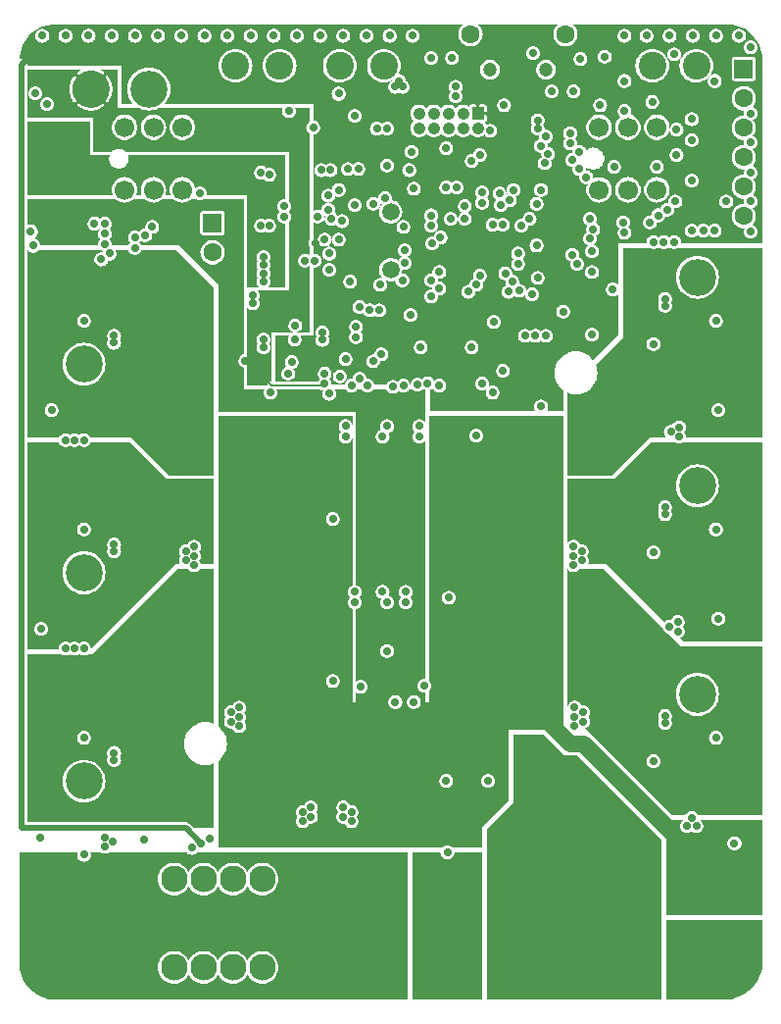
<source format=gbr>
G04 start of page 5 for group 3 idx 3 *
G04 Title: (unknown), power *
G04 Creator: pcb 1.99z *
G04 CreationDate: Tue 11 Feb 2014 00:02:26 GMT UTC *
G04 For: rbarlow *
G04 Format: Gerber/RS-274X *
G04 PCB-Dimensions (mm): 85.00 105.00 *
G04 PCB-Coordinate-Origin: lower left *
%MOMM*%
%FSLAX43Y43*%
%LNGROUP3*%
%ADD115C,0.900*%
%ADD114C,1.450*%
%ADD113C,1.000*%
%ADD112C,0.800*%
%ADD111C,0.650*%
%ADD110C,0.300*%
%ADD109C,0.700*%
%ADD108C,1.700*%
%ADD107C,2.300*%
%ADD106C,1.500*%
%ADD105C,2.400*%
%ADD104C,1.200*%
%ADD103C,1.600*%
%ADD102C,1.050*%
%ADD101C,3.200*%
%ADD100C,0.200*%
%ADD99C,1.400*%
%ADD98C,0.500*%
%ADD97C,0.002*%
G54D97*G36*
X44400Y10400D02*Y23100D01*
X46798D01*
X46806Y23006D01*
X46828Y22914D01*
X46864Y22827D01*
X46913Y22746D01*
X46974Y22674D01*
X47046Y22613D01*
X47127Y22564D01*
X47214Y22528D01*
X47306Y22506D01*
X47400Y22498D01*
X47494Y22506D01*
X47586Y22528D01*
X47673Y22564D01*
X47754Y22613D01*
X47826Y22674D01*
X47887Y22746D01*
X47936Y22827D01*
X47972Y22914D01*
X47994Y23006D01*
X48000Y23100D01*
X50400D01*
Y10400D01*
X44400D01*
G37*
G36*
X66300D02*Y17300D01*
X74600D01*
Y13000D01*
X74200Y12000D01*
X73800Y11400D01*
X73100Y10900D01*
X72000Y10400D01*
X66300D01*
G37*
G36*
X50800D02*Y24000D01*
X65900D01*
Y10400D01*
X50800D01*
G37*
G36*
X53100Y27400D02*Y33300D01*
X55700D01*
X57500Y31500D01*
X58600D01*
X65900Y24200D01*
Y23500D01*
X50800D01*
Y25100D01*
X53100Y27400D01*
G37*
G36*
X74600Y17700D02*X72199D01*
Y23298D01*
X72200Y23298D01*
X72294Y23306D01*
X72386Y23328D01*
X72473Y23364D01*
X72554Y23413D01*
X72626Y23474D01*
X72687Y23546D01*
X72736Y23627D01*
X72772Y23714D01*
X72794Y23806D01*
X72800Y23900D01*
X72794Y23994D01*
X72772Y24086D01*
X72736Y24173D01*
X72687Y24254D01*
X72626Y24326D01*
X72554Y24387D01*
X72473Y24436D01*
X72386Y24472D01*
X72294Y24494D01*
X72200Y24502D01*
X72199Y24502D01*
Y25900D01*
X74600D01*
Y17700D01*
G37*
G36*
X72199D02*X66300D01*
Y25900D01*
X67768D01*
X67746Y25887D01*
X67674Y25826D01*
X67613Y25754D01*
X67564Y25673D01*
X67528Y25586D01*
X67506Y25494D01*
X67498Y25400D01*
X67506Y25306D01*
X67528Y25214D01*
X67564Y25127D01*
X67613Y25046D01*
X67674Y24974D01*
X67746Y24913D01*
X67827Y24864D01*
X67914Y24828D01*
X68006Y24806D01*
X68100Y24798D01*
X68194Y24806D01*
X68286Y24828D01*
X68373Y24864D01*
X68454Y24913D01*
X68500Y24953D01*
X68546Y24913D01*
X68627Y24864D01*
X68714Y24828D01*
X68806Y24806D01*
X68900Y24798D01*
X68994Y24806D01*
X69086Y24828D01*
X69173Y24864D01*
X69254Y24913D01*
X69326Y24974D01*
X69387Y25046D01*
X69436Y25127D01*
X69472Y25214D01*
X69494Y25306D01*
X69500Y25400D01*
X69494Y25494D01*
X69472Y25586D01*
X69436Y25673D01*
X69387Y25754D01*
X69326Y25826D01*
X69254Y25887D01*
X69232Y25900D01*
X72199D01*
Y24502D01*
X72106Y24494D01*
X72014Y24472D01*
X71927Y24436D01*
X71846Y24387D01*
X71774Y24326D01*
X71713Y24254D01*
X71664Y24173D01*
X71628Y24086D01*
X71606Y23994D01*
X71598Y23900D01*
X71606Y23806D01*
X71628Y23714D01*
X71664Y23627D01*
X71713Y23546D01*
X71774Y23474D01*
X71846Y23413D01*
X71927Y23364D01*
X72014Y23328D01*
X72106Y23306D01*
X72199Y23298D01*
Y17700D01*
G37*
G36*
X27598Y23100D02*X44000D01*
Y10400D01*
X27598D01*
Y12592D01*
X27600Y12598D01*
X27619Y12552D01*
X27734Y12365D01*
X27877Y12197D01*
X28045Y12054D01*
X28232Y11939D01*
X28436Y11854D01*
X28650Y11803D01*
X28870Y11786D01*
X29090Y11803D01*
X29304Y11854D01*
X29508Y11939D01*
X29695Y12054D01*
X29863Y12197D01*
X30006Y12365D01*
X30121Y12552D01*
X30140Y12598D01*
X30159Y12552D01*
X30274Y12365D01*
X30417Y12197D01*
X30585Y12054D01*
X30772Y11939D01*
X30976Y11854D01*
X31190Y11803D01*
X31410Y11786D01*
X31630Y11803D01*
X31844Y11854D01*
X32048Y11939D01*
X32235Y12054D01*
X32403Y12197D01*
X32546Y12365D01*
X32661Y12552D01*
X32746Y12756D01*
X32797Y12970D01*
X32810Y13190D01*
X32797Y13410D01*
X32746Y13624D01*
X32661Y13828D01*
X32546Y14015D01*
X32403Y14183D01*
X32235Y14326D01*
X32048Y14441D01*
X31844Y14526D01*
X31630Y14577D01*
X31410Y14594D01*
X31190Y14577D01*
X30976Y14526D01*
X30772Y14441D01*
X30585Y14326D01*
X30417Y14183D01*
X30274Y14015D01*
X30159Y13828D01*
X30140Y13782D01*
X30121Y13828D01*
X30006Y14015D01*
X29863Y14183D01*
X29695Y14326D01*
X29508Y14441D01*
X29304Y14526D01*
X29090Y14577D01*
X28870Y14594D01*
X28650Y14577D01*
X28436Y14526D01*
X28232Y14441D01*
X28045Y14326D01*
X27877Y14183D01*
X27734Y14015D01*
X27619Y13828D01*
X27600Y13782D01*
X27598Y13788D01*
Y20212D01*
X27600Y20218D01*
X27619Y20172D01*
X27734Y19985D01*
X27877Y19817D01*
X28045Y19674D01*
X28232Y19559D01*
X28436Y19474D01*
X28650Y19423D01*
X28870Y19406D01*
X29090Y19423D01*
X29304Y19474D01*
X29508Y19559D01*
X29695Y19674D01*
X29863Y19817D01*
X30006Y19985D01*
X30121Y20172D01*
X30140Y20218D01*
X30159Y20172D01*
X30274Y19985D01*
X30417Y19817D01*
X30585Y19674D01*
X30772Y19559D01*
X30976Y19474D01*
X31190Y19423D01*
X31410Y19406D01*
X31630Y19423D01*
X31844Y19474D01*
X32048Y19559D01*
X32235Y19674D01*
X32403Y19817D01*
X32546Y19985D01*
X32661Y20172D01*
X32746Y20376D01*
X32797Y20590D01*
X32810Y20810D01*
X32797Y21030D01*
X32746Y21244D01*
X32661Y21448D01*
X32546Y21635D01*
X32403Y21803D01*
X32235Y21946D01*
X32048Y22061D01*
X31844Y22146D01*
X31630Y22197D01*
X31410Y22214D01*
X31190Y22197D01*
X30976Y22146D01*
X30772Y22061D01*
X30585Y21946D01*
X30417Y21803D01*
X30274Y21635D01*
X30159Y21448D01*
X30140Y21402D01*
X30121Y21448D01*
X30006Y21635D01*
X29863Y21803D01*
X29695Y21946D01*
X29508Y22061D01*
X29304Y22146D01*
X29090Y22197D01*
X28870Y22214D01*
X28650Y22197D01*
X28436Y22146D01*
X28232Y22061D01*
X28045Y21946D01*
X27877Y21803D01*
X27734Y21635D01*
X27619Y21448D01*
X27600Y21402D01*
X27598Y21408D01*
Y23100D01*
G37*
G36*
X10400D02*X15433D01*
X15428Y23086D01*
X15406Y22994D01*
X15398Y22900D01*
X15406Y22806D01*
X15428Y22714D01*
X15464Y22627D01*
X15513Y22546D01*
X15574Y22474D01*
X15646Y22413D01*
X15727Y22364D01*
X15814Y22328D01*
X15906Y22306D01*
X16000Y22298D01*
X16094Y22306D01*
X16186Y22328D01*
X16273Y22364D01*
X16354Y22413D01*
X16426Y22474D01*
X16487Y22546D01*
X16536Y22627D01*
X16572Y22714D01*
X16594Y22806D01*
X16600Y22900D01*
X16594Y22994D01*
X16572Y23086D01*
X16567Y23100D01*
X17468D01*
X17527Y23064D01*
X17614Y23028D01*
X17706Y23006D01*
X17800Y22998D01*
X17894Y23006D01*
X17986Y23028D01*
X18073Y23064D01*
X18132Y23100D01*
X24853D01*
X24874Y23074D01*
X24946Y23013D01*
X25027Y22964D01*
X25114Y22928D01*
X25206Y22906D01*
X25300Y22898D01*
X25394Y22906D01*
X25486Y22928D01*
X25573Y22964D01*
X25654Y23013D01*
X25726Y23074D01*
X25747Y23100D01*
X27598D01*
Y21408D01*
X27581Y21448D01*
X27466Y21635D01*
X27323Y21803D01*
X27155Y21946D01*
X26968Y22061D01*
X26764Y22146D01*
X26550Y22197D01*
X26330Y22214D01*
X26110Y22197D01*
X25896Y22146D01*
X25692Y22061D01*
X25505Y21946D01*
X25337Y21803D01*
X25194Y21635D01*
X25079Y21448D01*
X25060Y21402D01*
X25041Y21448D01*
X24926Y21635D01*
X24783Y21803D01*
X24615Y21946D01*
X24428Y22061D01*
X24224Y22146D01*
X24010Y22197D01*
X23790Y22214D01*
X23570Y22197D01*
X23356Y22146D01*
X23152Y22061D01*
X22965Y21946D01*
X22797Y21803D01*
X22654Y21635D01*
X22539Y21448D01*
X22454Y21244D01*
X22403Y21030D01*
X22386Y20810D01*
X22403Y20590D01*
X22454Y20376D01*
X22539Y20172D01*
X22654Y19985D01*
X22797Y19817D01*
X22965Y19674D01*
X23152Y19559D01*
X23356Y19474D01*
X23570Y19423D01*
X23790Y19406D01*
X24010Y19423D01*
X24224Y19474D01*
X24428Y19559D01*
X24615Y19674D01*
X24783Y19817D01*
X24926Y19985D01*
X25041Y20172D01*
X25060Y20218D01*
X25079Y20172D01*
X25194Y19985D01*
X25337Y19817D01*
X25505Y19674D01*
X25692Y19559D01*
X25896Y19474D01*
X26110Y19423D01*
X26330Y19406D01*
X26550Y19423D01*
X26764Y19474D01*
X26968Y19559D01*
X27155Y19674D01*
X27323Y19817D01*
X27466Y19985D01*
X27581Y20172D01*
X27598Y20212D01*
Y13788D01*
X27581Y13828D01*
X27466Y14015D01*
X27323Y14183D01*
X27155Y14326D01*
X26968Y14441D01*
X26764Y14526D01*
X26550Y14577D01*
X26330Y14594D01*
X26110Y14577D01*
X25896Y14526D01*
X25692Y14441D01*
X25505Y14326D01*
X25337Y14183D01*
X25194Y14015D01*
X25079Y13828D01*
X25060Y13782D01*
X25041Y13828D01*
X24926Y14015D01*
X24783Y14183D01*
X24615Y14326D01*
X24428Y14441D01*
X24224Y14526D01*
X24010Y14577D01*
X23790Y14594D01*
X23570Y14577D01*
X23356Y14526D01*
X23152Y14441D01*
X22965Y14326D01*
X22797Y14183D01*
X22654Y14015D01*
X22539Y13828D01*
X22454Y13624D01*
X22403Y13410D01*
X22386Y13190D01*
X22403Y12970D01*
X22454Y12756D01*
X22539Y12552D01*
X22654Y12365D01*
X22797Y12197D01*
X22965Y12054D01*
X23152Y11939D01*
X23356Y11854D01*
X23570Y11803D01*
X23790Y11786D01*
X24010Y11803D01*
X24224Y11854D01*
X24428Y11939D01*
X24615Y12054D01*
X24783Y12197D01*
X24926Y12365D01*
X25041Y12552D01*
X25060Y12598D01*
X25079Y12552D01*
X25194Y12365D01*
X25337Y12197D01*
X25505Y12054D01*
X25692Y11939D01*
X25896Y11854D01*
X26110Y11803D01*
X26330Y11786D01*
X26550Y11803D01*
X26764Y11854D01*
X26968Y11939D01*
X27155Y12054D01*
X27323Y12197D01*
X27466Y12365D01*
X27581Y12552D01*
X27598Y12592D01*
Y10400D01*
X12900D01*
X12000Y10800D01*
X11200Y11400D01*
X10800Y12000D01*
X10400Y13000D01*
Y23100D01*
G37*
G36*
X57400Y33700D02*X52700D01*
Y27600D01*
X50899Y25799D01*
Y28698D01*
X50900Y28698D01*
X50994Y28706D01*
X51086Y28728D01*
X51173Y28764D01*
X51254Y28813D01*
X51326Y28874D01*
X51387Y28946D01*
X51436Y29027D01*
X51472Y29114D01*
X51494Y29206D01*
X51500Y29300D01*
X51494Y29394D01*
X51472Y29486D01*
X51436Y29573D01*
X51387Y29654D01*
X51326Y29726D01*
X51254Y29787D01*
X51173Y29836D01*
X51086Y29872D01*
X50994Y29894D01*
X50900Y29902D01*
X50899Y29902D01*
Y60800D01*
X57400D01*
Y33700D01*
G37*
G36*
X50899Y25799D02*X50400Y25300D01*
Y23500D01*
X49899D01*
Y58498D01*
X49900Y58498D01*
X49994Y58506D01*
X50086Y58528D01*
X50173Y58564D01*
X50254Y58613D01*
X50326Y58674D01*
X50387Y58746D01*
X50436Y58827D01*
X50472Y58914D01*
X50494Y59006D01*
X50500Y59100D01*
X50494Y59194D01*
X50472Y59286D01*
X50436Y59373D01*
X50387Y59454D01*
X50326Y59526D01*
X50254Y59587D01*
X50173Y59636D01*
X50086Y59672D01*
X49994Y59694D01*
X49900Y59702D01*
X49899Y59702D01*
Y60800D01*
X50899D01*
Y29902D01*
X50806Y29894D01*
X50714Y29872D01*
X50627Y29836D01*
X50546Y29787D01*
X50474Y29726D01*
X50413Y29654D01*
X50364Y29573D01*
X50328Y29486D01*
X50306Y29394D01*
X50298Y29300D01*
X50306Y29206D01*
X50328Y29114D01*
X50364Y29027D01*
X50413Y28946D01*
X50474Y28874D01*
X50546Y28813D01*
X50627Y28764D01*
X50714Y28728D01*
X50806Y28706D01*
X50899Y28698D01*
Y25799D01*
G37*
G36*
X49899Y23500D02*X47847D01*
X47826Y23526D01*
X47754Y23587D01*
X47673Y23636D01*
X47586Y23672D01*
X47494Y23694D01*
X47400Y23702D01*
X47306Y23694D01*
X47299Y23693D01*
Y28698D01*
X47300Y28698D01*
X47394Y28706D01*
X47486Y28728D01*
X47573Y28764D01*
X47654Y28813D01*
X47726Y28874D01*
X47787Y28946D01*
X47836Y29027D01*
X47872Y29114D01*
X47894Y29206D01*
X47900Y29300D01*
X47894Y29394D01*
X47872Y29486D01*
X47836Y29573D01*
X47787Y29654D01*
X47726Y29726D01*
X47654Y29787D01*
X47573Y29836D01*
X47486Y29872D01*
X47394Y29894D01*
X47300Y29902D01*
X47299Y29902D01*
Y44534D01*
X47314Y44528D01*
X47406Y44506D01*
X47500Y44498D01*
X47594Y44506D01*
X47686Y44528D01*
X47773Y44564D01*
X47854Y44613D01*
X47926Y44674D01*
X47987Y44746D01*
X48036Y44827D01*
X48072Y44914D01*
X48094Y45006D01*
X48100Y45100D01*
X48094Y45194D01*
X48072Y45286D01*
X48036Y45373D01*
X47987Y45454D01*
X47926Y45526D01*
X47854Y45587D01*
X47773Y45636D01*
X47686Y45672D01*
X47594Y45694D01*
X47500Y45702D01*
X47406Y45694D01*
X47314Y45672D01*
X47299Y45666D01*
Y60800D01*
X49899D01*
Y59702D01*
X49806Y59694D01*
X49714Y59672D01*
X49627Y59636D01*
X49546Y59587D01*
X49474Y59526D01*
X49413Y59454D01*
X49364Y59373D01*
X49328Y59286D01*
X49306Y59194D01*
X49298Y59100D01*
X49306Y59006D01*
X49328Y58914D01*
X49364Y58827D01*
X49413Y58746D01*
X49474Y58674D01*
X49546Y58613D01*
X49627Y58564D01*
X49714Y58528D01*
X49806Y58506D01*
X49899Y58498D01*
Y23500D01*
G37*
G36*
X38749Y60800D02*X39200D01*
Y59900D01*
X39194Y59994D01*
X39172Y60086D01*
X39136Y60173D01*
X39087Y60254D01*
X39026Y60326D01*
X38954Y60387D01*
X38873Y60436D01*
X38786Y60472D01*
X38749Y60481D01*
Y60800D01*
G37*
G36*
X47299Y23693D02*X47214Y23672D01*
X47127Y23636D01*
X47046Y23587D01*
X46974Y23526D01*
X46953Y23500D01*
X38749D01*
Y25311D01*
X38827Y25264D01*
X38914Y25228D01*
X39006Y25206D01*
X39100Y25198D01*
X39194Y25206D01*
X39286Y25228D01*
X39373Y25264D01*
X39454Y25313D01*
X39526Y25374D01*
X39587Y25446D01*
X39636Y25527D01*
X39672Y25614D01*
X39694Y25706D01*
X39700Y25800D01*
X39694Y25894D01*
X39672Y25986D01*
X39636Y26073D01*
X39587Y26154D01*
X39547Y26200D01*
X39587Y26246D01*
X39636Y26327D01*
X39672Y26414D01*
X39694Y26506D01*
X39700Y26600D01*
X39694Y26694D01*
X39672Y26786D01*
X39636Y26873D01*
X39587Y26954D01*
X39526Y27026D01*
X39454Y27087D01*
X39373Y27136D01*
X39286Y27172D01*
X39194Y27194D01*
X39100Y27202D01*
X39006Y27194D01*
X38972Y27186D01*
X38936Y27273D01*
X38887Y27354D01*
X38826Y27426D01*
X38754Y27487D01*
X38749Y27490D01*
Y58419D01*
X38786Y58428D01*
X38873Y58464D01*
X38954Y58513D01*
X39026Y58574D01*
X39087Y58646D01*
X39136Y58727D01*
X39172Y58814D01*
X39194Y58906D01*
X39200Y59000D01*
Y46167D01*
X39127Y46136D01*
X39046Y46087D01*
X38974Y46026D01*
X38913Y45954D01*
X38864Y45873D01*
X38828Y45786D01*
X38806Y45694D01*
X38798Y45600D01*
X38806Y45506D01*
X38828Y45414D01*
X38864Y45327D01*
X38913Y45246D01*
X38974Y45174D01*
X39003Y45150D01*
X38974Y45126D01*
X38913Y45054D01*
X38864Y44973D01*
X38828Y44886D01*
X38806Y44794D01*
X38798Y44700D01*
X38806Y44606D01*
X38828Y44514D01*
X38864Y44427D01*
X38913Y44346D01*
X38974Y44274D01*
X39046Y44213D01*
X39127Y44164D01*
X39200Y44133D01*
Y36100D01*
X42298D01*
X42306Y36006D01*
X42328Y35914D01*
X42364Y35827D01*
X42413Y35746D01*
X42474Y35674D01*
X42546Y35613D01*
X42627Y35564D01*
X42714Y35528D01*
X42806Y35506D01*
X42900Y35498D01*
X42994Y35506D01*
X43086Y35528D01*
X43173Y35564D01*
X43254Y35613D01*
X43326Y35674D01*
X43387Y35746D01*
X43436Y35827D01*
X43472Y35914D01*
X43494Y36006D01*
X43500Y36100D01*
X43898D01*
X43906Y36006D01*
X43928Y35914D01*
X43964Y35827D01*
X44013Y35746D01*
X44074Y35674D01*
X44146Y35613D01*
X44227Y35564D01*
X44314Y35528D01*
X44406Y35506D01*
X44500Y35498D01*
X44594Y35506D01*
X44686Y35528D01*
X44773Y35564D01*
X44854Y35613D01*
X44926Y35674D01*
X44987Y35746D01*
X45036Y35827D01*
X45072Y35914D01*
X45094Y36006D01*
X45100Y36100D01*
X45800D01*
Y37053D01*
X45826Y37074D01*
X45887Y37146D01*
X45936Y37227D01*
X45972Y37314D01*
X45994Y37406D01*
X46000Y37500D01*
X45994Y37594D01*
X45972Y37686D01*
X45936Y37773D01*
X45887Y37854D01*
X45826Y37926D01*
X45800Y37947D01*
Y60800D01*
X47299D01*
Y45666D01*
X47227Y45636D01*
X47146Y45587D01*
X47074Y45526D01*
X47013Y45454D01*
X46964Y45373D01*
X46928Y45286D01*
X46906Y45194D01*
X46898Y45100D01*
X46906Y45006D01*
X46928Y44914D01*
X46964Y44827D01*
X47013Y44746D01*
X47074Y44674D01*
X47146Y44613D01*
X47227Y44564D01*
X47299Y44534D01*
Y29902D01*
X47206Y29894D01*
X47114Y29872D01*
X47027Y29836D01*
X46946Y29787D01*
X46874Y29726D01*
X46813Y29654D01*
X46764Y29573D01*
X46728Y29486D01*
X46706Y29394D01*
X46698Y29300D01*
X46706Y29206D01*
X46728Y29114D01*
X46764Y29027D01*
X46813Y28946D01*
X46874Y28874D01*
X46946Y28813D01*
X47027Y28764D01*
X47114Y28728D01*
X47206Y28706D01*
X47299Y28698D01*
Y23693D01*
G37*
G36*
X38749Y23500D02*X37499D01*
Y37298D01*
X37500Y37298D01*
X37594Y37306D01*
X37686Y37328D01*
X37773Y37364D01*
X37854Y37413D01*
X37926Y37474D01*
X37987Y37546D01*
X38036Y37627D01*
X38072Y37714D01*
X38094Y37806D01*
X38100Y37900D01*
X38094Y37994D01*
X38072Y38086D01*
X38036Y38173D01*
X37987Y38254D01*
X37926Y38326D01*
X37854Y38387D01*
X37773Y38436D01*
X37686Y38472D01*
X37594Y38494D01*
X37500Y38502D01*
X37499Y38502D01*
Y51298D01*
X37500Y51298D01*
X37594Y51306D01*
X37686Y51328D01*
X37773Y51364D01*
X37854Y51413D01*
X37926Y51474D01*
X37987Y51546D01*
X38036Y51627D01*
X38072Y51714D01*
X38094Y51806D01*
X38100Y51900D01*
X38094Y51994D01*
X38072Y52086D01*
X38036Y52173D01*
X37987Y52254D01*
X37926Y52326D01*
X37854Y52387D01*
X37773Y52436D01*
X37686Y52472D01*
X37594Y52494D01*
X37500Y52502D01*
X37499Y52502D01*
Y60800D01*
X38749D01*
Y60481D01*
X38694Y60494D01*
X38600Y60502D01*
X38506Y60494D01*
X38414Y60472D01*
X38327Y60436D01*
X38246Y60387D01*
X38174Y60326D01*
X38113Y60254D01*
X38064Y60173D01*
X38028Y60086D01*
X38006Y59994D01*
X37998Y59900D01*
X38006Y59806D01*
X38028Y59714D01*
X38064Y59627D01*
X38113Y59546D01*
X38174Y59474D01*
X38203Y59450D01*
X38174Y59426D01*
X38113Y59354D01*
X38064Y59273D01*
X38028Y59186D01*
X38006Y59094D01*
X37998Y59000D01*
X38006Y58906D01*
X38028Y58814D01*
X38064Y58727D01*
X38113Y58646D01*
X38174Y58574D01*
X38246Y58513D01*
X38327Y58464D01*
X38414Y58428D01*
X38506Y58406D01*
X38600Y58398D01*
X38694Y58406D01*
X38749Y58419D01*
Y27490D01*
X38673Y27536D01*
X38586Y27572D01*
X38494Y27594D01*
X38400Y27602D01*
X38306Y27594D01*
X38214Y27572D01*
X38127Y27536D01*
X38046Y27487D01*
X37974Y27426D01*
X37913Y27354D01*
X37864Y27273D01*
X37828Y27186D01*
X37806Y27094D01*
X37798Y27000D01*
X37806Y26906D01*
X37828Y26814D01*
X37864Y26727D01*
X37913Y26646D01*
X37953Y26600D01*
X37913Y26554D01*
X37864Y26473D01*
X37828Y26386D01*
X37806Y26294D01*
X37798Y26200D01*
X37806Y26106D01*
X37828Y26014D01*
X37864Y25927D01*
X37913Y25846D01*
X37974Y25774D01*
X38046Y25713D01*
X38127Y25664D01*
X38214Y25628D01*
X38306Y25606D01*
X38400Y25598D01*
X38494Y25606D01*
X38528Y25614D01*
X38564Y25527D01*
X38613Y25446D01*
X38674Y25374D01*
X38746Y25313D01*
X38749Y25311D01*
Y23500D01*
G37*
G36*
X37499D02*X35249D01*
Y25310D01*
X35254Y25313D01*
X35326Y25374D01*
X35387Y25446D01*
X35436Y25527D01*
X35472Y25614D01*
X35506Y25606D01*
X35600Y25598D01*
X35694Y25606D01*
X35786Y25628D01*
X35873Y25664D01*
X35954Y25713D01*
X36026Y25774D01*
X36087Y25846D01*
X36136Y25927D01*
X36172Y26014D01*
X36194Y26106D01*
X36200Y26200D01*
X36194Y26294D01*
X36172Y26386D01*
X36136Y26473D01*
X36087Y26554D01*
X36047Y26600D01*
X36087Y26646D01*
X36136Y26727D01*
X36172Y26814D01*
X36194Y26906D01*
X36200Y27000D01*
X36194Y27094D01*
X36172Y27186D01*
X36136Y27273D01*
X36087Y27354D01*
X36026Y27426D01*
X35954Y27487D01*
X35873Y27536D01*
X35786Y27572D01*
X35694Y27594D01*
X35600Y27602D01*
X35506Y27594D01*
X35414Y27572D01*
X35327Y27536D01*
X35249Y27489D01*
Y60800D01*
X37499D01*
Y52502D01*
X37406Y52494D01*
X37314Y52472D01*
X37227Y52436D01*
X37146Y52387D01*
X37074Y52326D01*
X37013Y52254D01*
X36964Y52173D01*
X36928Y52086D01*
X36906Y51994D01*
X36898Y51900D01*
X36906Y51806D01*
X36928Y51714D01*
X36964Y51627D01*
X37013Y51546D01*
X37074Y51474D01*
X37146Y51413D01*
X37227Y51364D01*
X37314Y51328D01*
X37406Y51306D01*
X37499Y51298D01*
Y38502D01*
X37406Y38494D01*
X37314Y38472D01*
X37227Y38436D01*
X37146Y38387D01*
X37074Y38326D01*
X37013Y38254D01*
X36964Y38173D01*
X36928Y38086D01*
X36906Y37994D01*
X36898Y37900D01*
X36906Y37806D01*
X36928Y37714D01*
X36964Y37627D01*
X37013Y37546D01*
X37074Y37474D01*
X37146Y37413D01*
X37227Y37364D01*
X37314Y37328D01*
X37406Y37306D01*
X37499Y37298D01*
Y23500D01*
G37*
G36*
X35249D02*X29049D01*
Y33511D01*
X29127Y33464D01*
X29214Y33428D01*
X29306Y33406D01*
X29400Y33398D01*
X29494Y33406D01*
X29586Y33428D01*
X29673Y33464D01*
X29754Y33513D01*
X29826Y33574D01*
X29887Y33646D01*
X29936Y33727D01*
X29972Y33814D01*
X29994Y33906D01*
X30000Y34000D01*
X29994Y34094D01*
X29972Y34186D01*
X29936Y34273D01*
X29887Y34354D01*
X29847Y34400D01*
X29887Y34446D01*
X29936Y34527D01*
X29972Y34614D01*
X29994Y34706D01*
X30000Y34800D01*
X29994Y34894D01*
X29972Y34986D01*
X29936Y35073D01*
X29887Y35154D01*
X29847Y35200D01*
X29887Y35246D01*
X29936Y35327D01*
X29972Y35414D01*
X29994Y35506D01*
X30000Y35600D01*
X29994Y35694D01*
X29972Y35786D01*
X29936Y35873D01*
X29887Y35954D01*
X29826Y36026D01*
X29754Y36087D01*
X29673Y36136D01*
X29586Y36172D01*
X29494Y36194D01*
X29400Y36202D01*
X29306Y36194D01*
X29214Y36172D01*
X29127Y36136D01*
X29049Y36089D01*
Y60800D01*
X35249D01*
Y27489D01*
X35246Y27487D01*
X35174Y27426D01*
X35113Y27354D01*
X35064Y27273D01*
X35028Y27186D01*
X34994Y27194D01*
X34900Y27202D01*
X34806Y27194D01*
X34714Y27172D01*
X34627Y27136D01*
X34546Y27087D01*
X34474Y27026D01*
X34413Y26954D01*
X34364Y26873D01*
X34328Y26786D01*
X34306Y26694D01*
X34298Y26600D01*
X34306Y26506D01*
X34328Y26414D01*
X34364Y26327D01*
X34413Y26246D01*
X34453Y26200D01*
X34413Y26154D01*
X34364Y26073D01*
X34328Y25986D01*
X34306Y25894D01*
X34298Y25800D01*
X34306Y25706D01*
X34328Y25614D01*
X34364Y25527D01*
X34413Y25446D01*
X34474Y25374D01*
X34546Y25313D01*
X34627Y25264D01*
X34714Y25228D01*
X34806Y25206D01*
X34900Y25198D01*
X34994Y25206D01*
X35086Y25228D01*
X35173Y25264D01*
X35249Y25310D01*
Y23500D01*
G37*
G36*
X29049D02*X27600D01*
Y31007D01*
X27812Y31188D01*
X28001Y31409D01*
X28153Y31658D01*
X28265Y31927D01*
X28333Y32210D01*
X28350Y32500D01*
X28333Y32790D01*
X28265Y33073D01*
X28153Y33342D01*
X28001Y33591D01*
X27812Y33812D01*
X27600Y33993D01*
Y60800D01*
X29049D01*
Y36089D01*
X29046Y36087D01*
X28974Y36026D01*
X28913Y35954D01*
X28864Y35873D01*
X28828Y35786D01*
X28794Y35794D01*
X28700Y35802D01*
X28606Y35794D01*
X28514Y35772D01*
X28427Y35736D01*
X28346Y35687D01*
X28274Y35626D01*
X28213Y35554D01*
X28164Y35473D01*
X28128Y35386D01*
X28106Y35294D01*
X28098Y35200D01*
X28106Y35106D01*
X28128Y35014D01*
X28164Y34927D01*
X28213Y34846D01*
X28253Y34800D01*
X28213Y34754D01*
X28164Y34673D01*
X28128Y34586D01*
X28106Y34494D01*
X28098Y34400D01*
X28106Y34306D01*
X28128Y34214D01*
X28164Y34127D01*
X28213Y34046D01*
X28274Y33974D01*
X28346Y33913D01*
X28427Y33864D01*
X28514Y33828D01*
X28606Y33806D01*
X28700Y33798D01*
X28794Y33806D01*
X28828Y33814D01*
X28864Y33727D01*
X28913Y33646D01*
X28974Y33574D01*
X29046Y33513D01*
X29049Y33511D01*
Y23500D01*
G37*
G36*
X27200Y47600D02*Y34212D01*
X27073Y34265D01*
X26790Y34333D01*
X26500Y34356D01*
X26210Y34333D01*
X25927Y34265D01*
X25658Y34153D01*
X25409Y34001D01*
X25188Y33812D01*
X24999Y33591D01*
X24847Y33342D01*
X24735Y33073D01*
X24667Y32790D01*
X24644Y32500D01*
X24667Y32210D01*
X24735Y31927D01*
X24847Y31658D01*
X24999Y31409D01*
X25188Y31188D01*
X25409Y30999D01*
X25658Y30847D01*
X25927Y30735D01*
X26210Y30667D01*
X26500Y30644D01*
X26790Y30667D01*
X27073Y30735D01*
X27200Y30788D01*
Y25200D01*
X25507D01*
X25167Y25540D01*
X25155Y25555D01*
X25095Y25606D01*
X25095Y25606D01*
X25028Y25647D01*
X24955Y25677D01*
X24878Y25695D01*
X24800Y25702D01*
X24780Y25700D01*
X18599D01*
Y30498D01*
X18600Y30498D01*
X18694Y30506D01*
X18786Y30528D01*
X18873Y30564D01*
X18954Y30613D01*
X19026Y30674D01*
X19087Y30746D01*
X19136Y30827D01*
X19172Y30914D01*
X19194Y31006D01*
X19200Y31100D01*
X19194Y31194D01*
X19172Y31286D01*
X19136Y31373D01*
X19120Y31400D01*
X19136Y31427D01*
X19172Y31514D01*
X19194Y31606D01*
X19200Y31700D01*
X19194Y31794D01*
X19172Y31886D01*
X19136Y31973D01*
X19087Y32054D01*
X19026Y32126D01*
X18954Y32187D01*
X18873Y32236D01*
X18786Y32272D01*
X18694Y32294D01*
X18600Y32302D01*
X18599Y32302D01*
Y42099D01*
X24100Y47600D01*
X24980D01*
X25013Y47546D01*
X25074Y47474D01*
X25146Y47413D01*
X25227Y47364D01*
X25314Y47328D01*
X25406Y47306D01*
X25500Y47298D01*
X25594Y47306D01*
X25686Y47328D01*
X25773Y47364D01*
X25854Y47413D01*
X25926Y47474D01*
X25987Y47546D01*
X26020Y47600D01*
X27200D01*
G37*
G36*
X18599Y25700D02*X15999D01*
Y27394D01*
X16000Y27394D01*
X16290Y27417D01*
X16573Y27485D01*
X16842Y27597D01*
X17091Y27749D01*
X17312Y27938D01*
X17501Y28159D01*
X17653Y28408D01*
X17765Y28677D01*
X17833Y28960D01*
X17850Y29250D01*
X17833Y29540D01*
X17765Y29823D01*
X17653Y30092D01*
X17501Y30341D01*
X17312Y30562D01*
X17091Y30751D01*
X16842Y30903D01*
X16573Y31015D01*
X16290Y31083D01*
X16000Y31106D01*
X15999Y31106D01*
Y32398D01*
X16000Y32398D01*
X16094Y32406D01*
X16186Y32428D01*
X16273Y32464D01*
X16354Y32513D01*
X16426Y32574D01*
X16487Y32646D01*
X16536Y32727D01*
X16572Y32814D01*
X16594Y32906D01*
X16600Y33000D01*
X16594Y33094D01*
X16572Y33186D01*
X16536Y33273D01*
X16487Y33354D01*
X16426Y33426D01*
X16354Y33487D01*
X16273Y33536D01*
X16186Y33572D01*
X16094Y33594D01*
X16000Y33602D01*
X15999Y33602D01*
Y40098D01*
X16000Y40098D01*
X16094Y40106D01*
X16186Y40128D01*
X16273Y40164D01*
X16332Y40200D01*
X16700D01*
X18599Y42099D01*
Y32302D01*
X18506Y32294D01*
X18414Y32272D01*
X18327Y32236D01*
X18246Y32187D01*
X18174Y32126D01*
X18113Y32054D01*
X18064Y31973D01*
X18028Y31886D01*
X18006Y31794D01*
X17998Y31700D01*
X18006Y31606D01*
X18028Y31514D01*
X18064Y31427D01*
X18080Y31400D01*
X18064Y31373D01*
X18028Y31286D01*
X18006Y31194D01*
X17998Y31100D01*
X18006Y31006D01*
X18028Y30914D01*
X18064Y30827D01*
X18113Y30746D01*
X18174Y30674D01*
X18246Y30613D01*
X18327Y30564D01*
X18414Y30528D01*
X18506Y30506D01*
X18599Y30498D01*
Y25700D01*
G37*
G36*
X15999D02*X11100D01*
Y40200D01*
X14068D01*
X14127Y40164D01*
X14214Y40128D01*
X14306Y40106D01*
X14400Y40098D01*
X14494Y40106D01*
X14586Y40128D01*
X14673Y40164D01*
X14732Y40200D01*
X14868D01*
X14927Y40164D01*
X15014Y40128D01*
X15106Y40106D01*
X15200Y40098D01*
X15294Y40106D01*
X15386Y40128D01*
X15473Y40164D01*
X15532Y40200D01*
X15668D01*
X15727Y40164D01*
X15814Y40128D01*
X15906Y40106D01*
X15999Y40098D01*
Y33602D01*
X15906Y33594D01*
X15814Y33572D01*
X15727Y33536D01*
X15646Y33487D01*
X15574Y33426D01*
X15513Y33354D01*
X15464Y33273D01*
X15428Y33186D01*
X15406Y33094D01*
X15398Y33000D01*
X15406Y32906D01*
X15428Y32814D01*
X15464Y32727D01*
X15513Y32646D01*
X15574Y32574D01*
X15646Y32513D01*
X15727Y32464D01*
X15814Y32428D01*
X15906Y32406D01*
X15999Y32398D01*
Y31106D01*
X15710Y31083D01*
X15427Y31015D01*
X15158Y30903D01*
X14909Y30751D01*
X14688Y30562D01*
X14499Y30341D01*
X14347Y30092D01*
X14235Y29823D01*
X14167Y29540D01*
X14144Y29250D01*
X14167Y28960D01*
X14235Y28677D01*
X14347Y28408D01*
X14499Y28159D01*
X14688Y27938D01*
X14909Y27749D01*
X15158Y27597D01*
X15427Y27485D01*
X15710Y27417D01*
X15999Y27394D01*
Y25700D01*
G37*
G36*
X18599Y58500D02*X20000D01*
X23150Y55350D01*
X27200D01*
Y48000D01*
X26093D01*
X26072Y48086D01*
X26036Y48173D01*
X25987Y48254D01*
X25947Y48300D01*
X25987Y48346D01*
X26036Y48427D01*
X26072Y48514D01*
X26094Y48606D01*
X26100Y48700D01*
X26094Y48794D01*
X26072Y48886D01*
X26036Y48973D01*
X25987Y49054D01*
X25947Y49100D01*
X25987Y49146D01*
X26036Y49227D01*
X26072Y49314D01*
X26094Y49406D01*
X26100Y49500D01*
X26094Y49594D01*
X26072Y49686D01*
X26036Y49773D01*
X25987Y49854D01*
X25926Y49926D01*
X25854Y49987D01*
X25773Y50036D01*
X25686Y50072D01*
X25594Y50094D01*
X25500Y50102D01*
X25406Y50094D01*
X25314Y50072D01*
X25227Y50036D01*
X25146Y49987D01*
X25074Y49926D01*
X25013Y49854D01*
X24964Y49773D01*
X24928Y49686D01*
X24894Y49694D01*
X24800Y49702D01*
X24706Y49694D01*
X24614Y49672D01*
X24527Y49636D01*
X24446Y49587D01*
X24374Y49526D01*
X24313Y49454D01*
X24264Y49373D01*
X24228Y49286D01*
X24206Y49194D01*
X24198Y49100D01*
X24206Y49006D01*
X24228Y48914D01*
X24264Y48827D01*
X24313Y48746D01*
X24353Y48700D01*
X24313Y48654D01*
X24264Y48573D01*
X24228Y48486D01*
X24206Y48394D01*
X24198Y48300D01*
X24206Y48206D01*
X24228Y48114D01*
X24264Y48027D01*
X24280Y48000D01*
X23900D01*
X18599Y42699D01*
Y48498D01*
X18600Y48498D01*
X18694Y48506D01*
X18786Y48528D01*
X18873Y48564D01*
X18954Y48613D01*
X19026Y48674D01*
X19087Y48746D01*
X19136Y48827D01*
X19172Y48914D01*
X19194Y49006D01*
X19200Y49100D01*
X19194Y49194D01*
X19172Y49286D01*
X19136Y49373D01*
X19120Y49400D01*
X19136Y49427D01*
X19172Y49514D01*
X19194Y49606D01*
X19200Y49700D01*
X19194Y49794D01*
X19172Y49886D01*
X19136Y49973D01*
X19087Y50054D01*
X19026Y50126D01*
X18954Y50187D01*
X18873Y50236D01*
X18786Y50272D01*
X18694Y50294D01*
X18600Y50302D01*
X18599Y50302D01*
Y58500D01*
G37*
G36*
X15999Y58098D02*X16000Y58098D01*
X16094Y58106D01*
X16186Y58128D01*
X16273Y58164D01*
X16354Y58213D01*
X16426Y58274D01*
X16487Y58346D01*
X16536Y58427D01*
X16567Y58500D01*
X18599D01*
Y50302D01*
X18506Y50294D01*
X18414Y50272D01*
X18327Y50236D01*
X18246Y50187D01*
X18174Y50126D01*
X18113Y50054D01*
X18064Y49973D01*
X18028Y49886D01*
X18006Y49794D01*
X17998Y49700D01*
X18006Y49606D01*
X18028Y49514D01*
X18064Y49427D01*
X18080Y49400D01*
X18064Y49373D01*
X18028Y49286D01*
X18006Y49194D01*
X17998Y49100D01*
X18006Y49006D01*
X18028Y48914D01*
X18064Y48827D01*
X18113Y48746D01*
X18174Y48674D01*
X18246Y48613D01*
X18327Y48564D01*
X18414Y48528D01*
X18506Y48506D01*
X18599Y48498D01*
Y42699D01*
X16600Y40700D01*
X16594Y40794D01*
X16572Y40886D01*
X16536Y40973D01*
X16487Y41054D01*
X16426Y41126D01*
X16354Y41187D01*
X16273Y41236D01*
X16186Y41272D01*
X16094Y41294D01*
X16000Y41302D01*
X15999Y41302D01*
Y45394D01*
X16000Y45394D01*
X16290Y45417D01*
X16573Y45485D01*
X16842Y45597D01*
X17091Y45749D01*
X17312Y45938D01*
X17501Y46159D01*
X17653Y46408D01*
X17765Y46677D01*
X17833Y46960D01*
X17850Y47250D01*
X17833Y47540D01*
X17765Y47823D01*
X17653Y48092D01*
X17501Y48341D01*
X17312Y48562D01*
X17091Y48751D01*
X16842Y48903D01*
X16573Y49015D01*
X16290Y49083D01*
X16000Y49106D01*
X15999Y49106D01*
Y50398D01*
X16000Y50398D01*
X16094Y50406D01*
X16186Y50428D01*
X16273Y50464D01*
X16354Y50513D01*
X16426Y50574D01*
X16487Y50646D01*
X16536Y50727D01*
X16572Y50814D01*
X16594Y50906D01*
X16600Y51000D01*
X16594Y51094D01*
X16572Y51186D01*
X16536Y51273D01*
X16487Y51354D01*
X16426Y51426D01*
X16354Y51487D01*
X16273Y51536D01*
X16186Y51572D01*
X16094Y51594D01*
X16000Y51602D01*
X15999Y51602D01*
Y58098D01*
G37*
G36*
X12299Y58500D02*X13833D01*
X13864Y58427D01*
X13913Y58346D01*
X13974Y58274D01*
X14046Y58213D01*
X14127Y58164D01*
X14214Y58128D01*
X14306Y58106D01*
X14400Y58098D01*
X14494Y58106D01*
X14586Y58128D01*
X14673Y58164D01*
X14754Y58213D01*
X14800Y58253D01*
X14846Y58213D01*
X14927Y58164D01*
X15014Y58128D01*
X15106Y58106D01*
X15200Y58098D01*
X15294Y58106D01*
X15386Y58128D01*
X15473Y58164D01*
X15554Y58213D01*
X15600Y58253D01*
X15646Y58213D01*
X15727Y58164D01*
X15814Y58128D01*
X15906Y58106D01*
X15999Y58098D01*
Y51602D01*
X15906Y51594D01*
X15814Y51572D01*
X15727Y51536D01*
X15646Y51487D01*
X15574Y51426D01*
X15513Y51354D01*
X15464Y51273D01*
X15428Y51186D01*
X15406Y51094D01*
X15398Y51000D01*
X15406Y50906D01*
X15428Y50814D01*
X15464Y50727D01*
X15513Y50646D01*
X15574Y50574D01*
X15646Y50513D01*
X15727Y50464D01*
X15814Y50428D01*
X15906Y50406D01*
X15999Y50398D01*
Y49106D01*
X15710Y49083D01*
X15427Y49015D01*
X15158Y48903D01*
X14909Y48751D01*
X14688Y48562D01*
X14499Y48341D01*
X14347Y48092D01*
X14235Y47823D01*
X14167Y47540D01*
X14144Y47250D01*
X14167Y46960D01*
X14235Y46677D01*
X14347Y46408D01*
X14499Y46159D01*
X14688Y45938D01*
X14909Y45749D01*
X15158Y45597D01*
X15427Y45485D01*
X15710Y45417D01*
X15999Y45394D01*
Y41302D01*
X15906Y41294D01*
X15814Y41272D01*
X15727Y41236D01*
X15646Y41187D01*
X15600Y41147D01*
X15554Y41187D01*
X15473Y41236D01*
X15386Y41272D01*
X15294Y41294D01*
X15200Y41302D01*
X15106Y41294D01*
X15014Y41272D01*
X14927Y41236D01*
X14846Y41187D01*
X14800Y41147D01*
X14754Y41187D01*
X14673Y41236D01*
X14586Y41272D01*
X14494Y41294D01*
X14400Y41302D01*
X14306Y41294D01*
X14214Y41272D01*
X14127Y41236D01*
X14046Y41187D01*
X13974Y41126D01*
X13913Y41054D01*
X13864Y40973D01*
X13828Y40886D01*
X13806Y40794D01*
X13798Y40700D01*
X13806Y40606D01*
X13807Y40600D01*
X12299D01*
Y41798D01*
X12300Y41798D01*
X12394Y41806D01*
X12486Y41828D01*
X12573Y41864D01*
X12654Y41913D01*
X12726Y41974D01*
X12787Y42046D01*
X12836Y42127D01*
X12872Y42214D01*
X12894Y42306D01*
X12900Y42400D01*
X12894Y42494D01*
X12872Y42586D01*
X12836Y42673D01*
X12787Y42754D01*
X12726Y42826D01*
X12654Y42887D01*
X12573Y42936D01*
X12486Y42972D01*
X12394Y42994D01*
X12300Y43002D01*
X12299Y43002D01*
Y58500D01*
G37*
G36*
X11100D02*X12299D01*
Y43002D01*
X12206Y42994D01*
X12114Y42972D01*
X12027Y42936D01*
X11946Y42887D01*
X11874Y42826D01*
X11813Y42754D01*
X11764Y42673D01*
X11728Y42586D01*
X11706Y42494D01*
X11698Y42400D01*
X11706Y42306D01*
X11728Y42214D01*
X11764Y42127D01*
X11813Y42046D01*
X11874Y41974D01*
X11946Y41913D01*
X12027Y41864D01*
X12114Y41828D01*
X12206Y41806D01*
X12299Y41798D01*
Y40600D01*
X11100D01*
Y58500D01*
G37*
G36*
X43799Y61900D02*X45500D01*
Y60232D01*
X45487Y60254D01*
X45426Y60326D01*
X45354Y60387D01*
X45273Y60436D01*
X45186Y60472D01*
X45094Y60494D01*
X45000Y60502D01*
X44906Y60494D01*
X44814Y60472D01*
X44727Y60436D01*
X44646Y60387D01*
X44574Y60326D01*
X44513Y60254D01*
X44464Y60173D01*
X44428Y60086D01*
X44406Y59994D01*
X44398Y59900D01*
X44406Y59806D01*
X44428Y59714D01*
X44464Y59627D01*
X44513Y59546D01*
X44574Y59474D01*
X44603Y59450D01*
X44574Y59426D01*
X44513Y59354D01*
X44464Y59273D01*
X44428Y59186D01*
X44406Y59094D01*
X44398Y59000D01*
X44406Y58906D01*
X44428Y58814D01*
X44464Y58727D01*
X44513Y58646D01*
X44574Y58574D01*
X44646Y58513D01*
X44727Y58464D01*
X44814Y58428D01*
X44906Y58406D01*
X45000Y58398D01*
X45094Y58406D01*
X45186Y58428D01*
X45273Y58464D01*
X45354Y58513D01*
X45426Y58574D01*
X45487Y58646D01*
X45500Y58668D01*
Y38093D01*
X45494Y38094D01*
X45400Y38102D01*
X45306Y38094D01*
X45214Y38072D01*
X45127Y38036D01*
X45046Y37987D01*
X44974Y37926D01*
X44913Y37854D01*
X44864Y37773D01*
X44828Y37686D01*
X44806Y37594D01*
X44798Y37500D01*
X44806Y37406D01*
X44828Y37314D01*
X44864Y37227D01*
X44913Y37146D01*
X44974Y37074D01*
X45046Y37013D01*
X45127Y36964D01*
X45214Y36928D01*
X45306Y36906D01*
X45400Y36898D01*
X45494Y36906D01*
X45500Y36907D01*
Y35700D01*
X44947D01*
X44987Y35746D01*
X45036Y35827D01*
X45072Y35914D01*
X45094Y36006D01*
X45100Y36100D01*
X45094Y36194D01*
X45072Y36286D01*
X45036Y36373D01*
X44987Y36454D01*
X44926Y36526D01*
X44854Y36587D01*
X44773Y36636D01*
X44686Y36672D01*
X44594Y36694D01*
X44500Y36702D01*
X44406Y36694D01*
X44314Y36672D01*
X44227Y36636D01*
X44146Y36587D01*
X44074Y36526D01*
X44013Y36454D01*
X43964Y36373D01*
X43928Y36286D01*
X43906Y36194D01*
X43898Y36100D01*
X43906Y36006D01*
X43928Y35914D01*
X43964Y35827D01*
X44013Y35746D01*
X44053Y35700D01*
X43799D01*
Y44098D01*
X43800Y44098D01*
X43894Y44106D01*
X43986Y44128D01*
X44073Y44164D01*
X44154Y44213D01*
X44226Y44274D01*
X44287Y44346D01*
X44336Y44427D01*
X44372Y44514D01*
X44394Y44606D01*
X44400Y44700D01*
X44394Y44794D01*
X44372Y44886D01*
X44336Y44973D01*
X44287Y45054D01*
X44226Y45126D01*
X44197Y45150D01*
X44226Y45174D01*
X44287Y45246D01*
X44336Y45327D01*
X44372Y45414D01*
X44394Y45506D01*
X44400Y45600D01*
X44394Y45694D01*
X44372Y45786D01*
X44336Y45873D01*
X44287Y45954D01*
X44226Y46026D01*
X44154Y46087D01*
X44073Y46136D01*
X43986Y46172D01*
X43894Y46194D01*
X43800Y46202D01*
X43799Y46202D01*
Y61900D01*
G37*
G36*
X42199D02*X43799D01*
Y46202D01*
X43706Y46194D01*
X43614Y46172D01*
X43527Y46136D01*
X43446Y46087D01*
X43374Y46026D01*
X43313Y45954D01*
X43264Y45873D01*
X43228Y45786D01*
X43206Y45694D01*
X43198Y45600D01*
X43206Y45506D01*
X43228Y45414D01*
X43264Y45327D01*
X43313Y45246D01*
X43374Y45174D01*
X43403Y45150D01*
X43374Y45126D01*
X43313Y45054D01*
X43264Y44973D01*
X43228Y44886D01*
X43206Y44794D01*
X43198Y44700D01*
X43206Y44606D01*
X43228Y44514D01*
X43264Y44427D01*
X43313Y44346D01*
X43374Y44274D01*
X43446Y44213D01*
X43527Y44164D01*
X43614Y44128D01*
X43706Y44106D01*
X43799Y44098D01*
Y35700D01*
X43347D01*
X43387Y35746D01*
X43436Y35827D01*
X43472Y35914D01*
X43494Y36006D01*
X43500Y36100D01*
X43494Y36194D01*
X43472Y36286D01*
X43436Y36373D01*
X43387Y36454D01*
X43326Y36526D01*
X43254Y36587D01*
X43173Y36636D01*
X43086Y36672D01*
X42994Y36694D01*
X42900Y36702D01*
X42806Y36694D01*
X42714Y36672D01*
X42627Y36636D01*
X42546Y36587D01*
X42474Y36526D01*
X42413Y36454D01*
X42364Y36373D01*
X42328Y36286D01*
X42306Y36194D01*
X42298Y36100D01*
X42306Y36006D01*
X42328Y35914D01*
X42364Y35827D01*
X42413Y35746D01*
X42453Y35700D01*
X42199D01*
Y39898D01*
X42200Y39898D01*
X42294Y39906D01*
X42386Y39928D01*
X42473Y39964D01*
X42554Y40013D01*
X42626Y40074D01*
X42687Y40146D01*
X42736Y40227D01*
X42772Y40314D01*
X42794Y40406D01*
X42800Y40500D01*
X42794Y40594D01*
X42772Y40686D01*
X42736Y40773D01*
X42687Y40854D01*
X42626Y40926D01*
X42554Y40987D01*
X42473Y41036D01*
X42386Y41072D01*
X42294Y41094D01*
X42200Y41102D01*
X42199Y41102D01*
Y44098D01*
X42200Y44098D01*
X42294Y44106D01*
X42386Y44128D01*
X42473Y44164D01*
X42554Y44213D01*
X42626Y44274D01*
X42687Y44346D01*
X42736Y44427D01*
X42772Y44514D01*
X42794Y44606D01*
X42800Y44700D01*
X42794Y44794D01*
X42772Y44886D01*
X42736Y44973D01*
X42687Y45054D01*
X42626Y45126D01*
X42554Y45187D01*
X42473Y45236D01*
X42386Y45272D01*
X42314Y45290D01*
X42336Y45327D01*
X42372Y45414D01*
X42394Y45506D01*
X42400Y45600D01*
X42394Y45694D01*
X42372Y45786D01*
X42336Y45873D01*
X42287Y45954D01*
X42226Y46026D01*
X42199Y46048D01*
Y58552D01*
X42226Y58574D01*
X42287Y58646D01*
X42336Y58727D01*
X42372Y58814D01*
X42394Y58906D01*
X42400Y59000D01*
X42394Y59094D01*
X42372Y59186D01*
X42336Y59273D01*
X42314Y59310D01*
X42386Y59328D01*
X42473Y59364D01*
X42554Y59413D01*
X42626Y59474D01*
X42687Y59546D01*
X42736Y59627D01*
X42772Y59714D01*
X42794Y59806D01*
X42800Y59900D01*
X42794Y59994D01*
X42772Y60086D01*
X42736Y60173D01*
X42687Y60254D01*
X42626Y60326D01*
X42554Y60387D01*
X42473Y60436D01*
X42386Y60472D01*
X42294Y60494D01*
X42200Y60502D01*
X42199Y60502D01*
Y61900D01*
G37*
G36*
X39500Y35700D02*Y36953D01*
X39546Y36913D01*
X39627Y36864D01*
X39714Y36828D01*
X39806Y36806D01*
X39900Y36798D01*
X39994Y36806D01*
X40086Y36828D01*
X40173Y36864D01*
X40254Y36913D01*
X40326Y36974D01*
X40387Y37046D01*
X40436Y37127D01*
X40472Y37214D01*
X40494Y37306D01*
X40500Y37400D01*
X40494Y37494D01*
X40472Y37586D01*
X40436Y37673D01*
X40387Y37754D01*
X40326Y37826D01*
X40254Y37887D01*
X40173Y37936D01*
X40086Y37972D01*
X39994Y37994D01*
X39900Y38002D01*
X39806Y37994D01*
X39714Y37972D01*
X39627Y37936D01*
X39546Y37887D01*
X39500Y37847D01*
Y44107D01*
X39586Y44128D01*
X39673Y44164D01*
X39754Y44213D01*
X39826Y44274D01*
X39887Y44346D01*
X39936Y44427D01*
X39972Y44514D01*
X39994Y44606D01*
X40000Y44700D01*
X39994Y44794D01*
X39972Y44886D01*
X39936Y44973D01*
X39887Y45054D01*
X39826Y45126D01*
X39797Y45150D01*
X39826Y45174D01*
X39887Y45246D01*
X39936Y45327D01*
X39972Y45414D01*
X39994Y45506D01*
X40000Y45600D01*
X39994Y45694D01*
X39972Y45786D01*
X39936Y45873D01*
X39887Y45954D01*
X39826Y46026D01*
X39754Y46087D01*
X39673Y46136D01*
X39586Y46172D01*
X39500Y46193D01*
Y61900D01*
X42199D01*
Y60502D01*
X42106Y60494D01*
X42014Y60472D01*
X41927Y60436D01*
X41846Y60387D01*
X41774Y60326D01*
X41713Y60254D01*
X41664Y60173D01*
X41628Y60086D01*
X41606Y59994D01*
X41598Y59900D01*
X41606Y59806D01*
X41628Y59714D01*
X41664Y59627D01*
X41686Y59590D01*
X41614Y59572D01*
X41527Y59536D01*
X41446Y59487D01*
X41374Y59426D01*
X41313Y59354D01*
X41264Y59273D01*
X41228Y59186D01*
X41206Y59094D01*
X41198Y59000D01*
X41206Y58906D01*
X41228Y58814D01*
X41264Y58727D01*
X41313Y58646D01*
X41374Y58574D01*
X41446Y58513D01*
X41527Y58464D01*
X41614Y58428D01*
X41706Y58406D01*
X41800Y58398D01*
X41894Y58406D01*
X41986Y58428D01*
X42073Y58464D01*
X42154Y58513D01*
X42199Y58552D01*
Y46048D01*
X42154Y46087D01*
X42073Y46136D01*
X41986Y46172D01*
X41894Y46194D01*
X41800Y46202D01*
X41706Y46194D01*
X41614Y46172D01*
X41527Y46136D01*
X41446Y46087D01*
X41374Y46026D01*
X41313Y45954D01*
X41264Y45873D01*
X41228Y45786D01*
X41206Y45694D01*
X41198Y45600D01*
X41206Y45506D01*
X41228Y45414D01*
X41264Y45327D01*
X41313Y45246D01*
X41374Y45174D01*
X41446Y45113D01*
X41527Y45064D01*
X41614Y45028D01*
X41686Y45010D01*
X41664Y44973D01*
X41628Y44886D01*
X41606Y44794D01*
X41598Y44700D01*
X41606Y44606D01*
X41628Y44514D01*
X41664Y44427D01*
X41713Y44346D01*
X41774Y44274D01*
X41846Y44213D01*
X41927Y44164D01*
X42014Y44128D01*
X42106Y44106D01*
X42199Y44098D01*
Y41102D01*
X42106Y41094D01*
X42014Y41072D01*
X41927Y41036D01*
X41846Y40987D01*
X41774Y40926D01*
X41713Y40854D01*
X41664Y40773D01*
X41628Y40686D01*
X41606Y40594D01*
X41598Y40500D01*
X41606Y40406D01*
X41628Y40314D01*
X41664Y40227D01*
X41713Y40146D01*
X41774Y40074D01*
X41846Y40013D01*
X41927Y39964D01*
X42014Y39928D01*
X42106Y39906D01*
X42199Y39898D01*
Y35700D01*
X39500D01*
G37*
G36*
X70599Y40900D02*X74600D01*
Y26300D01*
X70599D01*
Y32398D01*
X70600Y32398D01*
X70694Y32406D01*
X70786Y32428D01*
X70873Y32464D01*
X70954Y32513D01*
X71026Y32574D01*
X71087Y32646D01*
X71136Y32727D01*
X71172Y32814D01*
X71194Y32906D01*
X71200Y33000D01*
X71194Y33094D01*
X71172Y33186D01*
X71136Y33273D01*
X71087Y33354D01*
X71026Y33426D01*
X70954Y33487D01*
X70873Y33536D01*
X70786Y33572D01*
X70694Y33594D01*
X70600Y33602D01*
X70599Y33602D01*
Y35819D01*
X70653Y35908D01*
X70765Y36177D01*
X70833Y36460D01*
X70850Y36750D01*
X70833Y37040D01*
X70765Y37323D01*
X70653Y37592D01*
X70599Y37681D01*
Y40900D01*
G37*
G36*
X66199Y42153D02*X66246Y42113D01*
X66327Y42064D01*
X66414Y42028D01*
X66491Y42009D01*
X67600Y40900D01*
X70599D01*
Y37681D01*
X70501Y37841D01*
X70312Y38062D01*
X70091Y38251D01*
X69842Y38403D01*
X69573Y38515D01*
X69290Y38583D01*
X69000Y38606D01*
X68710Y38583D01*
X68427Y38515D01*
X68158Y38403D01*
X67909Y38251D01*
X67688Y38062D01*
X67499Y37841D01*
X67347Y37592D01*
X67235Y37323D01*
X67167Y37040D01*
X67144Y36750D01*
X67167Y36460D01*
X67235Y36177D01*
X67347Y35908D01*
X67499Y35659D01*
X67688Y35438D01*
X67909Y35249D01*
X68158Y35097D01*
X68427Y34985D01*
X68710Y34917D01*
X69000Y34894D01*
X69290Y34917D01*
X69573Y34985D01*
X69842Y35097D01*
X70091Y35249D01*
X70312Y35438D01*
X70501Y35659D01*
X70599Y35819D01*
Y33602D01*
X70506Y33594D01*
X70414Y33572D01*
X70327Y33536D01*
X70246Y33487D01*
X70174Y33426D01*
X70113Y33354D01*
X70064Y33273D01*
X70028Y33186D01*
X70006Y33094D01*
X69998Y33000D01*
X70006Y32906D01*
X70028Y32814D01*
X70064Y32727D01*
X70113Y32646D01*
X70174Y32574D01*
X70246Y32513D01*
X70327Y32464D01*
X70414Y32428D01*
X70506Y32406D01*
X70599Y32398D01*
Y26300D01*
X69067D01*
X69036Y26373D01*
X68987Y26454D01*
X68926Y26526D01*
X68854Y26587D01*
X68773Y26636D01*
X68686Y26672D01*
X68594Y26694D01*
X68500Y26702D01*
X68406Y26694D01*
X68314Y26672D01*
X68227Y26636D01*
X68146Y26587D01*
X68074Y26526D01*
X68013Y26454D01*
X67964Y26373D01*
X67933Y26300D01*
X66800D01*
X66199Y26901D01*
Y33698D01*
X66200Y33698D01*
X66294Y33706D01*
X66386Y33728D01*
X66473Y33764D01*
X66554Y33813D01*
X66626Y33874D01*
X66687Y33946D01*
X66736Y34027D01*
X66772Y34114D01*
X66794Y34206D01*
X66800Y34300D01*
X66794Y34394D01*
X66772Y34486D01*
X66736Y34573D01*
X66720Y34600D01*
X66736Y34627D01*
X66772Y34714D01*
X66794Y34806D01*
X66800Y34900D01*
X66794Y34994D01*
X66772Y35086D01*
X66736Y35173D01*
X66687Y35254D01*
X66626Y35326D01*
X66554Y35387D01*
X66473Y35436D01*
X66386Y35472D01*
X66294Y35494D01*
X66200Y35502D01*
X66199Y35502D01*
Y42153D01*
G37*
G36*
X65199Y43301D02*X66009Y42491D01*
X66028Y42414D01*
X66064Y42327D01*
X66113Y42246D01*
X66174Y42174D01*
X66199Y42153D01*
Y35502D01*
X66106Y35494D01*
X66014Y35472D01*
X65927Y35436D01*
X65846Y35387D01*
X65774Y35326D01*
X65713Y35254D01*
X65664Y35173D01*
X65628Y35086D01*
X65606Y34994D01*
X65598Y34900D01*
X65606Y34806D01*
X65628Y34714D01*
X65664Y34627D01*
X65680Y34600D01*
X65664Y34573D01*
X65628Y34486D01*
X65606Y34394D01*
X65598Y34300D01*
X65606Y34206D01*
X65628Y34114D01*
X65664Y34027D01*
X65713Y33946D01*
X65774Y33874D01*
X65846Y33813D01*
X65927Y33764D01*
X66014Y33728D01*
X66106Y33706D01*
X66199Y33698D01*
Y26901D01*
X65199Y27901D01*
Y30398D01*
X65200Y30398D01*
X65294Y30406D01*
X65386Y30428D01*
X65473Y30464D01*
X65554Y30513D01*
X65626Y30574D01*
X65687Y30646D01*
X65736Y30727D01*
X65772Y30814D01*
X65794Y30906D01*
X65800Y31000D01*
X65794Y31094D01*
X65772Y31186D01*
X65736Y31273D01*
X65687Y31354D01*
X65626Y31426D01*
X65554Y31487D01*
X65473Y31536D01*
X65386Y31572D01*
X65294Y31594D01*
X65200Y31602D01*
X65199Y31602D01*
Y43301D01*
G37*
G36*
X58820Y47600D02*X60900D01*
X65199Y43301D01*
Y31602D01*
X65106Y31594D01*
X65014Y31572D01*
X64927Y31536D01*
X64846Y31487D01*
X64774Y31426D01*
X64713Y31354D01*
X64664Y31273D01*
X64628Y31186D01*
X64606Y31094D01*
X64598Y31000D01*
X64606Y30906D01*
X64628Y30814D01*
X64664Y30727D01*
X64713Y30646D01*
X64774Y30574D01*
X64846Y30513D01*
X64927Y30464D01*
X65014Y30428D01*
X65106Y30406D01*
X65199Y30398D01*
Y27901D01*
X59275Y33825D01*
X59286Y33828D01*
X59373Y33864D01*
X59454Y33913D01*
X59526Y33974D01*
X59587Y34046D01*
X59636Y34127D01*
X59672Y34214D01*
X59694Y34306D01*
X59700Y34400D01*
X59694Y34494D01*
X59672Y34586D01*
X59636Y34673D01*
X59587Y34754D01*
X59547Y34800D01*
X59587Y34846D01*
X59636Y34927D01*
X59672Y35014D01*
X59694Y35106D01*
X59700Y35200D01*
X59694Y35294D01*
X59672Y35386D01*
X59636Y35473D01*
X59587Y35554D01*
X59526Y35626D01*
X59454Y35687D01*
X59373Y35736D01*
X59286Y35772D01*
X59194Y35794D01*
X59100Y35802D01*
X59006Y35794D01*
X58972Y35786D01*
X58936Y35873D01*
X58887Y35954D01*
X58826Y36026D01*
X58754Y36087D01*
X58673Y36136D01*
X58586Y36172D01*
X58494Y36194D01*
X58400Y36202D01*
X58306Y36194D01*
X58214Y36172D01*
X58127Y36136D01*
X58046Y36087D01*
X57974Y36026D01*
X57913Y35954D01*
X57864Y35873D01*
X57828Y35786D01*
X57806Y35694D01*
X57800Y35624D01*
Y47568D01*
X57813Y47546D01*
X57874Y47474D01*
X57946Y47413D01*
X58027Y47364D01*
X58114Y47328D01*
X58206Y47306D01*
X58300Y47298D01*
X58394Y47306D01*
X58486Y47328D01*
X58573Y47364D01*
X58654Y47413D01*
X58726Y47474D01*
X58787Y47546D01*
X58820Y47600D01*
G37*
G36*
X70799Y58500D02*X74600D01*
Y41300D01*
X70799D01*
Y42698D01*
X70800Y42698D01*
X70894Y42706D01*
X70986Y42728D01*
X71073Y42764D01*
X71154Y42813D01*
X71226Y42874D01*
X71287Y42946D01*
X71336Y43027D01*
X71372Y43114D01*
X71394Y43206D01*
X71400Y43300D01*
X71394Y43394D01*
X71372Y43486D01*
X71336Y43573D01*
X71287Y43654D01*
X71226Y43726D01*
X71154Y43787D01*
X71073Y43836D01*
X70986Y43872D01*
X70894Y43894D01*
X70800Y43902D01*
X70799Y43902D01*
Y50433D01*
X70873Y50464D01*
X70954Y50513D01*
X71026Y50574D01*
X71087Y50646D01*
X71136Y50727D01*
X71172Y50814D01*
X71194Y50906D01*
X71200Y51000D01*
X71194Y51094D01*
X71172Y51186D01*
X71136Y51273D01*
X71087Y51354D01*
X71026Y51426D01*
X70954Y51487D01*
X70873Y51536D01*
X70799Y51567D01*
Y54319D01*
X70833Y54460D01*
X70850Y54750D01*
X70833Y55040D01*
X70799Y55181D01*
Y58500D01*
G37*
G36*
X66199D02*X67068D01*
X67127Y58464D01*
X67214Y58428D01*
X67306Y58406D01*
X67400Y58398D01*
X67494Y58406D01*
X67586Y58428D01*
X67673Y58464D01*
X67732Y58500D01*
X70799D01*
Y55181D01*
X70765Y55323D01*
X70653Y55592D01*
X70501Y55841D01*
X70312Y56062D01*
X70091Y56251D01*
X69842Y56403D01*
X69573Y56515D01*
X69290Y56583D01*
X69000Y56606D01*
X68710Y56583D01*
X68427Y56515D01*
X68158Y56403D01*
X67909Y56251D01*
X67688Y56062D01*
X67499Y55841D01*
X67347Y55592D01*
X67235Y55323D01*
X67167Y55040D01*
X67144Y54750D01*
X67167Y54460D01*
X67235Y54177D01*
X67347Y53908D01*
X67499Y53659D01*
X67688Y53438D01*
X67909Y53249D01*
X68158Y53097D01*
X68427Y52985D01*
X68710Y52917D01*
X69000Y52894D01*
X69290Y52917D01*
X69573Y52985D01*
X69842Y53097D01*
X70091Y53249D01*
X70312Y53438D01*
X70501Y53659D01*
X70653Y53908D01*
X70765Y54177D01*
X70799Y54319D01*
Y51567D01*
X70786Y51572D01*
X70694Y51594D01*
X70600Y51602D01*
X70506Y51594D01*
X70414Y51572D01*
X70327Y51536D01*
X70246Y51487D01*
X70174Y51426D01*
X70113Y51354D01*
X70064Y51273D01*
X70028Y51186D01*
X70006Y51094D01*
X69998Y51000D01*
X70006Y50906D01*
X70028Y50814D01*
X70064Y50727D01*
X70113Y50646D01*
X70174Y50574D01*
X70246Y50513D01*
X70327Y50464D01*
X70414Y50428D01*
X70506Y50406D01*
X70600Y50398D01*
X70694Y50406D01*
X70786Y50428D01*
X70799Y50433D01*
Y43902D01*
X70706Y43894D01*
X70614Y43872D01*
X70527Y43836D01*
X70446Y43787D01*
X70374Y43726D01*
X70313Y43654D01*
X70264Y43573D01*
X70228Y43486D01*
X70206Y43394D01*
X70198Y43300D01*
X70206Y43206D01*
X70228Y43114D01*
X70264Y43027D01*
X70313Y42946D01*
X70374Y42874D01*
X70446Y42813D01*
X70527Y42764D01*
X70614Y42728D01*
X70706Y42706D01*
X70799Y42698D01*
Y41300D01*
X67800D01*
X67475Y41625D01*
X67486Y41628D01*
X67573Y41664D01*
X67654Y41713D01*
X67726Y41774D01*
X67787Y41846D01*
X67836Y41927D01*
X67872Y42014D01*
X67894Y42106D01*
X67900Y42200D01*
X67894Y42294D01*
X67872Y42386D01*
X67836Y42473D01*
X67787Y42554D01*
X67747Y42600D01*
X67787Y42646D01*
X67836Y42727D01*
X67872Y42814D01*
X67894Y42906D01*
X67900Y43000D01*
X67894Y43094D01*
X67872Y43186D01*
X67836Y43273D01*
X67787Y43354D01*
X67726Y43426D01*
X67654Y43487D01*
X67573Y43536D01*
X67486Y43572D01*
X67394Y43594D01*
X67300Y43602D01*
X67206Y43594D01*
X67114Y43572D01*
X67027Y43536D01*
X66946Y43487D01*
X66874Y43426D01*
X66813Y43354D01*
X66764Y43273D01*
X66728Y43186D01*
X66694Y43194D01*
X66600Y43202D01*
X66506Y43194D01*
X66414Y43172D01*
X66327Y43136D01*
X66246Y43087D01*
X66199Y43047D01*
Y51698D01*
X66200Y51698D01*
X66294Y51706D01*
X66386Y51728D01*
X66473Y51764D01*
X66554Y51813D01*
X66626Y51874D01*
X66687Y51946D01*
X66736Y52027D01*
X66772Y52114D01*
X66794Y52206D01*
X66800Y52300D01*
X66794Y52394D01*
X66772Y52486D01*
X66736Y52573D01*
X66720Y52600D01*
X66736Y52627D01*
X66772Y52714D01*
X66794Y52806D01*
X66800Y52900D01*
X66794Y52994D01*
X66772Y53086D01*
X66736Y53173D01*
X66687Y53254D01*
X66626Y53326D01*
X66554Y53387D01*
X66473Y53436D01*
X66386Y53472D01*
X66294Y53494D01*
X66200Y53502D01*
X66199Y53502D01*
Y58500D01*
G37*
G36*
X65199D02*X66199D01*
Y53502D01*
X66106Y53494D01*
X66014Y53472D01*
X65927Y53436D01*
X65846Y53387D01*
X65774Y53326D01*
X65713Y53254D01*
X65664Y53173D01*
X65628Y53086D01*
X65606Y52994D01*
X65598Y52900D01*
X65606Y52806D01*
X65628Y52714D01*
X65664Y52627D01*
X65680Y52600D01*
X65664Y52573D01*
X65628Y52486D01*
X65606Y52394D01*
X65598Y52300D01*
X65606Y52206D01*
X65628Y52114D01*
X65664Y52027D01*
X65713Y51946D01*
X65774Y51874D01*
X65846Y51813D01*
X65927Y51764D01*
X66014Y51728D01*
X66106Y51706D01*
X66199Y51698D01*
Y43047D01*
X66174Y43026D01*
X66128Y42972D01*
X65199Y43901D01*
Y48398D01*
X65200Y48398D01*
X65294Y48406D01*
X65386Y48428D01*
X65473Y48464D01*
X65554Y48513D01*
X65626Y48574D01*
X65687Y48646D01*
X65736Y48727D01*
X65772Y48814D01*
X65794Y48906D01*
X65800Y49000D01*
X65794Y49094D01*
X65772Y49186D01*
X65736Y49273D01*
X65687Y49354D01*
X65626Y49426D01*
X65554Y49487D01*
X65473Y49536D01*
X65386Y49572D01*
X65294Y49594D01*
X65200Y49602D01*
X65199Y49602D01*
Y58500D01*
G37*
G36*
X57800Y49832D02*Y55350D01*
X61850D01*
X65000Y58500D01*
X65199D01*
Y49602D01*
X65106Y49594D01*
X65014Y49572D01*
X64927Y49536D01*
X64846Y49487D01*
X64774Y49426D01*
X64713Y49354D01*
X64664Y49273D01*
X64628Y49186D01*
X64606Y49094D01*
X64598Y49000D01*
X64606Y48906D01*
X64628Y48814D01*
X64664Y48727D01*
X64713Y48646D01*
X64774Y48574D01*
X64846Y48513D01*
X64927Y48464D01*
X65014Y48428D01*
X65106Y48406D01*
X65199Y48398D01*
Y43901D01*
X61100Y48000D01*
X59520D01*
X59536Y48027D01*
X59572Y48114D01*
X59594Y48206D01*
X59600Y48300D01*
X59594Y48394D01*
X59572Y48486D01*
X59536Y48573D01*
X59487Y48654D01*
X59447Y48700D01*
X59487Y48746D01*
X59536Y48827D01*
X59572Y48914D01*
X59594Y49006D01*
X59600Y49100D01*
X59594Y49194D01*
X59572Y49286D01*
X59536Y49373D01*
X59487Y49454D01*
X59426Y49526D01*
X59354Y49587D01*
X59273Y49636D01*
X59186Y49672D01*
X59094Y49694D01*
X59000Y49702D01*
X58906Y49694D01*
X58872Y49686D01*
X58836Y49773D01*
X58787Y49854D01*
X58726Y49926D01*
X58654Y49987D01*
X58573Y50036D01*
X58486Y50072D01*
X58394Y50094D01*
X58300Y50102D01*
X58206Y50094D01*
X58114Y50072D01*
X58027Y50036D01*
X57946Y49987D01*
X57874Y49926D01*
X57813Y49854D01*
X57800Y49832D01*
G37*
G36*
X70799Y75300D02*X74600D01*
Y58900D01*
X70799D01*
Y60698D01*
X70800Y60698D01*
X70894Y60706D01*
X70986Y60728D01*
X71073Y60764D01*
X71154Y60813D01*
X71226Y60874D01*
X71287Y60946D01*
X71336Y61027D01*
X71372Y61114D01*
X71394Y61206D01*
X71400Y61300D01*
X71394Y61394D01*
X71372Y61486D01*
X71336Y61573D01*
X71287Y61654D01*
X71226Y61726D01*
X71154Y61787D01*
X71073Y61836D01*
X70986Y61872D01*
X70894Y61894D01*
X70800Y61902D01*
X70799Y61902D01*
Y68433D01*
X70873Y68464D01*
X70954Y68513D01*
X71026Y68574D01*
X71087Y68646D01*
X71136Y68727D01*
X71172Y68814D01*
X71194Y68906D01*
X71200Y69000D01*
X71194Y69094D01*
X71172Y69186D01*
X71136Y69273D01*
X71087Y69354D01*
X71026Y69426D01*
X70954Y69487D01*
X70873Y69536D01*
X70799Y69567D01*
Y72319D01*
X70833Y72460D01*
X70850Y72750D01*
X70833Y73040D01*
X70799Y73181D01*
Y75300D01*
G37*
G36*
X66199Y59069D02*X66213Y59046D01*
X66274Y58974D01*
X66346Y58913D01*
X66368Y58900D01*
X66199D01*
Y59069D01*
G37*
G36*
Y75207D02*X66286Y75228D01*
X66373Y75264D01*
X66432Y75300D01*
X66668D01*
X66727Y75264D01*
X66814Y75228D01*
X66906Y75206D01*
X67000Y75198D01*
X67094Y75206D01*
X67186Y75228D01*
X67273Y75264D01*
X67332Y75300D01*
X70799D01*
Y73181D01*
X70765Y73323D01*
X70653Y73592D01*
X70501Y73841D01*
X70312Y74062D01*
X70091Y74251D01*
X69842Y74403D01*
X69573Y74515D01*
X69290Y74583D01*
X69000Y74606D01*
X68710Y74583D01*
X68427Y74515D01*
X68158Y74403D01*
X67909Y74251D01*
X67688Y74062D01*
X67499Y73841D01*
X67347Y73592D01*
X67235Y73323D01*
X67167Y73040D01*
X67144Y72750D01*
X67167Y72460D01*
X67235Y72177D01*
X67347Y71908D01*
X67499Y71659D01*
X67688Y71438D01*
X67909Y71249D01*
X68158Y71097D01*
X68427Y70985D01*
X68710Y70917D01*
X69000Y70894D01*
X69290Y70917D01*
X69573Y70985D01*
X69842Y71097D01*
X70091Y71249D01*
X70312Y71438D01*
X70501Y71659D01*
X70653Y71908D01*
X70765Y72177D01*
X70799Y72319D01*
Y69567D01*
X70786Y69572D01*
X70694Y69594D01*
X70600Y69602D01*
X70506Y69594D01*
X70414Y69572D01*
X70327Y69536D01*
X70246Y69487D01*
X70174Y69426D01*
X70113Y69354D01*
X70064Y69273D01*
X70028Y69186D01*
X70006Y69094D01*
X69998Y69000D01*
X70006Y68906D01*
X70028Y68814D01*
X70064Y68727D01*
X70113Y68646D01*
X70174Y68574D01*
X70246Y68513D01*
X70327Y68464D01*
X70414Y68428D01*
X70506Y68406D01*
X70600Y68398D01*
X70694Y68406D01*
X70786Y68428D01*
X70799Y68433D01*
Y61902D01*
X70706Y61894D01*
X70614Y61872D01*
X70527Y61836D01*
X70446Y61787D01*
X70374Y61726D01*
X70313Y61654D01*
X70264Y61573D01*
X70228Y61486D01*
X70206Y61394D01*
X70198Y61300D01*
X70206Y61206D01*
X70228Y61114D01*
X70264Y61027D01*
X70313Y60946D01*
X70374Y60874D01*
X70446Y60813D01*
X70527Y60764D01*
X70614Y60728D01*
X70706Y60706D01*
X70799Y60698D01*
Y58900D01*
X67993D01*
X67994Y58906D01*
X68000Y59000D01*
X67994Y59094D01*
X67972Y59186D01*
X67936Y59273D01*
X67887Y59354D01*
X67847Y59400D01*
X67887Y59446D01*
X67936Y59527D01*
X67972Y59614D01*
X67994Y59706D01*
X68000Y59800D01*
X67994Y59894D01*
X67972Y59986D01*
X67936Y60073D01*
X67887Y60154D01*
X67826Y60226D01*
X67754Y60287D01*
X67673Y60336D01*
X67586Y60372D01*
X67494Y60394D01*
X67400Y60402D01*
X67306Y60394D01*
X67214Y60372D01*
X67127Y60336D01*
X67046Y60287D01*
X66974Y60226D01*
X66913Y60154D01*
X66864Y60073D01*
X66828Y59986D01*
X66794Y59994D01*
X66700Y60002D01*
X66606Y59994D01*
X66514Y59972D01*
X66427Y59936D01*
X66346Y59887D01*
X66274Y59826D01*
X66213Y59754D01*
X66199Y59731D01*
Y69698D01*
X66200Y69698D01*
X66294Y69706D01*
X66386Y69728D01*
X66473Y69764D01*
X66554Y69813D01*
X66626Y69874D01*
X66687Y69946D01*
X66736Y70027D01*
X66772Y70114D01*
X66794Y70206D01*
X66800Y70300D01*
X66794Y70394D01*
X66772Y70486D01*
X66736Y70573D01*
X66720Y70600D01*
X66736Y70627D01*
X66772Y70714D01*
X66794Y70806D01*
X66800Y70900D01*
X66794Y70994D01*
X66772Y71086D01*
X66736Y71173D01*
X66687Y71254D01*
X66626Y71326D01*
X66554Y71387D01*
X66473Y71436D01*
X66386Y71472D01*
X66294Y71494D01*
X66200Y71502D01*
X66199Y71502D01*
Y75207D01*
G37*
G36*
X65199Y75198D02*X65200Y75198D01*
X65294Y75206D01*
X65386Y75228D01*
X65473Y75264D01*
X65532Y75300D01*
X65768D01*
X65827Y75264D01*
X65914Y75228D01*
X66006Y75206D01*
X66100Y75198D01*
X66194Y75206D01*
X66199Y75207D01*
Y71502D01*
X66106Y71494D01*
X66014Y71472D01*
X65927Y71436D01*
X65846Y71387D01*
X65774Y71326D01*
X65713Y71254D01*
X65664Y71173D01*
X65628Y71086D01*
X65606Y70994D01*
X65598Y70900D01*
X65606Y70806D01*
X65628Y70714D01*
X65664Y70627D01*
X65680Y70600D01*
X65664Y70573D01*
X65628Y70486D01*
X65606Y70394D01*
X65598Y70300D01*
X65606Y70206D01*
X65628Y70114D01*
X65664Y70027D01*
X65713Y69946D01*
X65774Y69874D01*
X65846Y69813D01*
X65927Y69764D01*
X66014Y69728D01*
X66106Y69706D01*
X66199Y69698D01*
Y59731D01*
X66164Y59673D01*
X66128Y59586D01*
X66106Y59494D01*
X66098Y59400D01*
X66106Y59306D01*
X66128Y59214D01*
X66164Y59127D01*
X66199Y59069D01*
Y58900D01*
X65199D01*
Y66398D01*
X65200Y66398D01*
X65294Y66406D01*
X65386Y66428D01*
X65473Y66464D01*
X65554Y66513D01*
X65626Y66574D01*
X65687Y66646D01*
X65736Y66727D01*
X65772Y66814D01*
X65794Y66906D01*
X65800Y67000D01*
X65794Y67094D01*
X65772Y67186D01*
X65736Y67273D01*
X65687Y67354D01*
X65626Y67426D01*
X65554Y67487D01*
X65473Y67536D01*
X65386Y67572D01*
X65294Y67594D01*
X65200Y67602D01*
X65199Y67602D01*
Y75198D01*
G37*
G36*
X57800Y55650D02*Y62788D01*
X57927Y62735D01*
X58210Y62667D01*
X58500Y62644D01*
X58790Y62667D01*
X59073Y62735D01*
X59342Y62847D01*
X59591Y62999D01*
X59812Y63188D01*
X60001Y63409D01*
X60153Y63658D01*
X60265Y63927D01*
X60333Y64210D01*
X60350Y64500D01*
X60333Y64790D01*
X60265Y65073D01*
X60209Y65209D01*
X62600Y67600D01*
Y75300D01*
X64868D01*
X64927Y75264D01*
X65014Y75228D01*
X65106Y75206D01*
X65199Y75198D01*
Y67602D01*
X65106Y67594D01*
X65014Y67572D01*
X64927Y67536D01*
X64846Y67487D01*
X64774Y67426D01*
X64713Y67354D01*
X64664Y67273D01*
X64628Y67186D01*
X64606Y67094D01*
X64598Y67000D01*
X64606Y66906D01*
X64628Y66814D01*
X64664Y66727D01*
X64713Y66646D01*
X64774Y66574D01*
X64846Y66513D01*
X64927Y66464D01*
X65014Y66428D01*
X65106Y66406D01*
X65199Y66398D01*
Y58900D01*
X64900D01*
X61650Y55650D01*
X57800D01*
G37*
G36*
X18599Y74352D02*X18626Y74374D01*
X18687Y74446D01*
X18736Y74527D01*
X18772Y74614D01*
X18794Y74706D01*
X18800Y74800D01*
X18794Y74894D01*
X18772Y74986D01*
X18736Y75073D01*
X18720Y75100D01*
X19833D01*
X19864Y75027D01*
X19913Y74946D01*
X19974Y74874D01*
X20046Y74813D01*
X20127Y74764D01*
X20214Y74728D01*
X20306Y74706D01*
X20400Y74698D01*
X20494Y74706D01*
X20586Y74728D01*
X20673Y74764D01*
X20754Y74813D01*
X20826Y74874D01*
X20887Y74946D01*
X20936Y75027D01*
X20967Y75100D01*
X24000D01*
X27200Y71900D01*
Y55650D01*
X23350D01*
X20100Y58900D01*
X18599D01*
Y66498D01*
X18600Y66498D01*
X18694Y66506D01*
X18786Y66528D01*
X18873Y66564D01*
X18954Y66613D01*
X19026Y66674D01*
X19087Y66746D01*
X19136Y66827D01*
X19172Y66914D01*
X19194Y67006D01*
X19200Y67100D01*
X19194Y67194D01*
X19172Y67286D01*
X19136Y67373D01*
X19120Y67400D01*
X19136Y67427D01*
X19172Y67514D01*
X19194Y67606D01*
X19200Y67700D01*
X19194Y67794D01*
X19172Y67886D01*
X19136Y67973D01*
X19087Y68054D01*
X19026Y68126D01*
X18954Y68187D01*
X18873Y68236D01*
X18786Y68272D01*
X18694Y68294D01*
X18600Y68302D01*
X18599Y68302D01*
Y74352D01*
G37*
G36*
X15999Y75100D02*X17468D01*
X17527Y75064D01*
X17614Y75028D01*
X17642Y75021D01*
X17628Y74986D01*
X17606Y74894D01*
X17605Y74892D01*
X17594Y74894D01*
X17500Y74902D01*
X17406Y74894D01*
X17314Y74872D01*
X17227Y74836D01*
X17146Y74787D01*
X17074Y74726D01*
X17013Y74654D01*
X16964Y74573D01*
X16928Y74486D01*
X16906Y74394D01*
X16898Y74300D01*
X16906Y74206D01*
X16928Y74114D01*
X16964Y74027D01*
X17013Y73946D01*
X17074Y73874D01*
X17146Y73813D01*
X17227Y73764D01*
X17314Y73728D01*
X17406Y73706D01*
X17500Y73698D01*
X17594Y73706D01*
X17686Y73728D01*
X17773Y73764D01*
X17854Y73813D01*
X17926Y73874D01*
X17987Y73946D01*
X18036Y74027D01*
X18072Y74114D01*
X18094Y74206D01*
X18095Y74208D01*
X18106Y74206D01*
X18200Y74198D01*
X18294Y74206D01*
X18386Y74228D01*
X18473Y74264D01*
X18554Y74313D01*
X18599Y74352D01*
Y68302D01*
X18506Y68294D01*
X18414Y68272D01*
X18327Y68236D01*
X18246Y68187D01*
X18174Y68126D01*
X18113Y68054D01*
X18064Y67973D01*
X18028Y67886D01*
X18006Y67794D01*
X17998Y67700D01*
X18006Y67606D01*
X18028Y67514D01*
X18064Y67427D01*
X18080Y67400D01*
X18064Y67373D01*
X18028Y67286D01*
X18006Y67194D01*
X17998Y67100D01*
X18006Y67006D01*
X18028Y66914D01*
X18064Y66827D01*
X18113Y66746D01*
X18174Y66674D01*
X18246Y66613D01*
X18327Y66564D01*
X18414Y66528D01*
X18506Y66506D01*
X18599Y66498D01*
Y58900D01*
X16567D01*
X16536Y58973D01*
X16487Y59054D01*
X16426Y59126D01*
X16354Y59187D01*
X16273Y59236D01*
X16186Y59272D01*
X16094Y59294D01*
X16000Y59302D01*
X15999Y59302D01*
Y63394D01*
X16000Y63394D01*
X16290Y63417D01*
X16573Y63485D01*
X16842Y63597D01*
X17091Y63749D01*
X17312Y63938D01*
X17501Y64159D01*
X17653Y64408D01*
X17765Y64677D01*
X17833Y64960D01*
X17850Y65250D01*
X17833Y65540D01*
X17765Y65823D01*
X17653Y66092D01*
X17501Y66341D01*
X17312Y66562D01*
X17091Y66751D01*
X16842Y66903D01*
X16573Y67015D01*
X16290Y67083D01*
X16000Y67106D01*
X15999Y67106D01*
Y68398D01*
X16000Y68398D01*
X16094Y68406D01*
X16186Y68428D01*
X16273Y68464D01*
X16354Y68513D01*
X16426Y68574D01*
X16487Y68646D01*
X16536Y68727D01*
X16572Y68814D01*
X16594Y68906D01*
X16600Y69000D01*
X16594Y69094D01*
X16572Y69186D01*
X16536Y69273D01*
X16487Y69354D01*
X16426Y69426D01*
X16354Y69487D01*
X16273Y69536D01*
X16186Y69572D01*
X16094Y69594D01*
X16000Y69602D01*
X15999Y69602D01*
Y75100D01*
G37*
G36*
X13199D02*X15999D01*
Y69602D01*
X15906Y69594D01*
X15814Y69572D01*
X15727Y69536D01*
X15646Y69487D01*
X15574Y69426D01*
X15513Y69354D01*
X15464Y69273D01*
X15428Y69186D01*
X15406Y69094D01*
X15398Y69000D01*
X15406Y68906D01*
X15428Y68814D01*
X15464Y68727D01*
X15513Y68646D01*
X15574Y68574D01*
X15646Y68513D01*
X15727Y68464D01*
X15814Y68428D01*
X15906Y68406D01*
X15999Y68398D01*
Y67106D01*
X15710Y67083D01*
X15427Y67015D01*
X15158Y66903D01*
X14909Y66751D01*
X14688Y66562D01*
X14499Y66341D01*
X14347Y66092D01*
X14235Y65823D01*
X14167Y65540D01*
X14144Y65250D01*
X14167Y64960D01*
X14235Y64677D01*
X14347Y64408D01*
X14499Y64159D01*
X14688Y63938D01*
X14909Y63749D01*
X15158Y63597D01*
X15427Y63485D01*
X15710Y63417D01*
X15999Y63394D01*
Y59302D01*
X15906Y59294D01*
X15814Y59272D01*
X15727Y59236D01*
X15646Y59187D01*
X15600Y59147D01*
X15554Y59187D01*
X15473Y59236D01*
X15386Y59272D01*
X15294Y59294D01*
X15200Y59302D01*
X15106Y59294D01*
X15014Y59272D01*
X14927Y59236D01*
X14846Y59187D01*
X14800Y59147D01*
X14754Y59187D01*
X14673Y59236D01*
X14586Y59272D01*
X14494Y59294D01*
X14400Y59302D01*
X14306Y59294D01*
X14214Y59272D01*
X14127Y59236D01*
X14046Y59187D01*
X13974Y59126D01*
X13913Y59054D01*
X13864Y58973D01*
X13833Y58900D01*
X13199D01*
Y60698D01*
X13200Y60698D01*
X13294Y60706D01*
X13386Y60728D01*
X13473Y60764D01*
X13554Y60813D01*
X13626Y60874D01*
X13687Y60946D01*
X13736Y61027D01*
X13772Y61114D01*
X13794Y61206D01*
X13800Y61300D01*
X13794Y61394D01*
X13772Y61486D01*
X13736Y61573D01*
X13687Y61654D01*
X13626Y61726D01*
X13554Y61787D01*
X13473Y61836D01*
X13386Y61872D01*
X13294Y61894D01*
X13200Y61902D01*
X13199Y61902D01*
Y75100D01*
G37*
G36*
X11100D02*X11120D01*
X11157Y75057D01*
X11232Y74993D01*
X11315Y74941D01*
X11406Y74904D01*
X11502Y74881D01*
X11600Y74873D01*
X11698Y74881D01*
X11794Y74904D01*
X11885Y74941D01*
X11968Y74993D01*
X12043Y75057D01*
X12080Y75100D01*
X13199D01*
Y61902D01*
X13106Y61894D01*
X13014Y61872D01*
X12927Y61836D01*
X12846Y61787D01*
X12774Y61726D01*
X12713Y61654D01*
X12664Y61573D01*
X12628Y61486D01*
X12606Y61394D01*
X12598Y61300D01*
X12606Y61206D01*
X12628Y61114D01*
X12664Y61027D01*
X12713Y60946D01*
X12774Y60874D01*
X12846Y60813D01*
X12927Y60764D01*
X13014Y60728D01*
X13106Y60706D01*
X13199Y60698D01*
Y58900D01*
X11100D01*
Y75100D01*
G37*
G36*
X45500Y61100D02*X27600D01*
Y72100D01*
X27100Y72600D01*
Y73847D01*
X27265Y73860D01*
X27425Y73898D01*
X27578Y73962D01*
X27719Y74048D01*
X27845Y74155D01*
X27952Y74281D01*
X28038Y74422D01*
X28102Y74575D01*
X28140Y74735D01*
X28150Y74900D01*
X28140Y75065D01*
X28102Y75225D01*
X28038Y75378D01*
X27952Y75519D01*
X27845Y75645D01*
X27719Y75752D01*
X27578Y75838D01*
X27425Y75902D01*
X27265Y75940D01*
X27100Y75953D01*
Y76391D01*
X27939Y76392D01*
X27977Y76402D01*
X28014Y76417D01*
X28047Y76437D01*
X28077Y76463D01*
X28103Y76493D01*
X28123Y76526D01*
X28138Y76563D01*
X28148Y76601D01*
X28150Y76640D01*
X28148Y78279D01*
X28138Y78317D01*
X28123Y78354D01*
X28103Y78387D01*
X28077Y78417D01*
X28047Y78443D01*
X28014Y78463D01*
X27977Y78478D01*
X27939Y78488D01*
X27900Y78490D01*
X27100Y78489D01*
Y79500D01*
X29800D01*
Y66131D01*
X29764Y66122D01*
X29677Y66086D01*
X29596Y66037D01*
X29524Y65976D01*
X29463Y65904D01*
X29414Y65823D01*
X29378Y65736D01*
X29356Y65644D01*
X29348Y65550D01*
X29356Y65456D01*
X29378Y65364D01*
X29414Y65277D01*
X29463Y65196D01*
X29524Y65124D01*
X29596Y65063D01*
X29677Y65014D01*
X29764Y64978D01*
X29800Y64969D01*
Y63100D01*
X31580D01*
X31564Y63073D01*
X31528Y62986D01*
X31506Y62894D01*
X31498Y62800D01*
X31506Y62706D01*
X31528Y62614D01*
X31564Y62527D01*
X31613Y62446D01*
X31674Y62374D01*
X31746Y62313D01*
X31827Y62264D01*
X31914Y62228D01*
X32006Y62206D01*
X32100Y62198D01*
X32194Y62206D01*
X32286Y62228D01*
X32373Y62264D01*
X32454Y62313D01*
X32526Y62374D01*
X32587Y62446D01*
X32636Y62527D01*
X32672Y62614D01*
X32694Y62706D01*
X32700Y62800D01*
X32694Y62894D01*
X32672Y62986D01*
X32646Y63050D01*
X36468D01*
X36527Y63014D01*
X36614Y62978D01*
X36661Y62966D01*
X36628Y62886D01*
X36606Y62794D01*
X36598Y62700D01*
X36606Y62606D01*
X36628Y62514D01*
X36664Y62427D01*
X36713Y62346D01*
X36774Y62274D01*
X36846Y62213D01*
X36927Y62164D01*
X37014Y62128D01*
X37106Y62106D01*
X37200Y62098D01*
X37294Y62106D01*
X37386Y62128D01*
X37473Y62164D01*
X37554Y62213D01*
X37626Y62274D01*
X37687Y62346D01*
X37736Y62427D01*
X37772Y62514D01*
X37794Y62606D01*
X37800Y62700D01*
X37794Y62794D01*
X37772Y62886D01*
X37736Y62973D01*
X37687Y63054D01*
X37647Y63100D01*
X38580D01*
X38613Y63046D01*
X38674Y62974D01*
X38746Y62913D01*
X38827Y62864D01*
X38914Y62828D01*
X39006Y62806D01*
X39100Y62798D01*
X39194Y62806D01*
X39286Y62828D01*
X39373Y62864D01*
X39454Y62913D01*
X39526Y62974D01*
X39587Y63046D01*
X39620Y63100D01*
X39980D01*
X40013Y63046D01*
X40074Y62974D01*
X40146Y62913D01*
X40227Y62864D01*
X40314Y62828D01*
X40406Y62806D01*
X40500Y62798D01*
X40594Y62806D01*
X40686Y62828D01*
X40773Y62864D01*
X40854Y62913D01*
X40926Y62974D01*
X40987Y63046D01*
X41020Y63100D01*
X42133D01*
X42164Y63027D01*
X42213Y62946D01*
X42274Y62874D01*
X42346Y62813D01*
X42427Y62764D01*
X42514Y62728D01*
X42606Y62706D01*
X42700Y62698D01*
X42794Y62706D01*
X42886Y62728D01*
X42973Y62764D01*
X43054Y62813D01*
X43126Y62874D01*
X43187Y62946D01*
X43194Y62958D01*
X43246Y62913D01*
X43327Y62864D01*
X43414Y62828D01*
X43506Y62806D01*
X43600Y62798D01*
X43694Y62806D01*
X43786Y62828D01*
X43873Y62864D01*
X43954Y62913D01*
X44026Y62974D01*
X44087Y63046D01*
X44120Y63100D01*
X44353D01*
X44374Y63074D01*
X44446Y63013D01*
X44527Y62964D01*
X44614Y62928D01*
X44706Y62906D01*
X44800Y62898D01*
X44894Y62906D01*
X44986Y62928D01*
X45073Y62964D01*
X45154Y63013D01*
X45226Y63074D01*
X45247Y63100D01*
X45368D01*
X45427Y63064D01*
X45500Y63033D01*
Y61100D01*
G37*
G36*
X27100Y72600D02*X24200Y75500D01*
X20967D01*
X20936Y75573D01*
X20887Y75654D01*
X20826Y75726D01*
X20797Y75750D01*
X20826Y75774D01*
X20887Y75846D01*
X20934Y75923D01*
X20946Y75913D01*
X21027Y75864D01*
X21114Y75828D01*
X21206Y75806D01*
X21300Y75798D01*
X21394Y75806D01*
X21486Y75828D01*
X21573Y75864D01*
X21654Y75913D01*
X21726Y75974D01*
X21787Y76046D01*
X21836Y76127D01*
X21872Y76214D01*
X21894Y76306D01*
X21900Y76400D01*
X21894Y76494D01*
X21893Y76499D01*
X21900Y76498D01*
X21994Y76506D01*
X22086Y76528D01*
X22173Y76564D01*
X22254Y76613D01*
X22326Y76674D01*
X22387Y76746D01*
X22436Y76827D01*
X22472Y76914D01*
X22494Y77006D01*
X22500Y77100D01*
X22494Y77194D01*
X22472Y77286D01*
X22436Y77373D01*
X22387Y77454D01*
X22326Y77526D01*
X22254Y77587D01*
X22173Y77636D01*
X22086Y77672D01*
X21994Y77694D01*
X21900Y77702D01*
X21806Y77694D01*
X21714Y77672D01*
X21627Y77636D01*
X21546Y77587D01*
X21474Y77526D01*
X21413Y77454D01*
X21364Y77373D01*
X21328Y77286D01*
X21306Y77194D01*
X21298Y77100D01*
X21306Y77006D01*
X21307Y77001D01*
X21300Y77002D01*
X21206Y76994D01*
X21114Y76972D01*
X21027Y76936D01*
X20946Y76887D01*
X20874Y76826D01*
X20813Y76754D01*
X20766Y76677D01*
X20754Y76687D01*
X20673Y76736D01*
X20586Y76772D01*
X20494Y76794D01*
X20400Y76802D01*
X20306Y76794D01*
X20214Y76772D01*
X20127Y76736D01*
X20046Y76687D01*
X19974Y76626D01*
X19913Y76554D01*
X19864Y76473D01*
X19828Y76386D01*
X19806Y76294D01*
X19798Y76200D01*
X19806Y76106D01*
X19828Y76014D01*
X19864Y75927D01*
X19913Y75846D01*
X19974Y75774D01*
X20003Y75750D01*
X19974Y75726D01*
X19913Y75654D01*
X19864Y75573D01*
X19833Y75500D01*
X18393D01*
X18394Y75506D01*
X18400Y75600D01*
X18394Y75694D01*
X18372Y75786D01*
X18336Y75873D01*
X18287Y75954D01*
X18226Y76026D01*
X18197Y76050D01*
X18226Y76074D01*
X18287Y76146D01*
X18336Y76227D01*
X18372Y76314D01*
X18394Y76406D01*
X18400Y76500D01*
X18394Y76594D01*
X18372Y76686D01*
X18336Y76773D01*
X18287Y76854D01*
X18226Y76926D01*
X18197Y76950D01*
X18226Y76974D01*
X18287Y77046D01*
X18336Y77127D01*
X18372Y77214D01*
X18394Y77306D01*
X18400Y77400D01*
X18394Y77494D01*
X18372Y77586D01*
X18336Y77673D01*
X18287Y77754D01*
X18226Y77826D01*
X18154Y77887D01*
X18073Y77936D01*
X17986Y77972D01*
X17894Y77994D01*
X17800Y78002D01*
X17706Y77994D01*
X17614Y77972D01*
X17527Y77936D01*
X17446Y77887D01*
X17374Y77826D01*
X17350Y77797D01*
X17326Y77826D01*
X17254Y77887D01*
X17173Y77936D01*
X17086Y77972D01*
X16994Y77994D01*
X16900Y78002D01*
X16806Y77994D01*
X16714Y77972D01*
X16627Y77936D01*
X16546Y77887D01*
X16474Y77826D01*
X16413Y77754D01*
X16364Y77673D01*
X16328Y77586D01*
X16306Y77494D01*
X16298Y77400D01*
X16306Y77306D01*
X16328Y77214D01*
X16364Y77127D01*
X16413Y77046D01*
X16474Y76974D01*
X16546Y76913D01*
X16627Y76864D01*
X16714Y76828D01*
X16806Y76806D01*
X16900Y76798D01*
X16994Y76806D01*
X17086Y76828D01*
X17173Y76864D01*
X17254Y76913D01*
X17326Y76974D01*
X17350Y77003D01*
X17374Y76974D01*
X17403Y76950D01*
X17374Y76926D01*
X17313Y76854D01*
X17264Y76773D01*
X17228Y76686D01*
X17206Y76594D01*
X17198Y76500D01*
X17206Y76406D01*
X17228Y76314D01*
X17264Y76227D01*
X17313Y76146D01*
X17374Y76074D01*
X17403Y76050D01*
X17374Y76026D01*
X17313Y75954D01*
X17264Y75873D01*
X17228Y75786D01*
X17206Y75694D01*
X17198Y75600D01*
X17206Y75506D01*
X17207Y75500D01*
X12225D01*
X12219Y75598D01*
X12196Y75694D01*
X12159Y75785D01*
X12107Y75868D01*
X12043Y75943D01*
X11968Y76007D01*
X11885Y76059D01*
X11794Y76096D01*
X11698Y76119D01*
X11642Y76124D01*
X11685Y76141D01*
X11768Y76193D01*
X11843Y76257D01*
X11907Y76332D01*
X11959Y76415D01*
X11996Y76506D01*
X12019Y76602D01*
X12025Y76700D01*
X12019Y76798D01*
X11996Y76894D01*
X11959Y76985D01*
X11907Y77068D01*
X11843Y77143D01*
X11768Y77207D01*
X11685Y77259D01*
X11594Y77296D01*
X11498Y77319D01*
X11400Y77327D01*
X11302Y77319D01*
X11206Y77296D01*
X11115Y77259D01*
X11100Y77249D01*
Y79500D01*
X18743D01*
X18851Y79407D01*
X18999Y79317D01*
X19159Y79251D01*
X19327Y79210D01*
X19500Y79197D01*
X19673Y79210D01*
X19841Y79251D01*
X20001Y79317D01*
X20149Y79407D01*
X20257Y79500D01*
X21243D01*
X21351Y79407D01*
X21499Y79317D01*
X21659Y79251D01*
X21827Y79210D01*
X22000Y79197D01*
X22173Y79210D01*
X22341Y79251D01*
X22501Y79317D01*
X22649Y79407D01*
X22757Y79500D01*
X23743D01*
X23851Y79407D01*
X23999Y79317D01*
X24159Y79251D01*
X24327Y79210D01*
X24500Y79197D01*
X24673Y79210D01*
X24841Y79251D01*
X25001Y79317D01*
X25149Y79407D01*
X25257Y79500D01*
X25668D01*
X25727Y79464D01*
X25814Y79428D01*
X25906Y79406D01*
X26000Y79398D01*
X26094Y79406D01*
X26186Y79428D01*
X26273Y79464D01*
X26332Y79500D01*
X27100D01*
Y78489D01*
X26261Y78488D01*
X26223Y78478D01*
X26186Y78463D01*
X26153Y78443D01*
X26123Y78417D01*
X26097Y78387D01*
X26077Y78354D01*
X26062Y78317D01*
X26052Y78279D01*
X26050Y78240D01*
X26052Y76601D01*
X26062Y76563D01*
X26077Y76526D01*
X26097Y76493D01*
X26123Y76463D01*
X26153Y76437D01*
X26186Y76417D01*
X26223Y76402D01*
X26261Y76392D01*
X26300Y76390D01*
X27100Y76391D01*
Y75953D01*
X26935Y75940D01*
X26775Y75902D01*
X26622Y75838D01*
X26481Y75752D01*
X26355Y75645D01*
X26248Y75519D01*
X26162Y75378D01*
X26098Y75225D01*
X26060Y75065D01*
X26047Y74900D01*
X26060Y74735D01*
X26098Y74575D01*
X26162Y74422D01*
X26248Y74281D01*
X26355Y74155D01*
X26481Y74048D01*
X26622Y73962D01*
X26775Y73898D01*
X26935Y73860D01*
X27100Y73847D01*
Y72600D01*
G37*
G36*
X31649Y83300D02*X33400D01*
Y79493D01*
X33394Y79494D01*
X33300Y79502D01*
X33206Y79494D01*
X33114Y79472D01*
X33027Y79436D01*
X32946Y79387D01*
X32874Y79326D01*
X32813Y79254D01*
X32764Y79173D01*
X32728Y79086D01*
X32706Y78994D01*
X32698Y78900D01*
X32706Y78806D01*
X32728Y78714D01*
X32764Y78627D01*
X32813Y78546D01*
X32874Y78474D01*
X32903Y78450D01*
X32874Y78426D01*
X32813Y78354D01*
X32764Y78273D01*
X32728Y78186D01*
X32706Y78094D01*
X32698Y78000D01*
X32706Y77906D01*
X32728Y77814D01*
X32764Y77727D01*
X32813Y77646D01*
X32874Y77574D01*
X32946Y77513D01*
X33027Y77464D01*
X33114Y77428D01*
X33206Y77406D01*
X33300Y77398D01*
X33394Y77406D01*
X33400Y77407D01*
Y71900D01*
X31832D01*
X31854Y71913D01*
X31926Y71974D01*
X31987Y72046D01*
X32036Y72127D01*
X32072Y72214D01*
X32094Y72306D01*
X32100Y72400D01*
X32094Y72494D01*
X32072Y72586D01*
X32036Y72673D01*
X31989Y72750D01*
X32036Y72827D01*
X32072Y72914D01*
X32094Y73006D01*
X32100Y73100D01*
X32094Y73194D01*
X32072Y73286D01*
X32036Y73373D01*
X31989Y73450D01*
X32036Y73527D01*
X32072Y73614D01*
X32094Y73706D01*
X32100Y73800D01*
X32094Y73894D01*
X32072Y73986D01*
X32036Y74073D01*
X31989Y74150D01*
X32036Y74227D01*
X32072Y74314D01*
X32094Y74406D01*
X32100Y74500D01*
X32094Y74594D01*
X32072Y74686D01*
X32036Y74773D01*
X31987Y74854D01*
X31926Y74926D01*
X31854Y74987D01*
X31773Y75036D01*
X31686Y75072D01*
X31649Y75081D01*
Y76710D01*
X31650Y76711D01*
X31727Y76664D01*
X31814Y76628D01*
X31906Y76606D01*
X32000Y76598D01*
X32094Y76606D01*
X32186Y76628D01*
X32273Y76664D01*
X32354Y76713D01*
X32426Y76774D01*
X32487Y76846D01*
X32536Y76927D01*
X32572Y77014D01*
X32594Y77106D01*
X32600Y77200D01*
X32594Y77294D01*
X32572Y77386D01*
X32536Y77473D01*
X32487Y77554D01*
X32426Y77626D01*
X32354Y77687D01*
X32273Y77736D01*
X32186Y77772D01*
X32094Y77794D01*
X32000Y77802D01*
X31906Y77794D01*
X31814Y77772D01*
X31727Y77736D01*
X31650Y77689D01*
X31649Y77690D01*
Y81111D01*
X31727Y81064D01*
X31814Y81028D01*
X31906Y81006D01*
X32000Y80998D01*
X32094Y81006D01*
X32186Y81028D01*
X32273Y81064D01*
X32354Y81113D01*
X32426Y81174D01*
X32487Y81246D01*
X32536Y81327D01*
X32572Y81414D01*
X32594Y81506D01*
X32600Y81600D01*
X32594Y81694D01*
X32572Y81786D01*
X32536Y81873D01*
X32487Y81954D01*
X32426Y82026D01*
X32354Y82087D01*
X32273Y82136D01*
X32186Y82172D01*
X32094Y82194D01*
X32000Y82202D01*
X31906Y82194D01*
X31814Y82172D01*
X31782Y82159D01*
X31726Y82226D01*
X31654Y82287D01*
X31649Y82290D01*
Y83300D01*
G37*
G36*
X11100Y86200D02*X16500D01*
Y83300D01*
X18204D01*
X18189Y83263D01*
X18158Y83133D01*
X18147Y83000D01*
X18158Y82867D01*
X18189Y82737D01*
X18240Y82613D01*
X18310Y82499D01*
X18397Y82397D01*
X18499Y82310D01*
X18613Y82240D01*
X18737Y82189D01*
X18867Y82158D01*
X19000Y82147D01*
X19133Y82158D01*
X19263Y82189D01*
X19387Y82240D01*
X19501Y82310D01*
X19603Y82397D01*
X19690Y82499D01*
X19760Y82613D01*
X19811Y82737D01*
X19842Y82867D01*
X19850Y83000D01*
X19842Y83133D01*
X19811Y83263D01*
X19796Y83300D01*
X31649D01*
Y82290D01*
X31573Y82336D01*
X31486Y82372D01*
X31394Y82394D01*
X31300Y82402D01*
X31206Y82394D01*
X31114Y82372D01*
X31027Y82336D01*
X30946Y82287D01*
X30874Y82226D01*
X30813Y82154D01*
X30764Y82073D01*
X30728Y81986D01*
X30706Y81894D01*
X30698Y81800D01*
X30706Y81706D01*
X30728Y81614D01*
X30764Y81527D01*
X30813Y81446D01*
X30874Y81374D01*
X30946Y81313D01*
X31027Y81264D01*
X31114Y81228D01*
X31206Y81206D01*
X31300Y81198D01*
X31394Y81206D01*
X31486Y81228D01*
X31518Y81241D01*
X31574Y81174D01*
X31646Y81113D01*
X31649Y81111D01*
Y77690D01*
X31573Y77736D01*
X31486Y77772D01*
X31394Y77794D01*
X31300Y77802D01*
X31206Y77794D01*
X31114Y77772D01*
X31027Y77736D01*
X30946Y77687D01*
X30874Y77626D01*
X30813Y77554D01*
X30764Y77473D01*
X30728Y77386D01*
X30706Y77294D01*
X30698Y77200D01*
X30706Y77106D01*
X30728Y77014D01*
X30764Y76927D01*
X30813Y76846D01*
X30874Y76774D01*
X30946Y76713D01*
X31027Y76664D01*
X31114Y76628D01*
X31206Y76606D01*
X31300Y76598D01*
X31394Y76606D01*
X31486Y76628D01*
X31573Y76664D01*
X31649Y76710D01*
Y75081D01*
X31594Y75094D01*
X31500Y75102D01*
X31406Y75094D01*
X31314Y75072D01*
X31227Y75036D01*
X31146Y74987D01*
X31074Y74926D01*
X31013Y74854D01*
X30964Y74773D01*
X30928Y74686D01*
X30906Y74594D01*
X30898Y74500D01*
X30906Y74406D01*
X30928Y74314D01*
X30964Y74227D01*
X31011Y74150D01*
X30964Y74073D01*
X30928Y73986D01*
X30906Y73894D01*
X30898Y73800D01*
X30906Y73706D01*
X30928Y73614D01*
X30964Y73527D01*
X31011Y73450D01*
X30964Y73373D01*
X30928Y73286D01*
X30906Y73194D01*
X30898Y73100D01*
X30906Y73006D01*
X30928Y72914D01*
X30964Y72827D01*
X31011Y72750D01*
X30964Y72673D01*
X30928Y72586D01*
X30906Y72494D01*
X30898Y72400D01*
X30906Y72306D01*
X30928Y72214D01*
X30964Y72127D01*
X31013Y72046D01*
X31074Y71974D01*
X31146Y71913D01*
X31168Y71900D01*
X30100D01*
Y79800D01*
X26567D01*
X26572Y79814D01*
X26594Y79906D01*
X26600Y80000D01*
X26594Y80094D01*
X26572Y80186D01*
X26536Y80273D01*
X26487Y80354D01*
X26426Y80426D01*
X26354Y80487D01*
X26273Y80536D01*
X26186Y80572D01*
X26094Y80594D01*
X26000Y80602D01*
X25906Y80594D01*
X25814Y80572D01*
X25727Y80536D01*
X25646Y80487D01*
X25592Y80440D01*
X25590Y80473D01*
X25549Y80641D01*
X25483Y80801D01*
X25393Y80949D01*
X25280Y81080D01*
X25149Y81193D01*
X25001Y81283D01*
X24841Y81349D01*
X24673Y81390D01*
X24500Y81403D01*
X24327Y81390D01*
X24159Y81349D01*
X23999Y81283D01*
X23851Y81193D01*
X23720Y81080D01*
X23607Y80949D01*
X23517Y80801D01*
X23451Y80641D01*
X23410Y80473D01*
X23397Y80300D01*
X23410Y80127D01*
X23451Y79959D01*
X23516Y79800D01*
X22984D01*
X23049Y79959D01*
X23090Y80127D01*
X23100Y80300D01*
X23090Y80473D01*
X23049Y80641D01*
X22983Y80801D01*
X22893Y80949D01*
X22780Y81080D01*
X22649Y81193D01*
X22501Y81283D01*
X22341Y81349D01*
X22173Y81390D01*
X22000Y81403D01*
X21827Y81390D01*
X21659Y81349D01*
X21499Y81283D01*
X21351Y81193D01*
X21220Y81080D01*
X21107Y80949D01*
X21017Y80801D01*
X20951Y80641D01*
X20910Y80473D01*
X20897Y80300D01*
X20910Y80127D01*
X20951Y79959D01*
X21016Y79800D01*
X20484D01*
X20549Y79959D01*
X20590Y80127D01*
X20600Y80300D01*
X20590Y80473D01*
X20549Y80641D01*
X20483Y80801D01*
X20393Y80949D01*
X20280Y81080D01*
X20149Y81193D01*
X20001Y81283D01*
X19841Y81349D01*
X19673Y81390D01*
X19500Y81403D01*
X19327Y81390D01*
X19159Y81349D01*
X18999Y81283D01*
X18851Y81193D01*
X18720Y81080D01*
X18607Y80949D01*
X18517Y80801D01*
X18451Y80641D01*
X18410Y80473D01*
X18397Y80300D01*
X18410Y80127D01*
X18451Y79959D01*
X18516Y79800D01*
X11100D01*
Y86200D01*
G37*
G36*
X31499Y71600D02*X33700D01*
Y77553D01*
X33726Y77574D01*
X33787Y77646D01*
X33836Y77727D01*
X33872Y77814D01*
X33894Y77906D01*
X33900Y78000D01*
X33894Y78094D01*
X33872Y78186D01*
X33836Y78273D01*
X33787Y78354D01*
X33726Y78426D01*
X33700Y78447D01*
Y78453D01*
X33726Y78474D01*
X33787Y78546D01*
X33836Y78627D01*
X33872Y78714D01*
X33894Y78806D01*
X33900Y78900D01*
X33894Y78994D01*
X33872Y79086D01*
X33836Y79173D01*
X33787Y79254D01*
X33726Y79326D01*
X33700Y79347D01*
Y83600D01*
X31499D01*
Y87400D01*
X33180D01*
X33164Y87373D01*
X33128Y87286D01*
X33106Y87194D01*
X33098Y87100D01*
X33106Y87006D01*
X33128Y86914D01*
X33164Y86827D01*
X33213Y86746D01*
X33274Y86674D01*
X33346Y86613D01*
X33427Y86564D01*
X33514Y86528D01*
X33606Y86506D01*
X33700Y86498D01*
X33794Y86506D01*
X33886Y86528D01*
X33973Y86564D01*
X34054Y86613D01*
X34126Y86674D01*
X34187Y86746D01*
X34236Y86827D01*
X34272Y86914D01*
X34294Y87006D01*
X34300Y87100D01*
X34294Y87194D01*
X34272Y87286D01*
X34236Y87373D01*
X34220Y87400D01*
X35500D01*
Y86220D01*
X35446Y86187D01*
X35374Y86126D01*
X35313Y86054D01*
X35264Y85973D01*
X35228Y85886D01*
X35206Y85794D01*
X35198Y85700D01*
X35206Y85606D01*
X35228Y85514D01*
X35264Y85427D01*
X35313Y85346D01*
X35374Y85274D01*
X35446Y85213D01*
X35500Y85180D01*
Y76100D01*
X35400Y75700D01*
X35500Y75300D01*
Y74647D01*
X35454Y74687D01*
X35373Y74736D01*
X35286Y74772D01*
X35194Y74794D01*
X35100Y74802D01*
X35006Y74794D01*
X34914Y74772D01*
X34827Y74736D01*
X34746Y74687D01*
X34674Y74626D01*
X34613Y74554D01*
X34564Y74473D01*
X34528Y74386D01*
X34506Y74294D01*
X34498Y74200D01*
X34506Y74106D01*
X34528Y74014D01*
X34564Y73927D01*
X34613Y73846D01*
X34674Y73774D01*
X34746Y73713D01*
X34827Y73664D01*
X34914Y73628D01*
X35006Y73606D01*
X35100Y73598D01*
X35194Y73606D01*
X35286Y73628D01*
X35373Y73664D01*
X35454Y73713D01*
X35500Y73753D01*
Y68000D01*
X34274D01*
X34344Y68006D01*
X34436Y68028D01*
X34523Y68064D01*
X34604Y68113D01*
X34676Y68174D01*
X34737Y68246D01*
X34786Y68327D01*
X34822Y68414D01*
X34844Y68506D01*
X34850Y68600D01*
X34844Y68694D01*
X34822Y68786D01*
X34786Y68873D01*
X34737Y68954D01*
X34676Y69026D01*
X34604Y69087D01*
X34523Y69136D01*
X34436Y69172D01*
X34344Y69194D01*
X34250Y69202D01*
X34156Y69194D01*
X34064Y69172D01*
X33977Y69136D01*
X33896Y69087D01*
X33824Y69026D01*
X33763Y68954D01*
X33714Y68873D01*
X33678Y68786D01*
X33656Y68694D01*
X33648Y68600D01*
X33656Y68506D01*
X33678Y68414D01*
X33714Y68327D01*
X33763Y68246D01*
X33824Y68174D01*
X33896Y68113D01*
X33977Y68064D01*
X34064Y68028D01*
X34156Y68006D01*
X34226Y68000D01*
X34224D01*
X34200Y68002D01*
X34176Y68000D01*
X32200D01*
Y63750D01*
X32145Y63747D01*
X32092Y63734D01*
X32041Y63713D01*
X31994Y63684D01*
X31952Y63648D01*
X31916Y63606D01*
X31887Y63559D01*
X31866Y63508D01*
X31853Y63455D01*
X31849Y63400D01*
X31499D01*
Y66098D01*
X31500Y66098D01*
X31594Y66106D01*
X31686Y66128D01*
X31773Y66164D01*
X31854Y66213D01*
X31926Y66274D01*
X31987Y66346D01*
X32036Y66427D01*
X32072Y66514D01*
X32094Y66606D01*
X32100Y66700D01*
X32094Y66794D01*
X32072Y66886D01*
X32036Y66973D01*
X31989Y67050D01*
X32036Y67127D01*
X32072Y67214D01*
X32094Y67306D01*
X32100Y67400D01*
X32094Y67494D01*
X32072Y67586D01*
X32036Y67673D01*
X31987Y67754D01*
X31926Y67826D01*
X31854Y67887D01*
X31773Y67936D01*
X31686Y67972D01*
X31594Y67994D01*
X31500Y68002D01*
X31499Y68002D01*
Y71600D01*
G37*
G36*
Y83600D02*X24498D01*
Y84597D01*
X24500Y84597D01*
X24673Y84610D01*
X24841Y84651D01*
X25001Y84717D01*
X25149Y84807D01*
X25280Y84920D01*
X25393Y85051D01*
X25483Y85199D01*
X25549Y85359D01*
X25590Y85527D01*
X25600Y85700D01*
X25590Y85873D01*
X25549Y86041D01*
X25483Y86201D01*
X25393Y86349D01*
X25280Y86480D01*
X25149Y86593D01*
X25001Y86683D01*
X24841Y86749D01*
X24673Y86790D01*
X24500Y86803D01*
X24498Y86803D01*
Y87400D01*
X31499D01*
Y83600D01*
G37*
G36*
X24498D02*X21998D01*
Y84597D01*
X22000Y84597D01*
X22173Y84610D01*
X22341Y84651D01*
X22501Y84717D01*
X22649Y84807D01*
X22780Y84920D01*
X22893Y85051D01*
X22983Y85199D01*
X23049Y85359D01*
X23090Y85527D01*
X23100Y85700D01*
X23090Y85873D01*
X23049Y86041D01*
X22983Y86201D01*
X22893Y86349D01*
X22780Y86480D01*
X22649Y86593D01*
X22501Y86683D01*
X22341Y86749D01*
X22173Y86790D01*
X22000Y86803D01*
X21998Y86803D01*
Y87193D01*
X22173Y87235D01*
X22442Y87347D01*
X22530Y87400D01*
X24498D01*
Y86803D01*
X24327Y86790D01*
X24159Y86749D01*
X23999Y86683D01*
X23851Y86593D01*
X23720Y86480D01*
X23607Y86349D01*
X23517Y86201D01*
X23451Y86041D01*
X23410Y85873D01*
X23397Y85700D01*
X23410Y85527D01*
X23451Y85359D01*
X23517Y85199D01*
X23607Y85051D01*
X23720Y84920D01*
X23851Y84807D01*
X23999Y84717D01*
X24159Y84651D01*
X24327Y84610D01*
X24498Y84597D01*
Y83600D01*
G37*
G36*
X21998D02*X19605D01*
X19603Y83603D01*
X19501Y83690D01*
X19498Y83692D01*
Y84597D01*
X19500Y84597D01*
X19673Y84610D01*
X19841Y84651D01*
X20001Y84717D01*
X20149Y84807D01*
X20280Y84920D01*
X20393Y85051D01*
X20483Y85199D01*
X20549Y85359D01*
X20590Y85527D01*
X20600Y85700D01*
X20590Y85873D01*
X20549Y86041D01*
X20483Y86201D01*
X20393Y86349D01*
X20280Y86480D01*
X20149Y86593D01*
X20001Y86683D01*
X19841Y86749D01*
X19673Y86790D01*
X19500Y86803D01*
X19498Y86803D01*
Y87400D01*
X20670D01*
X20758Y87347D01*
X21027Y87235D01*
X21310Y87167D01*
X21600Y87144D01*
X21890Y87167D01*
X21998Y87193D01*
Y86803D01*
X21827Y86790D01*
X21659Y86749D01*
X21499Y86683D01*
X21351Y86593D01*
X21220Y86480D01*
X21107Y86349D01*
X21017Y86201D01*
X20951Y86041D01*
X20910Y85873D01*
X20897Y85700D01*
X20910Y85527D01*
X20951Y85359D01*
X21017Y85199D01*
X21107Y85051D01*
X21220Y84920D01*
X21351Y84807D01*
X21499Y84717D01*
X21659Y84651D01*
X21827Y84610D01*
X21998Y84597D01*
Y83600D01*
G37*
G36*
X18154Y89374D02*X18173Y89291D01*
X18193Y89146D01*
X18200Y89000D01*
X18193Y88854D01*
X18173Y88709D01*
X18154Y88626D01*
Y89374D01*
G37*
G36*
X19498Y83692D02*X19387Y83760D01*
X19263Y83811D01*
X19133Y83842D01*
X19000Y83853D01*
X18867Y83842D01*
X18737Y83811D01*
X18613Y83760D01*
X18499Y83690D01*
X18397Y83603D01*
X18395Y83600D01*
X18154D01*
Y87996D01*
X18180Y88034D01*
X18261Y88182D01*
X18329Y88337D01*
X18383Y88498D01*
X18421Y88663D01*
X18444Y88831D01*
X18452Y89000D01*
X18444Y89169D01*
X18421Y89337D01*
X18383Y89502D01*
X18329Y89663D01*
X18261Y89818D01*
X18180Y89966D01*
X18154Y90005D01*
Y90700D01*
X18900D01*
Y87400D01*
X19498D01*
Y86803D01*
X19327Y86790D01*
X19159Y86749D01*
X18999Y86683D01*
X18851Y86593D01*
X18720Y86480D01*
X18607Y86349D01*
X18517Y86201D01*
X18451Y86041D01*
X18410Y85873D01*
X18397Y85700D01*
X18410Y85527D01*
X18451Y85359D01*
X18517Y85199D01*
X18607Y85051D01*
X18720Y84920D01*
X18851Y84807D01*
X18999Y84717D01*
X19159Y84651D01*
X19327Y84610D01*
X19498Y84597D01*
Y83692D01*
G37*
G36*
X18154Y83600D02*X16800D01*
Y86500D01*
X16601D01*
Y87148D01*
X16769Y87156D01*
X16937Y87179D01*
X17102Y87217D01*
X17263Y87271D01*
X17418Y87339D01*
X17566Y87420D01*
X17707Y87515D01*
X17722Y87528D01*
X17735Y87543D01*
X17745Y87561D01*
X17752Y87579D01*
X17757Y87599D01*
X17758Y87618D01*
X17756Y87638D01*
X17751Y87658D01*
X17743Y87676D01*
X17733Y87693D01*
X17720Y87708D01*
X17704Y87721D01*
X17687Y87731D01*
X17669Y87738D01*
X17649Y87743D01*
X17629Y87744D01*
X17609Y87742D01*
X17590Y87737D01*
X17572Y87729D01*
X17555Y87718D01*
X17435Y87635D01*
X17307Y87565D01*
X17173Y87506D01*
X17034Y87460D01*
X16891Y87427D01*
X16746Y87407D01*
X16601Y87400D01*
Y90600D01*
X16746Y90593D01*
X16891Y90573D01*
X17034Y90540D01*
X17173Y90494D01*
X17307Y90435D01*
X17435Y90365D01*
X17556Y90283D01*
X17573Y90272D01*
X17591Y90264D01*
X17610Y90260D01*
X17629Y90258D01*
X17649Y90259D01*
X17668Y90263D01*
X17686Y90271D01*
X17703Y90281D01*
X17718Y90293D01*
X17731Y90308D01*
X17742Y90325D01*
X17750Y90343D01*
X17754Y90362D01*
X17756Y90382D01*
X17755Y90401D01*
X17751Y90420D01*
X17743Y90439D01*
X17733Y90456D01*
X17721Y90471D01*
X17706Y90483D01*
X17566Y90580D01*
X17418Y90662D01*
X17330Y90700D01*
X18154D01*
Y90005D01*
X18085Y90107D01*
X18072Y90122D01*
X18057Y90135D01*
X18039Y90145D01*
X18021Y90152D01*
X18001Y90157D01*
X17982Y90158D01*
X17962Y90156D01*
X17942Y90151D01*
X17924Y90143D01*
X17907Y90133D01*
X17892Y90120D01*
X17879Y90104D01*
X17869Y90087D01*
X17862Y90069D01*
X17857Y90049D01*
X17856Y90029D01*
X17858Y90009D01*
X17863Y89990D01*
X17871Y89972D01*
X17882Y89955D01*
X17965Y89835D01*
X18035Y89707D01*
X18094Y89573D01*
X18140Y89434D01*
X18154Y89374D01*
Y88626D01*
X18140Y88566D01*
X18094Y88427D01*
X18035Y88293D01*
X17965Y88165D01*
X17883Y88044D01*
X17872Y88027D01*
X17864Y88009D01*
X17860Y87990D01*
X17858Y87971D01*
X17859Y87951D01*
X17863Y87932D01*
X17871Y87914D01*
X17881Y87897D01*
X17893Y87882D01*
X17908Y87869D01*
X17925Y87858D01*
X17943Y87850D01*
X17962Y87846D01*
X17982Y87844D01*
X18001Y87845D01*
X18020Y87849D01*
X18039Y87857D01*
X18056Y87867D01*
X18071Y87879D01*
X18083Y87894D01*
X18154Y87996D01*
Y83600D01*
G37*
G36*
X16601Y86500D02*X15046D01*
Y87995D01*
X15115Y87893D01*
X15128Y87878D01*
X15143Y87865D01*
X15161Y87855D01*
X15179Y87848D01*
X15199Y87843D01*
X15218Y87842D01*
X15238Y87844D01*
X15258Y87849D01*
X15276Y87857D01*
X15293Y87867D01*
X15308Y87880D01*
X15321Y87896D01*
X15331Y87913D01*
X15338Y87931D01*
X15343Y87951D01*
X15344Y87971D01*
X15342Y87991D01*
X15337Y88010D01*
X15329Y88028D01*
X15318Y88045D01*
X15235Y88165D01*
X15165Y88293D01*
X15106Y88427D01*
X15060Y88566D01*
X15046Y88626D01*
Y89374D01*
X15060Y89434D01*
X15106Y89573D01*
X15165Y89707D01*
X15235Y89835D01*
X15317Y89956D01*
X15328Y89973D01*
X15336Y89991D01*
X15340Y90010D01*
X15342Y90029D01*
X15341Y90049D01*
X15337Y90068D01*
X15329Y90086D01*
X15319Y90103D01*
X15307Y90118D01*
X15292Y90131D01*
X15275Y90142D01*
X15257Y90150D01*
X15238Y90154D01*
X15218Y90156D01*
X15199Y90155D01*
X15180Y90151D01*
X15161Y90143D01*
X15144Y90133D01*
X15129Y90121D01*
X15117Y90106D01*
X15046Y90004D01*
Y90700D01*
X15870D01*
X15782Y90662D01*
X15634Y90580D01*
X15493Y90485D01*
X15478Y90472D01*
X15465Y90457D01*
X15455Y90439D01*
X15448Y90421D01*
X15443Y90401D01*
X15442Y90382D01*
X15444Y90362D01*
X15449Y90342D01*
X15457Y90324D01*
X15467Y90307D01*
X15480Y90292D01*
X15496Y90279D01*
X15513Y90269D01*
X15531Y90262D01*
X15551Y90257D01*
X15571Y90256D01*
X15591Y90258D01*
X15610Y90263D01*
X15628Y90271D01*
X15645Y90282D01*
X15765Y90365D01*
X15893Y90435D01*
X16027Y90494D01*
X16166Y90540D01*
X16309Y90573D01*
X16454Y90593D01*
X16600Y90600D01*
X16601Y90600D01*
Y87400D01*
X16600Y87400D01*
X16454Y87407D01*
X16309Y87427D01*
X16166Y87460D01*
X16027Y87506D01*
X15893Y87565D01*
X15765Y87635D01*
X15644Y87717D01*
X15627Y87728D01*
X15609Y87736D01*
X15590Y87740D01*
X15571Y87742D01*
X15551Y87741D01*
X15532Y87737D01*
X15514Y87729D01*
X15497Y87719D01*
X15482Y87707D01*
X15469Y87692D01*
X15458Y87675D01*
X15450Y87657D01*
X15446Y87638D01*
X15444Y87618D01*
X15445Y87599D01*
X15449Y87580D01*
X15457Y87561D01*
X15467Y87544D01*
X15479Y87529D01*
X15494Y87517D01*
X15634Y87420D01*
X15782Y87339D01*
X15937Y87271D01*
X16098Y87217D01*
X16263Y87179D01*
X16431Y87156D01*
X16600Y87148D01*
X16601Y87148D01*
Y86500D01*
G37*
G36*
X15046Y88626D02*X15027Y88709D01*
X15007Y88854D01*
X15000Y89000D01*
X15007Y89146D01*
X15027Y89291D01*
X15046Y89374D01*
Y88626D01*
G37*
G36*
Y86500D02*X12799D01*
Y87098D01*
X12800Y87098D01*
X12894Y87106D01*
X12986Y87128D01*
X13073Y87164D01*
X13154Y87213D01*
X13226Y87274D01*
X13287Y87346D01*
X13336Y87427D01*
X13372Y87514D01*
X13394Y87606D01*
X13400Y87700D01*
X13394Y87794D01*
X13372Y87886D01*
X13336Y87973D01*
X13287Y88054D01*
X13226Y88126D01*
X13154Y88187D01*
X13073Y88236D01*
X12986Y88272D01*
X12894Y88294D01*
X12800Y88302D01*
X12799Y88302D01*
Y90700D01*
X15046D01*
Y90004D01*
X15020Y89966D01*
X14938Y89818D01*
X14871Y89663D01*
X14817Y89502D01*
X14779Y89337D01*
X14756Y89169D01*
X14748Y89000D01*
X14756Y88831D01*
X14779Y88663D01*
X14817Y88498D01*
X14871Y88337D01*
X14938Y88182D01*
X15020Y88034D01*
X15046Y87995D01*
Y86500D01*
G37*
G36*
X12799D02*X11799D01*
Y88048D01*
X11800Y88048D01*
X11894Y88056D01*
X11986Y88078D01*
X12073Y88114D01*
X12154Y88163D01*
X12226Y88224D01*
X12287Y88296D01*
X12336Y88377D01*
X12372Y88464D01*
X12394Y88556D01*
X12400Y88650D01*
X12394Y88744D01*
X12372Y88836D01*
X12336Y88923D01*
X12287Y89004D01*
X12226Y89076D01*
X12154Y89137D01*
X12073Y89186D01*
X11986Y89222D01*
X11894Y89244D01*
X11800Y89252D01*
X11799Y89252D01*
Y90700D01*
X12799D01*
Y88302D01*
X12706Y88294D01*
X12614Y88272D01*
X12527Y88236D01*
X12446Y88187D01*
X12374Y88126D01*
X12313Y88054D01*
X12264Y87973D01*
X12228Y87886D01*
X12206Y87794D01*
X12198Y87700D01*
X12206Y87606D01*
X12228Y87514D01*
X12264Y87427D01*
X12313Y87346D01*
X12374Y87274D01*
X12446Y87213D01*
X12527Y87164D01*
X12614Y87128D01*
X12706Y87106D01*
X12799Y87098D01*
Y86500D01*
G37*
G36*
X11799D02*X11100D01*
Y90700D01*
X11799D01*
Y89252D01*
X11706Y89244D01*
X11614Y89222D01*
X11527Y89186D01*
X11446Y89137D01*
X11374Y89076D01*
X11313Y89004D01*
X11264Y88923D01*
X11228Y88836D01*
X11206Y88744D01*
X11198Y88650D01*
X11206Y88556D01*
X11228Y88464D01*
X11264Y88377D01*
X11313Y88296D01*
X11374Y88224D01*
X11446Y88163D01*
X11527Y88114D01*
X11614Y88078D01*
X11706Y88056D01*
X11799Y88048D01*
Y86500D01*
G37*
G36*
X30100Y63400D02*Y64969D01*
X30136Y64978D01*
X30223Y65014D01*
X30304Y65063D01*
X30376Y65124D01*
X30437Y65196D01*
X30486Y65277D01*
X30522Y65364D01*
X30544Y65456D01*
X30550Y65550D01*
X30544Y65644D01*
X30522Y65736D01*
X30486Y65823D01*
X30437Y65904D01*
X30376Y65976D01*
X30304Y66037D01*
X30223Y66086D01*
X30136Y66122D01*
X30100Y66131D01*
Y70168D01*
X30113Y70146D01*
X30174Y70074D01*
X30246Y70013D01*
X30327Y69964D01*
X30414Y69928D01*
X30506Y69906D01*
X30600Y69898D01*
X30694Y69906D01*
X30786Y69928D01*
X30873Y69964D01*
X30954Y70013D01*
X31026Y70074D01*
X31087Y70146D01*
X31136Y70227D01*
X31172Y70314D01*
X31194Y70406D01*
X31200Y70500D01*
X31194Y70594D01*
X31172Y70686D01*
X31136Y70773D01*
X31089Y70850D01*
X31136Y70927D01*
X31172Y71014D01*
X31194Y71106D01*
X31200Y71200D01*
X31194Y71294D01*
X31172Y71386D01*
X31136Y71473D01*
X31087Y71554D01*
X31047Y71600D01*
X31499D01*
Y68002D01*
X31406Y67994D01*
X31314Y67972D01*
X31227Y67936D01*
X31146Y67887D01*
X31074Y67826D01*
X31013Y67754D01*
X30964Y67673D01*
X30928Y67586D01*
X30906Y67494D01*
X30898Y67400D01*
X30906Y67306D01*
X30928Y67214D01*
X30964Y67127D01*
X31011Y67050D01*
X30964Y66973D01*
X30928Y66886D01*
X30906Y66794D01*
X30898Y66700D01*
X30906Y66606D01*
X30928Y66514D01*
X30964Y66427D01*
X31013Y66346D01*
X31074Y66274D01*
X31146Y66213D01*
X31227Y66164D01*
X31314Y66128D01*
X31406Y66106D01*
X31499Y66098D01*
Y63400D01*
X30100D01*
G37*
G36*
X57399Y85188D02*X57406Y85106D01*
X57428Y85014D01*
X57464Y84927D01*
X57513Y84846D01*
X57574Y84774D01*
X57603Y84750D01*
X57574Y84726D01*
X57513Y84654D01*
X57464Y84573D01*
X57428Y84486D01*
X57406Y84394D01*
X57399Y84312D01*
Y85188D01*
G37*
G36*
Y63007D02*X57404Y63004D01*
X57400Y63000D01*
Y61200D01*
X57399D01*
Y63007D01*
G37*
G36*
X64599Y75788D02*X64606Y75706D01*
X64607Y75700D01*
X64599D01*
Y75788D01*
G37*
G36*
X73599Y93772D02*X73800Y93600D01*
X74400Y92800D01*
X74600Y91900D01*
Y75700D01*
X73599D01*
Y76098D01*
X73600Y76098D01*
X73694Y76106D01*
X73786Y76128D01*
X73873Y76164D01*
X73954Y76213D01*
X74026Y76274D01*
X74087Y76346D01*
X74136Y76427D01*
X74172Y76514D01*
X74194Y76606D01*
X74200Y76700D01*
X74194Y76794D01*
X74172Y76886D01*
X74136Y76973D01*
X74087Y77054D01*
X74026Y77126D01*
X73954Y77187D01*
X73873Y77236D01*
X73786Y77272D01*
X73733Y77285D01*
X73745Y77295D01*
X73852Y77421D01*
X73938Y77562D01*
X74002Y77715D01*
X74040Y77875D01*
X74050Y78040D01*
X74040Y78205D01*
X74002Y78365D01*
X73938Y78518D01*
X73852Y78659D01*
X73792Y78730D01*
X73873Y78764D01*
X73954Y78813D01*
X74026Y78874D01*
X74087Y78946D01*
X74136Y79027D01*
X74172Y79114D01*
X74194Y79206D01*
X74200Y79300D01*
X74194Y79394D01*
X74172Y79486D01*
X74136Y79573D01*
X74087Y79654D01*
X74026Y79726D01*
X73954Y79787D01*
X73873Y79836D01*
X73786Y79872D01*
X73778Y79874D01*
X73852Y79961D01*
X73938Y80102D01*
X74002Y80255D01*
X74040Y80415D01*
X74050Y80580D01*
X74040Y80745D01*
X74002Y80905D01*
X73938Y81058D01*
X73852Y81199D01*
X73817Y81240D01*
X73873Y81264D01*
X73954Y81313D01*
X74026Y81374D01*
X74087Y81446D01*
X74136Y81527D01*
X74172Y81614D01*
X74194Y81706D01*
X74200Y81800D01*
X74194Y81894D01*
X74172Y81986D01*
X74136Y82073D01*
X74087Y82154D01*
X74026Y82226D01*
X73954Y82287D01*
X73873Y82336D01*
X73786Y82372D01*
X73750Y82381D01*
X73852Y82501D01*
X73938Y82642D01*
X74002Y82795D01*
X74040Y82955D01*
X74050Y83120D01*
X74040Y83285D01*
X74002Y83445D01*
X73938Y83598D01*
X73852Y83739D01*
X73778Y83826D01*
X73786Y83828D01*
X73873Y83864D01*
X73954Y83913D01*
X74026Y83974D01*
X74087Y84046D01*
X74136Y84127D01*
X74172Y84214D01*
X74194Y84306D01*
X74200Y84400D01*
X74194Y84494D01*
X74172Y84586D01*
X74136Y84673D01*
X74087Y84754D01*
X74026Y84826D01*
X73954Y84887D01*
X73873Y84936D01*
X73792Y84970D01*
X73852Y85041D01*
X73938Y85182D01*
X74002Y85335D01*
X74040Y85495D01*
X74050Y85660D01*
X74040Y85825D01*
X74002Y85985D01*
X73938Y86138D01*
X73852Y86279D01*
X73804Y86335D01*
X73873Y86364D01*
X73954Y86413D01*
X74026Y86474D01*
X74087Y86546D01*
X74136Y86627D01*
X74172Y86714D01*
X74194Y86806D01*
X74200Y86900D01*
X74194Y86994D01*
X74172Y87086D01*
X74136Y87173D01*
X74087Y87254D01*
X74026Y87326D01*
X73954Y87387D01*
X73873Y87436D01*
X73786Y87472D01*
X73764Y87478D01*
X73852Y87581D01*
X73938Y87722D01*
X74002Y87875D01*
X74040Y88035D01*
X74050Y88200D01*
X74040Y88365D01*
X74002Y88525D01*
X73938Y88678D01*
X73852Y88819D01*
X73745Y88945D01*
X73619Y89052D01*
X73599Y89064D01*
Y89692D01*
X73839Y89692D01*
X73877Y89702D01*
X73914Y89717D01*
X73947Y89737D01*
X73977Y89763D01*
X74003Y89793D01*
X74023Y89826D01*
X74038Y89863D01*
X74048Y89901D01*
X74050Y89940D01*
X74048Y91579D01*
X74038Y91617D01*
X74023Y91654D01*
X74003Y91687D01*
X73977Y91717D01*
X73947Y91743D01*
X73914Y91763D01*
X73877Y91778D01*
X73839Y91788D01*
X73800Y91790D01*
X73599Y91790D01*
Y91998D01*
X73600Y91998D01*
X73694Y92006D01*
X73786Y92028D01*
X73873Y92064D01*
X73954Y92113D01*
X74026Y92174D01*
X74087Y92246D01*
X74136Y92327D01*
X74172Y92414D01*
X74194Y92506D01*
X74200Y92600D01*
X74194Y92694D01*
X74172Y92786D01*
X74136Y92873D01*
X74087Y92954D01*
X74026Y93026D01*
X73954Y93087D01*
X73873Y93136D01*
X73786Y93172D01*
X73694Y93194D01*
X73600Y93202D01*
X73599Y93202D01*
Y93772D01*
G37*
G36*
X72599Y77070D02*X72675Y77038D01*
X72835Y77000D01*
X73000Y76987D01*
X73076Y76993D01*
X73064Y76973D01*
X73028Y76886D01*
X73006Y76794D01*
X72998Y76700D01*
X73006Y76606D01*
X73028Y76514D01*
X73064Y76427D01*
X73113Y76346D01*
X73174Y76274D01*
X73246Y76213D01*
X73327Y76164D01*
X73414Y76128D01*
X73506Y76106D01*
X73599Y76098D01*
Y75700D01*
X72599D01*
Y77070D01*
G37*
G36*
Y79610D02*X72675Y79578D01*
X72835Y79540D01*
X73000Y79527D01*
X73046Y79530D01*
X73028Y79486D01*
X73006Y79394D01*
X72998Y79300D01*
X73006Y79206D01*
X73028Y79114D01*
X73037Y79090D01*
X73000Y79093D01*
X72835Y79080D01*
X72675Y79042D01*
X72599Y79010D01*
Y79610D01*
G37*
G36*
Y82150D02*X72675Y82118D01*
X72835Y82080D01*
X73000Y82067D01*
X73063Y82072D01*
X73028Y81986D01*
X73006Y81894D01*
X72998Y81800D01*
X73006Y81706D01*
X73023Y81631D01*
X73000Y81633D01*
X72835Y81620D01*
X72675Y81582D01*
X72599Y81550D01*
Y82150D01*
G37*
G36*
Y84690D02*X72675Y84658D01*
X72835Y84620D01*
X73000Y84607D01*
X73037Y84610D01*
X73028Y84586D01*
X73006Y84494D01*
X72998Y84400D01*
X73006Y84306D01*
X73028Y84214D01*
X73046Y84170D01*
X73000Y84173D01*
X72835Y84160D01*
X72675Y84122D01*
X72599Y84090D01*
Y84690D01*
G37*
G36*
Y87230D02*X72675Y87198D01*
X72835Y87160D01*
X73000Y87147D01*
X73055Y87151D01*
X73028Y87086D01*
X73006Y86994D01*
X72998Y86900D01*
X73006Y86806D01*
X73028Y86714D01*
X73029Y86711D01*
X73000Y86713D01*
X72835Y86700D01*
X72675Y86662D01*
X72599Y86630D01*
Y87230D01*
G37*
G36*
Y89691D02*X73599Y89692D01*
Y89064D01*
X73478Y89138D01*
X73325Y89202D01*
X73165Y89240D01*
X73000Y89253D01*
X72835Y89240D01*
X72675Y89202D01*
X72599Y89170D01*
Y89691D01*
G37*
G36*
Y94400D02*X73100Y94200D01*
X73599Y93772D01*
Y93202D01*
X73506Y93194D01*
X73414Y93172D01*
X73327Y93136D01*
X73246Y93087D01*
X73174Y93026D01*
X73113Y92954D01*
X73064Y92873D01*
X73028Y92786D01*
X73006Y92694D01*
X72998Y92600D01*
X73006Y92506D01*
X73028Y92414D01*
X73064Y92327D01*
X73113Y92246D01*
X73174Y92174D01*
X73246Y92113D01*
X73327Y92064D01*
X73414Y92028D01*
X73506Y92006D01*
X73599Y91998D01*
Y91790D01*
X72599Y91788D01*
Y92998D01*
X72600Y92998D01*
X72694Y93006D01*
X72786Y93028D01*
X72873Y93064D01*
X72954Y93113D01*
X73026Y93174D01*
X73087Y93246D01*
X73136Y93327D01*
X73172Y93414D01*
X73194Y93506D01*
X73200Y93600D01*
X73194Y93694D01*
X73172Y93786D01*
X73136Y93873D01*
X73087Y93954D01*
X73026Y94026D01*
X72954Y94087D01*
X72873Y94136D01*
X72786Y94172D01*
X72694Y94194D01*
X72600Y94202D01*
X72599Y94202D01*
Y94400D01*
G37*
G36*
X71499Y94600D02*X72100D01*
X72599Y94400D01*
Y94202D01*
X72506Y94194D01*
X72414Y94172D01*
X72327Y94136D01*
X72246Y94087D01*
X72174Y94026D01*
X72113Y93954D01*
X72064Y93873D01*
X72028Y93786D01*
X72006Y93694D01*
X71998Y93600D01*
X72006Y93506D01*
X72028Y93414D01*
X72064Y93327D01*
X72113Y93246D01*
X72174Y93174D01*
X72246Y93113D01*
X72327Y93064D01*
X72414Y93028D01*
X72506Y93006D01*
X72599Y92998D01*
Y91788D01*
X72161Y91788D01*
X72123Y91778D01*
X72086Y91763D01*
X72053Y91743D01*
X72023Y91717D01*
X71997Y91687D01*
X71977Y91654D01*
X71962Y91617D01*
X71952Y91579D01*
X71950Y91540D01*
X71952Y89901D01*
X71962Y89863D01*
X71977Y89826D01*
X71997Y89793D01*
X72023Y89763D01*
X72053Y89737D01*
X72086Y89717D01*
X72123Y89702D01*
X72161Y89692D01*
X72200Y89690D01*
X72599Y89691D01*
Y89170D01*
X72522Y89138D01*
X72381Y89052D01*
X72255Y88945D01*
X72148Y88819D01*
X72062Y88678D01*
X71998Y88525D01*
X71960Y88365D01*
X71947Y88200D01*
X71960Y88035D01*
X71998Y87875D01*
X72062Y87722D01*
X72148Y87581D01*
X72255Y87455D01*
X72381Y87348D01*
X72522Y87262D01*
X72599Y87230D01*
Y86630D01*
X72522Y86598D01*
X72381Y86512D01*
X72255Y86405D01*
X72148Y86279D01*
X72062Y86138D01*
X71998Y85985D01*
X71960Y85825D01*
X71947Y85660D01*
X71960Y85495D01*
X71998Y85335D01*
X72062Y85182D01*
X72148Y85041D01*
X72255Y84915D01*
X72381Y84808D01*
X72522Y84722D01*
X72599Y84690D01*
Y84090D01*
X72522Y84058D01*
X72381Y83972D01*
X72255Y83865D01*
X72148Y83739D01*
X72062Y83598D01*
X71998Y83445D01*
X71960Y83285D01*
X71947Y83120D01*
X71960Y82955D01*
X71998Y82795D01*
X72062Y82642D01*
X72148Y82501D01*
X72255Y82375D01*
X72381Y82268D01*
X72522Y82182D01*
X72599Y82150D01*
Y81550D01*
X72522Y81518D01*
X72381Y81432D01*
X72255Y81325D01*
X72148Y81199D01*
X72062Y81058D01*
X71998Y80905D01*
X71960Y80745D01*
X71947Y80580D01*
X71960Y80415D01*
X71998Y80255D01*
X72062Y80102D01*
X72148Y79961D01*
X72255Y79835D01*
X72381Y79728D01*
X72522Y79642D01*
X72599Y79610D01*
Y79010D01*
X72522Y78978D01*
X72381Y78892D01*
X72255Y78785D01*
X72148Y78659D01*
X72062Y78518D01*
X71998Y78365D01*
X71960Y78205D01*
X71947Y78040D01*
X71960Y77875D01*
X71998Y77715D01*
X72062Y77562D01*
X72148Y77421D01*
X72255Y77295D01*
X72381Y77188D01*
X72522Y77102D01*
X72599Y77070D01*
Y75700D01*
X71499D01*
Y78698D01*
X71500Y78698D01*
X71594Y78706D01*
X71686Y78728D01*
X71773Y78764D01*
X71854Y78813D01*
X71926Y78874D01*
X71987Y78946D01*
X72036Y79027D01*
X72072Y79114D01*
X72094Y79206D01*
X72100Y79300D01*
X72094Y79394D01*
X72072Y79486D01*
X72036Y79573D01*
X71987Y79654D01*
X71926Y79726D01*
X71854Y79787D01*
X71773Y79836D01*
X71686Y79872D01*
X71594Y79894D01*
X71500Y79902D01*
X71499Y79902D01*
Y94600D01*
G37*
G36*
X70599D02*X71499D01*
Y79902D01*
X71406Y79894D01*
X71314Y79872D01*
X71227Y79836D01*
X71146Y79787D01*
X71074Y79726D01*
X71013Y79654D01*
X70964Y79573D01*
X70928Y79486D01*
X70906Y79394D01*
X70898Y79300D01*
X70906Y79206D01*
X70928Y79114D01*
X70964Y79027D01*
X71013Y78946D01*
X71074Y78874D01*
X71146Y78813D01*
X71227Y78764D01*
X71314Y78728D01*
X71406Y78706D01*
X71499Y78698D01*
Y75700D01*
X70599D01*
Y76207D01*
X70686Y76228D01*
X70773Y76264D01*
X70854Y76313D01*
X70926Y76374D01*
X70987Y76446D01*
X71036Y76527D01*
X71072Y76614D01*
X71094Y76706D01*
X71100Y76800D01*
X71094Y76894D01*
X71072Y76986D01*
X71036Y77073D01*
X70987Y77154D01*
X70926Y77226D01*
X70854Y77287D01*
X70773Y77336D01*
X70686Y77372D01*
X70599Y77393D01*
Y89107D01*
X70686Y89128D01*
X70773Y89164D01*
X70854Y89213D01*
X70926Y89274D01*
X70987Y89346D01*
X71036Y89427D01*
X71072Y89514D01*
X71094Y89606D01*
X71100Y89700D01*
X71094Y89794D01*
X71072Y89886D01*
X71036Y89973D01*
X70987Y90054D01*
X70926Y90126D01*
X70854Y90187D01*
X70773Y90236D01*
X70686Y90272D01*
X70599Y90293D01*
Y92998D01*
X70600Y92998D01*
X70694Y93006D01*
X70786Y93028D01*
X70873Y93064D01*
X70954Y93113D01*
X71026Y93174D01*
X71087Y93246D01*
X71136Y93327D01*
X71172Y93414D01*
X71194Y93506D01*
X71200Y93600D01*
X71194Y93694D01*
X71172Y93786D01*
X71136Y93873D01*
X71087Y93954D01*
X71026Y94026D01*
X70954Y94087D01*
X70873Y94136D01*
X70786Y94172D01*
X70694Y94194D01*
X70600Y94202D01*
X70599Y94202D01*
Y94600D01*
G37*
G36*
Y75700D02*X68499D01*
Y76198D01*
X68500Y76198D01*
X68594Y76206D01*
X68686Y76228D01*
X68773Y76264D01*
X68854Y76313D01*
X68926Y76374D01*
X68987Y76446D01*
X69000Y76468D01*
X69013Y76446D01*
X69074Y76374D01*
X69146Y76313D01*
X69227Y76264D01*
X69314Y76228D01*
X69406Y76206D01*
X69500Y76198D01*
X69594Y76206D01*
X69686Y76228D01*
X69773Y76264D01*
X69854Y76313D01*
X69926Y76374D01*
X69987Y76446D01*
X70000Y76468D01*
X70013Y76446D01*
X70074Y76374D01*
X70146Y76313D01*
X70227Y76264D01*
X70314Y76228D01*
X70406Y76206D01*
X70500Y76198D01*
X70594Y76206D01*
X70599Y76207D01*
Y75700D01*
G37*
G36*
X68499Y94600D02*X70599D01*
Y94202D01*
X70506Y94194D01*
X70414Y94172D01*
X70327Y94136D01*
X70246Y94087D01*
X70174Y94026D01*
X70113Y93954D01*
X70064Y93873D01*
X70028Y93786D01*
X70006Y93694D01*
X69998Y93600D01*
X70006Y93506D01*
X70028Y93414D01*
X70064Y93327D01*
X70113Y93246D01*
X70174Y93174D01*
X70246Y93113D01*
X70327Y93064D01*
X70414Y93028D01*
X70506Y93006D01*
X70599Y92998D01*
Y90293D01*
X70594Y90294D01*
X70500Y90302D01*
X70406Y90294D01*
X70314Y90272D01*
X70227Y90236D01*
X70146Y90187D01*
X70074Y90126D01*
X70013Y90054D01*
X69964Y89973D01*
X69928Y89886D01*
X69906Y89794D01*
X69898Y89700D01*
X69906Y89606D01*
X69928Y89514D01*
X69964Y89427D01*
X70013Y89346D01*
X70074Y89274D01*
X70146Y89213D01*
X70227Y89164D01*
X70314Y89128D01*
X70406Y89106D01*
X70500Y89098D01*
X70594Y89106D01*
X70599Y89107D01*
Y77393D01*
X70594Y77394D01*
X70500Y77402D01*
X70406Y77394D01*
X70314Y77372D01*
X70227Y77336D01*
X70146Y77287D01*
X70074Y77226D01*
X70013Y77154D01*
X70000Y77132D01*
X69987Y77154D01*
X69926Y77226D01*
X69854Y77287D01*
X69773Y77336D01*
X69686Y77372D01*
X69594Y77394D01*
X69500Y77402D01*
X69406Y77394D01*
X69314Y77372D01*
X69227Y77336D01*
X69146Y77287D01*
X69074Y77226D01*
X69013Y77154D01*
X69000Y77132D01*
X68987Y77154D01*
X68926Y77226D01*
X68854Y77287D01*
X68773Y77336D01*
X68686Y77372D01*
X68594Y77394D01*
X68500Y77402D01*
X68499Y77402D01*
Y80498D01*
X68500Y80498D01*
X68594Y80506D01*
X68686Y80528D01*
X68773Y80564D01*
X68854Y80613D01*
X68926Y80674D01*
X68987Y80746D01*
X69036Y80827D01*
X69072Y80914D01*
X69094Y81006D01*
X69100Y81100D01*
X69094Y81194D01*
X69072Y81286D01*
X69036Y81373D01*
X68987Y81454D01*
X68926Y81526D01*
X68854Y81587D01*
X68773Y81636D01*
X68686Y81672D01*
X68594Y81694D01*
X68500Y81702D01*
X68499Y81702D01*
Y83998D01*
X68500Y83998D01*
X68594Y84006D01*
X68686Y84028D01*
X68773Y84064D01*
X68854Y84113D01*
X68926Y84174D01*
X68987Y84246D01*
X69036Y84327D01*
X69072Y84414D01*
X69094Y84506D01*
X69100Y84600D01*
X69094Y84694D01*
X69072Y84786D01*
X69036Y84873D01*
X68987Y84954D01*
X68926Y85026D01*
X68854Y85087D01*
X68773Y85136D01*
X68686Y85172D01*
X68594Y85194D01*
X68500Y85202D01*
X68499Y85202D01*
Y85798D01*
X68500Y85798D01*
X68594Y85806D01*
X68686Y85828D01*
X68773Y85864D01*
X68854Y85913D01*
X68926Y85974D01*
X68987Y86046D01*
X69036Y86127D01*
X69072Y86214D01*
X69094Y86306D01*
X69100Y86400D01*
X69094Y86494D01*
X69072Y86586D01*
X69036Y86673D01*
X68987Y86754D01*
X68926Y86826D01*
X68854Y86887D01*
X68773Y86936D01*
X68686Y86972D01*
X68594Y86994D01*
X68500Y87002D01*
X68499Y87002D01*
Y89606D01*
X68677Y89563D01*
X68905Y89546D01*
X69133Y89563D01*
X69354Y89617D01*
X69565Y89704D01*
X69760Y89823D01*
X69933Y89972D01*
X70082Y90145D01*
X70201Y90340D01*
X70288Y90551D01*
X70342Y90772D01*
X70355Y91000D01*
X70342Y91228D01*
X70288Y91449D01*
X70201Y91660D01*
X70082Y91855D01*
X69933Y92028D01*
X69760Y92177D01*
X69565Y92296D01*
X69354Y92383D01*
X69133Y92437D01*
X68905Y92454D01*
X68677Y92437D01*
X68499Y92394D01*
Y93007D01*
X68506Y93006D01*
X68600Y92998D01*
X68694Y93006D01*
X68786Y93028D01*
X68873Y93064D01*
X68954Y93113D01*
X69026Y93174D01*
X69087Y93246D01*
X69136Y93327D01*
X69172Y93414D01*
X69194Y93506D01*
X69200Y93600D01*
X69194Y93694D01*
X69172Y93786D01*
X69136Y93873D01*
X69087Y93954D01*
X69026Y94026D01*
X68954Y94087D01*
X68873Y94136D01*
X68786Y94172D01*
X68694Y94194D01*
X68600Y94202D01*
X68506Y94194D01*
X68499Y94193D01*
Y94600D01*
G37*
G36*
X67199D02*X68499D01*
Y94193D01*
X68414Y94172D01*
X68327Y94136D01*
X68246Y94087D01*
X68174Y94026D01*
X68113Y93954D01*
X68064Y93873D01*
X68028Y93786D01*
X68006Y93694D01*
X67998Y93600D01*
X68006Y93506D01*
X68028Y93414D01*
X68064Y93327D01*
X68113Y93246D01*
X68174Y93174D01*
X68246Y93113D01*
X68327Y93064D01*
X68414Y93028D01*
X68499Y93007D01*
Y92394D01*
X68456Y92383D01*
X68245Y92296D01*
X68050Y92177D01*
X67877Y92028D01*
X67728Y91855D01*
X67609Y91660D01*
X67522Y91449D01*
X67468Y91228D01*
X67451Y91000D01*
X67468Y90772D01*
X67522Y90551D01*
X67609Y90340D01*
X67728Y90145D01*
X67877Y89972D01*
X68050Y89823D01*
X68245Y89704D01*
X68456Y89617D01*
X68499Y89606D01*
Y87002D01*
X68406Y86994D01*
X68314Y86972D01*
X68227Y86936D01*
X68146Y86887D01*
X68074Y86826D01*
X68013Y86754D01*
X67964Y86673D01*
X67928Y86586D01*
X67906Y86494D01*
X67898Y86400D01*
X67906Y86306D01*
X67928Y86214D01*
X67964Y86127D01*
X68013Y86046D01*
X68074Y85974D01*
X68146Y85913D01*
X68227Y85864D01*
X68314Y85828D01*
X68406Y85806D01*
X68499Y85798D01*
Y85202D01*
X68406Y85194D01*
X68314Y85172D01*
X68227Y85136D01*
X68146Y85087D01*
X68074Y85026D01*
X68013Y84954D01*
X67964Y84873D01*
X67928Y84786D01*
X67906Y84694D01*
X67898Y84600D01*
X67906Y84506D01*
X67928Y84414D01*
X67964Y84327D01*
X68013Y84246D01*
X68074Y84174D01*
X68146Y84113D01*
X68227Y84064D01*
X68314Y84028D01*
X68406Y84006D01*
X68499Y83998D01*
Y81702D01*
X68406Y81694D01*
X68314Y81672D01*
X68227Y81636D01*
X68146Y81587D01*
X68074Y81526D01*
X68013Y81454D01*
X67964Y81373D01*
X67928Y81286D01*
X67906Y81194D01*
X67898Y81100D01*
X67906Y81006D01*
X67928Y80914D01*
X67964Y80827D01*
X68013Y80746D01*
X68074Y80674D01*
X68146Y80613D01*
X68227Y80564D01*
X68314Y80528D01*
X68406Y80506D01*
X68499Y80498D01*
Y77402D01*
X68406Y77394D01*
X68314Y77372D01*
X68227Y77336D01*
X68146Y77287D01*
X68074Y77226D01*
X68013Y77154D01*
X67964Y77073D01*
X67928Y76986D01*
X67906Y76894D01*
X67898Y76800D01*
X67906Y76706D01*
X67928Y76614D01*
X67964Y76527D01*
X68013Y76446D01*
X68074Y76374D01*
X68146Y76313D01*
X68227Y76264D01*
X68314Y76228D01*
X68406Y76206D01*
X68499Y76198D01*
Y75700D01*
X67593D01*
X67594Y75706D01*
X67600Y75800D01*
X67594Y75894D01*
X67572Y75986D01*
X67536Y76073D01*
X67487Y76154D01*
X67426Y76226D01*
X67354Y76287D01*
X67273Y76336D01*
X67199Y76367D01*
Y78707D01*
X67286Y78728D01*
X67373Y78764D01*
X67454Y78813D01*
X67526Y78874D01*
X67587Y78946D01*
X67636Y79027D01*
X67672Y79114D01*
X67694Y79206D01*
X67700Y79300D01*
X67694Y79394D01*
X67672Y79486D01*
X67636Y79573D01*
X67587Y79654D01*
X67526Y79726D01*
X67454Y79787D01*
X67373Y79836D01*
X67286Y79872D01*
X67199Y79893D01*
Y82698D01*
X67200Y82698D01*
X67294Y82706D01*
X67386Y82728D01*
X67473Y82764D01*
X67554Y82813D01*
X67626Y82874D01*
X67687Y82946D01*
X67736Y83027D01*
X67772Y83114D01*
X67794Y83206D01*
X67800Y83300D01*
X67794Y83394D01*
X67772Y83486D01*
X67736Y83573D01*
X67687Y83654D01*
X67626Y83726D01*
X67554Y83787D01*
X67473Y83836D01*
X67386Y83872D01*
X67294Y83894D01*
X67200Y83902D01*
X67199Y83902D01*
Y84898D01*
X67200Y84898D01*
X67294Y84906D01*
X67386Y84928D01*
X67473Y84964D01*
X67554Y85013D01*
X67626Y85074D01*
X67687Y85146D01*
X67736Y85227D01*
X67772Y85314D01*
X67794Y85406D01*
X67800Y85500D01*
X67794Y85594D01*
X67772Y85686D01*
X67736Y85773D01*
X67687Y85854D01*
X67626Y85926D01*
X67554Y85987D01*
X67473Y86036D01*
X67386Y86072D01*
X67294Y86094D01*
X67200Y86102D01*
X67199Y86102D01*
Y91433D01*
X67273Y91464D01*
X67354Y91513D01*
X67426Y91574D01*
X67487Y91646D01*
X67536Y91727D01*
X67572Y91814D01*
X67594Y91906D01*
X67600Y92000D01*
X67594Y92094D01*
X67572Y92186D01*
X67536Y92273D01*
X67487Y92354D01*
X67426Y92426D01*
X67354Y92487D01*
X67273Y92536D01*
X67199Y92567D01*
Y93584D01*
X67200Y93600D01*
X67199Y93616D01*
Y94600D01*
G37*
G36*
Y76367D02*X67186Y76372D01*
X67094Y76394D01*
X67000Y76402D01*
X66906Y76394D01*
X66814Y76372D01*
X66727Y76336D01*
X66646Y76287D01*
X66574Y76226D01*
X66550Y76197D01*
X66526Y76226D01*
X66454Y76287D01*
X66373Y76336D01*
X66286Y76372D01*
X66194Y76394D01*
X66100Y76402D01*
X66006Y76394D01*
X65914Y76372D01*
X65827Y76336D01*
X65746Y76287D01*
X65674Y76226D01*
X65650Y76197D01*
X65626Y76226D01*
X65554Y76287D01*
X65473Y76336D01*
X65386Y76372D01*
X65294Y76394D01*
X65200Y76402D01*
X65106Y76394D01*
X65014Y76372D01*
X64927Y76336D01*
X64846Y76287D01*
X64774Y76226D01*
X64713Y76154D01*
X64664Y76073D01*
X64628Y75986D01*
X64606Y75894D01*
X64599Y75812D01*
Y76981D01*
X64627Y76964D01*
X64714Y76928D01*
X64806Y76906D01*
X64900Y76898D01*
X64994Y76906D01*
X65086Y76928D01*
X65173Y76964D01*
X65254Y77013D01*
X65326Y77074D01*
X65387Y77146D01*
X65436Y77227D01*
X65472Y77314D01*
X65494Y77406D01*
X65500Y77500D01*
X65500Y77507D01*
X65506Y77506D01*
X65600Y77498D01*
X65694Y77506D01*
X65786Y77528D01*
X65873Y77564D01*
X65954Y77613D01*
X66026Y77674D01*
X66087Y77746D01*
X66136Y77827D01*
X66172Y77914D01*
X66194Y78006D01*
X66196Y78035D01*
X66214Y78028D01*
X66306Y78006D01*
X66400Y77998D01*
X66494Y78006D01*
X66586Y78028D01*
X66673Y78064D01*
X66754Y78113D01*
X66826Y78174D01*
X66887Y78246D01*
X66936Y78327D01*
X66972Y78414D01*
X66994Y78506D01*
X67000Y78600D01*
X66994Y78694D01*
X66991Y78709D01*
X67006Y78706D01*
X67100Y78698D01*
X67194Y78706D01*
X67199Y78707D01*
Y76367D01*
G37*
G36*
X65499Y94600D02*X67199D01*
Y93616D01*
X67194Y93694D01*
X67172Y93786D01*
X67136Y93873D01*
X67087Y93954D01*
X67026Y94026D01*
X66954Y94087D01*
X66873Y94136D01*
X66786Y94172D01*
X66694Y94194D01*
X66600Y94202D01*
X66506Y94194D01*
X66414Y94172D01*
X66327Y94136D01*
X66246Y94087D01*
X66174Y94026D01*
X66113Y93954D01*
X66064Y93873D01*
X66028Y93786D01*
X66006Y93694D01*
X65998Y93600D01*
X66006Y93506D01*
X66028Y93414D01*
X66064Y93327D01*
X66113Y93246D01*
X66174Y93174D01*
X66246Y93113D01*
X66327Y93064D01*
X66414Y93028D01*
X66506Y93006D01*
X66600Y92998D01*
X66694Y93006D01*
X66786Y93028D01*
X66873Y93064D01*
X66954Y93113D01*
X67026Y93174D01*
X67087Y93246D01*
X67136Y93327D01*
X67172Y93414D01*
X67194Y93506D01*
X67199Y93584D01*
Y92567D01*
X67186Y92572D01*
X67094Y92594D01*
X67000Y92602D01*
X66906Y92594D01*
X66814Y92572D01*
X66727Y92536D01*
X66646Y92487D01*
X66574Y92426D01*
X66513Y92354D01*
X66464Y92273D01*
X66428Y92186D01*
X66406Y92094D01*
X66398Y92000D01*
X66406Y91906D01*
X66428Y91814D01*
X66464Y91727D01*
X66513Y91646D01*
X66574Y91574D01*
X66646Y91513D01*
X66727Y91464D01*
X66814Y91428D01*
X66906Y91406D01*
X67000Y91398D01*
X67094Y91406D01*
X67186Y91428D01*
X67199Y91433D01*
Y86102D01*
X67106Y86094D01*
X67014Y86072D01*
X66927Y86036D01*
X66846Y85987D01*
X66774Y85926D01*
X66713Y85854D01*
X66664Y85773D01*
X66628Y85686D01*
X66606Y85594D01*
X66598Y85500D01*
X66606Y85406D01*
X66628Y85314D01*
X66664Y85227D01*
X66713Y85146D01*
X66774Y85074D01*
X66846Y85013D01*
X66927Y84964D01*
X67014Y84928D01*
X67106Y84906D01*
X67199Y84898D01*
Y83902D01*
X67106Y83894D01*
X67014Y83872D01*
X66927Y83836D01*
X66846Y83787D01*
X66774Y83726D01*
X66713Y83654D01*
X66664Y83573D01*
X66628Y83486D01*
X66606Y83394D01*
X66598Y83300D01*
X66606Y83206D01*
X66628Y83114D01*
X66664Y83027D01*
X66713Y82946D01*
X66774Y82874D01*
X66846Y82813D01*
X66927Y82764D01*
X67014Y82728D01*
X67106Y82706D01*
X67199Y82698D01*
Y79893D01*
X67194Y79894D01*
X67100Y79902D01*
X67006Y79894D01*
X66914Y79872D01*
X66827Y79836D01*
X66746Y79787D01*
X66674Y79726D01*
X66613Y79654D01*
X66564Y79573D01*
X66528Y79486D01*
X66506Y79394D01*
X66498Y79300D01*
X66506Y79206D01*
X66509Y79191D01*
X66494Y79194D01*
X66400Y79202D01*
X66306Y79194D01*
X66214Y79172D01*
X66127Y79136D01*
X66046Y79087D01*
X65974Y79026D01*
X65913Y78954D01*
X65864Y78873D01*
X65828Y78786D01*
X65806Y78694D01*
X65803Y78665D01*
X65786Y78672D01*
X65694Y78694D01*
X65600Y78702D01*
X65506Y78694D01*
X65499Y78693D01*
Y79197D01*
X65500Y79197D01*
X65673Y79210D01*
X65841Y79251D01*
X66001Y79317D01*
X66149Y79407D01*
X66280Y79520D01*
X66393Y79651D01*
X66483Y79799D01*
X66549Y79959D01*
X66590Y80127D01*
X66600Y80300D01*
X66590Y80473D01*
X66549Y80641D01*
X66483Y80801D01*
X66393Y80949D01*
X66280Y81080D01*
X66149Y81193D01*
X66001Y81283D01*
X65841Y81349D01*
X65673Y81390D01*
X65500Y81403D01*
X65499Y81403D01*
Y81698D01*
X65500Y81698D01*
X65594Y81706D01*
X65686Y81728D01*
X65773Y81764D01*
X65854Y81813D01*
X65926Y81874D01*
X65987Y81946D01*
X66036Y82027D01*
X66072Y82114D01*
X66094Y82206D01*
X66100Y82300D01*
X66094Y82394D01*
X66072Y82486D01*
X66036Y82573D01*
X65987Y82654D01*
X65926Y82726D01*
X65854Y82787D01*
X65773Y82836D01*
X65686Y82872D01*
X65594Y82894D01*
X65500Y82902D01*
X65499Y82902D01*
Y84597D01*
X65500Y84597D01*
X65673Y84610D01*
X65841Y84651D01*
X66001Y84717D01*
X66149Y84807D01*
X66280Y84920D01*
X66393Y85051D01*
X66483Y85199D01*
X66549Y85359D01*
X66590Y85527D01*
X66600Y85700D01*
X66590Y85873D01*
X66549Y86041D01*
X66483Y86201D01*
X66393Y86349D01*
X66280Y86480D01*
X66149Y86593D01*
X66001Y86683D01*
X65841Y86749D01*
X65673Y86790D01*
X65500Y86803D01*
X65499Y86803D01*
Y87452D01*
X65526Y87474D01*
X65587Y87546D01*
X65636Y87627D01*
X65672Y87714D01*
X65694Y87806D01*
X65700Y87900D01*
X65694Y87994D01*
X65672Y88086D01*
X65636Y88173D01*
X65587Y88254D01*
X65526Y88326D01*
X65499Y88348D01*
Y89606D01*
X65544Y89617D01*
X65755Y89704D01*
X65950Y89823D01*
X66123Y89972D01*
X66272Y90145D01*
X66391Y90340D01*
X66478Y90551D01*
X66532Y90772D01*
X66545Y91000D01*
X66532Y91228D01*
X66478Y91449D01*
X66391Y91660D01*
X66272Y91855D01*
X66123Y92028D01*
X65950Y92177D01*
X65755Y92296D01*
X65544Y92383D01*
X65499Y92394D01*
Y94600D01*
G37*
G36*
Y88348D02*X65454Y88387D01*
X65373Y88436D01*
X65286Y88472D01*
X65194Y88494D01*
X65100Y88502D01*
X65006Y88494D01*
X64914Y88472D01*
X64827Y88436D01*
X64746Y88387D01*
X64674Y88326D01*
X64613Y88254D01*
X64599Y88231D01*
Y89636D01*
X64646Y89617D01*
X64867Y89563D01*
X65095Y89546D01*
X65323Y89563D01*
X65499Y89606D01*
Y88348D01*
G37*
G36*
Y86803D02*X65327Y86790D01*
X65159Y86749D01*
X64999Y86683D01*
X64851Y86593D01*
X64720Y86480D01*
X64607Y86349D01*
X64599Y86335D01*
Y87569D01*
X64613Y87546D01*
X64674Y87474D01*
X64746Y87413D01*
X64827Y87364D01*
X64914Y87328D01*
X65006Y87306D01*
X65100Y87298D01*
X65194Y87306D01*
X65286Y87328D01*
X65373Y87364D01*
X65454Y87413D01*
X65499Y87452D01*
Y86803D01*
G37*
G36*
Y81403D02*X65327Y81390D01*
X65159Y81349D01*
X64999Y81283D01*
X64851Y81193D01*
X64720Y81080D01*
X64607Y80949D01*
X64599Y80935D01*
Y85065D01*
X64607Y85051D01*
X64720Y84920D01*
X64851Y84807D01*
X64999Y84717D01*
X65159Y84651D01*
X65327Y84610D01*
X65499Y84597D01*
Y82902D01*
X65406Y82894D01*
X65314Y82872D01*
X65227Y82836D01*
X65146Y82787D01*
X65074Y82726D01*
X65013Y82654D01*
X64964Y82573D01*
X64928Y82486D01*
X64906Y82394D01*
X64898Y82300D01*
X64906Y82206D01*
X64928Y82114D01*
X64964Y82027D01*
X65013Y81946D01*
X65074Y81874D01*
X65146Y81813D01*
X65227Y81764D01*
X65314Y81728D01*
X65406Y81706D01*
X65499Y81698D01*
Y81403D01*
G37*
G36*
Y78693D02*X65414Y78672D01*
X65327Y78636D01*
X65246Y78587D01*
X65174Y78526D01*
X65113Y78454D01*
X65064Y78373D01*
X65028Y78286D01*
X65006Y78194D01*
X64998Y78100D01*
X64999Y78093D01*
X64994Y78094D01*
X64900Y78102D01*
X64806Y78094D01*
X64714Y78072D01*
X64627Y78036D01*
X64599Y78019D01*
Y79665D01*
X64607Y79651D01*
X64720Y79520D01*
X64851Y79407D01*
X64999Y79317D01*
X65159Y79251D01*
X65327Y79210D01*
X65499Y79197D01*
Y78693D01*
G37*
G36*
X64599Y94600D02*X65499D01*
Y92394D01*
X65323Y92437D01*
X65095Y92454D01*
X64867Y92437D01*
X64646Y92383D01*
X64599Y92364D01*
Y92998D01*
X64600Y92998D01*
X64694Y93006D01*
X64786Y93028D01*
X64873Y93064D01*
X64954Y93113D01*
X65026Y93174D01*
X65087Y93246D01*
X65136Y93327D01*
X65172Y93414D01*
X65194Y93506D01*
X65200Y93600D01*
X65194Y93694D01*
X65172Y93786D01*
X65136Y93873D01*
X65087Y93954D01*
X65026Y94026D01*
X64954Y94087D01*
X64873Y94136D01*
X64786Y94172D01*
X64694Y94194D01*
X64600Y94202D01*
X64599Y94202D01*
Y94600D01*
G37*
G36*
X62649D02*X64599D01*
Y94202D01*
X64506Y94194D01*
X64414Y94172D01*
X64327Y94136D01*
X64246Y94087D01*
X64174Y94026D01*
X64113Y93954D01*
X64064Y93873D01*
X64028Y93786D01*
X64006Y93694D01*
X63998Y93600D01*
X64006Y93506D01*
X64028Y93414D01*
X64064Y93327D01*
X64113Y93246D01*
X64174Y93174D01*
X64246Y93113D01*
X64327Y93064D01*
X64414Y93028D01*
X64506Y93006D01*
X64599Y92998D01*
Y92364D01*
X64435Y92296D01*
X64240Y92177D01*
X64067Y92028D01*
X63918Y91855D01*
X63799Y91660D01*
X63712Y91449D01*
X63658Y91228D01*
X63641Y91000D01*
X63658Y90772D01*
X63712Y90551D01*
X63799Y90340D01*
X63918Y90145D01*
X64067Y89972D01*
X64240Y89823D01*
X64435Y89704D01*
X64599Y89636D01*
Y88231D01*
X64564Y88173D01*
X64528Y88086D01*
X64506Y87994D01*
X64498Y87900D01*
X64506Y87806D01*
X64528Y87714D01*
X64564Y87627D01*
X64599Y87569D01*
Y86335D01*
X64517Y86201D01*
X64451Y86041D01*
X64410Y85873D01*
X64397Y85700D01*
X64410Y85527D01*
X64451Y85359D01*
X64517Y85199D01*
X64599Y85065D01*
Y80935D01*
X64517Y80801D01*
X64451Y80641D01*
X64410Y80473D01*
X64397Y80300D01*
X64410Y80127D01*
X64451Y79959D01*
X64517Y79799D01*
X64599Y79665D01*
Y78019D01*
X64546Y77987D01*
X64474Y77926D01*
X64413Y77854D01*
X64364Y77773D01*
X64328Y77686D01*
X64306Y77594D01*
X64298Y77500D01*
X64306Y77406D01*
X64328Y77314D01*
X64364Y77227D01*
X64413Y77146D01*
X64474Y77074D01*
X64546Y77013D01*
X64599Y76981D01*
Y75812D01*
X64598Y75800D01*
X64599Y75788D01*
Y75700D01*
X62649D01*
Y76002D01*
X62700Y75998D01*
X62794Y76006D01*
X62886Y76028D01*
X62973Y76064D01*
X63054Y76113D01*
X63126Y76174D01*
X63187Y76246D01*
X63236Y76327D01*
X63272Y76414D01*
X63294Y76506D01*
X63300Y76600D01*
X63294Y76694D01*
X63272Y76786D01*
X63236Y76873D01*
X63187Y76954D01*
X63126Y77026D01*
X63054Y77087D01*
X63042Y77094D01*
X63087Y77146D01*
X63136Y77227D01*
X63172Y77314D01*
X63194Y77406D01*
X63200Y77500D01*
X63194Y77594D01*
X63172Y77686D01*
X63136Y77773D01*
X63087Y77854D01*
X63026Y77926D01*
X62954Y77987D01*
X62873Y78036D01*
X62786Y78072D01*
X62694Y78094D01*
X62649Y78098D01*
Y79255D01*
X62659Y79251D01*
X62827Y79210D01*
X63000Y79197D01*
X63173Y79210D01*
X63341Y79251D01*
X63501Y79317D01*
X63649Y79407D01*
X63780Y79520D01*
X63893Y79651D01*
X63983Y79799D01*
X64049Y79959D01*
X64090Y80127D01*
X64100Y80300D01*
X64090Y80473D01*
X64049Y80641D01*
X63983Y80801D01*
X63893Y80949D01*
X63780Y81080D01*
X63649Y81193D01*
X63501Y81283D01*
X63341Y81349D01*
X63173Y81390D01*
X63000Y81403D01*
X62827Y81390D01*
X62659Y81349D01*
X62649Y81345D01*
Y84655D01*
X62659Y84651D01*
X62827Y84610D01*
X63000Y84597D01*
X63173Y84610D01*
X63341Y84651D01*
X63501Y84717D01*
X63649Y84807D01*
X63780Y84920D01*
X63893Y85051D01*
X63983Y85199D01*
X64049Y85359D01*
X64090Y85527D01*
X64100Y85700D01*
X64090Y85873D01*
X64049Y86041D01*
X63983Y86201D01*
X63893Y86349D01*
X63780Y86480D01*
X63649Y86593D01*
X63501Y86683D01*
X63341Y86749D01*
X63208Y86781D01*
X63236Y86827D01*
X63272Y86914D01*
X63294Y87006D01*
X63300Y87100D01*
X63294Y87194D01*
X63272Y87286D01*
X63236Y87373D01*
X63187Y87454D01*
X63126Y87526D01*
X63054Y87587D01*
X62973Y87636D01*
X62886Y87672D01*
X62794Y87694D01*
X62700Y87702D01*
X62649Y87698D01*
Y89102D01*
X62700Y89098D01*
X62794Y89106D01*
X62886Y89128D01*
X62973Y89164D01*
X63054Y89213D01*
X63126Y89274D01*
X63187Y89346D01*
X63236Y89427D01*
X63272Y89514D01*
X63294Y89606D01*
X63300Y89700D01*
X63294Y89794D01*
X63272Y89886D01*
X63236Y89973D01*
X63187Y90054D01*
X63126Y90126D01*
X63054Y90187D01*
X62973Y90236D01*
X62886Y90272D01*
X62794Y90294D01*
X62700Y90302D01*
X62649Y90298D01*
Y93002D01*
X62700Y92998D01*
X62794Y93006D01*
X62886Y93028D01*
X62973Y93064D01*
X63054Y93113D01*
X63126Y93174D01*
X63187Y93246D01*
X63236Y93327D01*
X63272Y93414D01*
X63294Y93506D01*
X63300Y93600D01*
X63294Y93694D01*
X63272Y93786D01*
X63236Y93873D01*
X63187Y93954D01*
X63126Y94026D01*
X63054Y94087D01*
X62973Y94136D01*
X62886Y94172D01*
X62794Y94194D01*
X62700Y94202D01*
X62649Y94198D01*
Y94600D01*
G37*
G36*
X61799Y71107D02*X61886Y71128D01*
X61973Y71164D01*
X62054Y71213D01*
X62126Y71274D01*
X62187Y71346D01*
X62200Y71368D01*
Y67800D01*
X61799Y67399D01*
Y71107D01*
G37*
G36*
Y94600D02*X62649D01*
Y94198D01*
X62606Y94194D01*
X62514Y94172D01*
X62427Y94136D01*
X62346Y94087D01*
X62274Y94026D01*
X62213Y93954D01*
X62164Y93873D01*
X62128Y93786D01*
X62106Y93694D01*
X62098Y93600D01*
X62106Y93506D01*
X62128Y93414D01*
X62164Y93327D01*
X62213Y93246D01*
X62274Y93174D01*
X62346Y93113D01*
X62427Y93064D01*
X62514Y93028D01*
X62606Y93006D01*
X62649Y93002D01*
Y90298D01*
X62606Y90294D01*
X62514Y90272D01*
X62427Y90236D01*
X62346Y90187D01*
X62274Y90126D01*
X62213Y90054D01*
X62164Y89973D01*
X62128Y89886D01*
X62106Y89794D01*
X62098Y89700D01*
X62106Y89606D01*
X62128Y89514D01*
X62164Y89427D01*
X62213Y89346D01*
X62274Y89274D01*
X62346Y89213D01*
X62427Y89164D01*
X62514Y89128D01*
X62606Y89106D01*
X62649Y89102D01*
Y87698D01*
X62606Y87694D01*
X62514Y87672D01*
X62427Y87636D01*
X62346Y87587D01*
X62274Y87526D01*
X62213Y87454D01*
X62164Y87373D01*
X62128Y87286D01*
X62106Y87194D01*
X62098Y87100D01*
X62106Y87006D01*
X62128Y86914D01*
X62164Y86827D01*
X62213Y86746D01*
X62274Y86674D01*
X62346Y86613D01*
X62366Y86601D01*
X62351Y86593D01*
X62220Y86480D01*
X62107Y86349D01*
X62017Y86201D01*
X61951Y86041D01*
X61910Y85873D01*
X61897Y85700D01*
X61910Y85527D01*
X61951Y85359D01*
X62017Y85199D01*
X62107Y85051D01*
X62220Y84920D01*
X62351Y84807D01*
X62499Y84717D01*
X62649Y84655D01*
Y81345D01*
X62499Y81283D01*
X62351Y81193D01*
X62220Y81080D01*
X62107Y80949D01*
X62017Y80801D01*
X61951Y80641D01*
X61910Y80473D01*
X61897Y80300D01*
X61910Y80127D01*
X61951Y79959D01*
X62017Y79799D01*
X62107Y79651D01*
X62220Y79520D01*
X62351Y79407D01*
X62499Y79317D01*
X62649Y79255D01*
Y78098D01*
X62600Y78102D01*
X62506Y78094D01*
X62414Y78072D01*
X62327Y78036D01*
X62246Y77987D01*
X62174Y77926D01*
X62113Y77854D01*
X62064Y77773D01*
X62028Y77686D01*
X62006Y77594D01*
X61998Y77500D01*
X62006Y77406D01*
X62028Y77314D01*
X62064Y77227D01*
X62113Y77146D01*
X62174Y77074D01*
X62246Y77013D01*
X62258Y77006D01*
X62213Y76954D01*
X62164Y76873D01*
X62128Y76786D01*
X62106Y76694D01*
X62098Y76600D01*
X62106Y76506D01*
X62128Y76414D01*
X62164Y76327D01*
X62213Y76246D01*
X62274Y76174D01*
X62346Y76113D01*
X62427Y76064D01*
X62514Y76028D01*
X62606Y76006D01*
X62649Y76002D01*
Y75700D01*
X62200D01*
Y72032D01*
X62187Y72054D01*
X62126Y72126D01*
X62054Y72187D01*
X61973Y72236D01*
X61886Y72272D01*
X61799Y72293D01*
Y81698D01*
X61800Y81698D01*
X61894Y81706D01*
X61986Y81728D01*
X62073Y81764D01*
X62154Y81813D01*
X62226Y81874D01*
X62287Y81946D01*
X62336Y82027D01*
X62372Y82114D01*
X62394Y82206D01*
X62400Y82300D01*
X62394Y82394D01*
X62372Y82486D01*
X62336Y82573D01*
X62287Y82654D01*
X62226Y82726D01*
X62154Y82787D01*
X62073Y82836D01*
X61986Y82872D01*
X61894Y82894D01*
X61800Y82902D01*
X61799Y82902D01*
Y94600D01*
G37*
G36*
X60599D02*X61799D01*
Y82902D01*
X61706Y82894D01*
X61614Y82872D01*
X61527Y82836D01*
X61446Y82787D01*
X61374Y82726D01*
X61313Y82654D01*
X61264Y82573D01*
X61228Y82486D01*
X61206Y82394D01*
X61198Y82300D01*
X61206Y82206D01*
X61228Y82114D01*
X61264Y82027D01*
X61313Y81946D01*
X61374Y81874D01*
X61446Y81813D01*
X61527Y81764D01*
X61614Y81728D01*
X61706Y81706D01*
X61799Y81698D01*
Y72293D01*
X61794Y72294D01*
X61700Y72302D01*
X61606Y72294D01*
X61514Y72272D01*
X61427Y72236D01*
X61346Y72187D01*
X61274Y72126D01*
X61213Y72054D01*
X61164Y71973D01*
X61128Y71886D01*
X61106Y71794D01*
X61098Y71700D01*
X61106Y71606D01*
X61128Y71514D01*
X61164Y71427D01*
X61213Y71346D01*
X61274Y71274D01*
X61346Y71213D01*
X61427Y71164D01*
X61514Y71128D01*
X61606Y71106D01*
X61700Y71098D01*
X61794Y71106D01*
X61799Y71107D01*
Y67399D01*
X60599Y66199D01*
Y76884D01*
X60600Y76900D01*
X60599Y76916D01*
Y79204D01*
X60673Y79210D01*
X60841Y79251D01*
X61001Y79317D01*
X61149Y79407D01*
X61280Y79520D01*
X61393Y79651D01*
X61483Y79799D01*
X61549Y79959D01*
X61590Y80127D01*
X61600Y80300D01*
X61590Y80473D01*
X61549Y80641D01*
X61483Y80801D01*
X61393Y80949D01*
X61280Y81080D01*
X61149Y81193D01*
X61001Y81283D01*
X60841Y81349D01*
X60673Y81390D01*
X60599Y81396D01*
Y82262D01*
X60674Y82326D01*
X60771Y82440D01*
X60849Y82567D01*
X60906Y82706D01*
X60941Y82851D01*
X60950Y83000D01*
X60941Y83149D01*
X60906Y83294D01*
X60849Y83433D01*
X60771Y83560D01*
X60674Y83674D01*
X60599Y83738D01*
Y84604D01*
X60673Y84610D01*
X60841Y84651D01*
X61001Y84717D01*
X61149Y84807D01*
X61280Y84920D01*
X61393Y85051D01*
X61483Y85199D01*
X61549Y85359D01*
X61590Y85527D01*
X61600Y85700D01*
X61590Y85873D01*
X61549Y86041D01*
X61483Y86201D01*
X61393Y86349D01*
X61280Y86480D01*
X61149Y86593D01*
X61001Y86683D01*
X60841Y86749D01*
X60673Y86790D01*
X60599Y86796D01*
Y86998D01*
X60600Y86998D01*
X60694Y87006D01*
X60786Y87028D01*
X60873Y87064D01*
X60954Y87113D01*
X61026Y87174D01*
X61087Y87246D01*
X61136Y87327D01*
X61172Y87414D01*
X61194Y87506D01*
X61200Y87600D01*
X61194Y87694D01*
X61172Y87786D01*
X61136Y87873D01*
X61087Y87954D01*
X61026Y88026D01*
X60954Y88087D01*
X60873Y88136D01*
X60786Y88172D01*
X60694Y88194D01*
X60600Y88202D01*
X60599Y88202D01*
Y91353D01*
X60646Y91313D01*
X60727Y91264D01*
X60814Y91228D01*
X60906Y91206D01*
X61000Y91198D01*
X61094Y91206D01*
X61186Y91228D01*
X61273Y91264D01*
X61354Y91313D01*
X61426Y91374D01*
X61487Y91446D01*
X61536Y91527D01*
X61572Y91614D01*
X61594Y91706D01*
X61600Y91800D01*
X61594Y91894D01*
X61572Y91986D01*
X61536Y92073D01*
X61487Y92154D01*
X61426Y92226D01*
X61354Y92287D01*
X61273Y92336D01*
X61186Y92372D01*
X61094Y92394D01*
X61000Y92402D01*
X60906Y92394D01*
X60814Y92372D01*
X60727Y92336D01*
X60646Y92287D01*
X60599Y92247D01*
Y94600D01*
G37*
G36*
Y83738D02*X60560Y83771D01*
X60433Y83849D01*
X60294Y83906D01*
X60149Y83941D01*
X60000Y83953D01*
X59899Y83945D01*
Y84778D01*
X59999Y84717D01*
X60159Y84651D01*
X60327Y84610D01*
X60500Y84597D01*
X60599Y84604D01*
Y83738D01*
G37*
G36*
Y81396D02*X60500Y81403D01*
X60327Y81390D01*
X60159Y81349D01*
X59999Y81283D01*
X59987Y81276D01*
X59994Y81306D01*
X60000Y81400D01*
X59994Y81494D01*
X59972Y81586D01*
X59936Y81673D01*
X59899Y81734D01*
Y82055D01*
X60000Y82047D01*
X60149Y82059D01*
X60294Y82094D01*
X60433Y82151D01*
X60560Y82229D01*
X60599Y82262D01*
Y81396D01*
G37*
G36*
Y76916D02*X60594Y76994D01*
X60572Y77086D01*
X60536Y77173D01*
X60487Y77254D01*
X60426Y77326D01*
X60354Y77387D01*
X60273Y77436D01*
X60200Y77467D01*
X60236Y77527D01*
X60272Y77614D01*
X60294Y77706D01*
X60300Y77800D01*
X60294Y77894D01*
X60272Y77986D01*
X60236Y78073D01*
X60187Y78154D01*
X60126Y78226D01*
X60054Y78287D01*
X59973Y78336D01*
X59899Y78367D01*
Y79378D01*
X59999Y79317D01*
X60159Y79251D01*
X60327Y79210D01*
X60500Y79197D01*
X60599Y79204D01*
Y76916D01*
G37*
G36*
Y66199D02*X59996Y65596D01*
X59899Y65710D01*
Y67198D01*
X59900Y67198D01*
X59994Y67206D01*
X60086Y67228D01*
X60173Y67264D01*
X60254Y67313D01*
X60326Y67374D01*
X60387Y67446D01*
X60436Y67527D01*
X60472Y67614D01*
X60494Y67706D01*
X60500Y67800D01*
X60494Y67894D01*
X60472Y67986D01*
X60436Y68073D01*
X60387Y68154D01*
X60326Y68226D01*
X60254Y68287D01*
X60173Y68336D01*
X60086Y68372D01*
X59994Y68394D01*
X59900Y68402D01*
X59899Y68402D01*
Y72598D01*
X59900Y72598D01*
X59994Y72606D01*
X60086Y72628D01*
X60173Y72664D01*
X60254Y72713D01*
X60326Y72774D01*
X60387Y72846D01*
X60436Y72927D01*
X60472Y73014D01*
X60494Y73106D01*
X60500Y73200D01*
X60494Y73294D01*
X60472Y73386D01*
X60436Y73473D01*
X60387Y73554D01*
X60326Y73626D01*
X60254Y73687D01*
X60173Y73736D01*
X60086Y73772D01*
X59994Y73794D01*
X59900Y73802D01*
X59899Y73802D01*
Y74398D01*
X59900Y74398D01*
X59994Y74406D01*
X60086Y74428D01*
X60173Y74464D01*
X60254Y74513D01*
X60326Y74574D01*
X60387Y74646D01*
X60436Y74727D01*
X60472Y74814D01*
X60494Y74906D01*
X60500Y75000D01*
X60494Y75094D01*
X60472Y75186D01*
X60436Y75273D01*
X60387Y75354D01*
X60326Y75426D01*
X60254Y75487D01*
X60173Y75536D01*
X60086Y75572D01*
X60015Y75589D01*
X60054Y75613D01*
X60126Y75674D01*
X60187Y75746D01*
X60236Y75827D01*
X60272Y75914D01*
X60294Y76006D01*
X60300Y76100D01*
X60294Y76194D01*
X60272Y76286D01*
X60245Y76352D01*
X60273Y76364D01*
X60354Y76413D01*
X60426Y76474D01*
X60487Y76546D01*
X60536Y76627D01*
X60572Y76714D01*
X60594Y76806D01*
X60599Y76884D01*
Y66199D01*
G37*
G36*
X59899Y94600D02*X60599D01*
Y92247D01*
X60574Y92226D01*
X60513Y92154D01*
X60464Y92073D01*
X60428Y91986D01*
X60406Y91894D01*
X60398Y91800D01*
X60406Y91706D01*
X60428Y91614D01*
X60464Y91527D01*
X60513Y91446D01*
X60574Y91374D01*
X60599Y91353D01*
Y88202D01*
X60506Y88194D01*
X60414Y88172D01*
X60327Y88136D01*
X60246Y88087D01*
X60174Y88026D01*
X60113Y87954D01*
X60064Y87873D01*
X60028Y87786D01*
X60006Y87694D01*
X59998Y87600D01*
X60006Y87506D01*
X60028Y87414D01*
X60064Y87327D01*
X60113Y87246D01*
X60174Y87174D01*
X60246Y87113D01*
X60327Y87064D01*
X60414Y87028D01*
X60506Y87006D01*
X60599Y86998D01*
Y86796D01*
X60500Y86803D01*
X60327Y86790D01*
X60159Y86749D01*
X59999Y86683D01*
X59899Y86622D01*
Y94600D01*
G37*
G36*
Y81734D02*X59887Y81754D01*
X59826Y81826D01*
X59754Y81887D01*
X59673Y81936D01*
X59586Y81972D01*
X59494Y81994D01*
X59400Y82002D01*
X59393Y82001D01*
X59394Y82006D01*
X59400Y82100D01*
X59394Y82194D01*
X59372Y82286D01*
X59372Y82287D01*
X59440Y82229D01*
X59567Y82151D01*
X59706Y82094D01*
X59851Y82059D01*
X59899Y82055D01*
Y81734D01*
G37*
G36*
Y65710D02*X59812Y65812D01*
X59591Y66001D01*
X59342Y66153D01*
X59073Y66265D01*
X58790Y66333D01*
X58500Y66356D01*
X58399Y66348D01*
Y73334D01*
X58414Y73328D01*
X58506Y73306D01*
X58600Y73298D01*
X58694Y73306D01*
X58786Y73328D01*
X58873Y73364D01*
X58954Y73413D01*
X59026Y73474D01*
X59087Y73546D01*
X59136Y73627D01*
X59172Y73714D01*
X59194Y73806D01*
X59200Y73900D01*
X59194Y73994D01*
X59172Y74086D01*
X59136Y74173D01*
X59087Y74254D01*
X59026Y74326D01*
X58954Y74387D01*
X58873Y74436D01*
X58786Y74472D01*
X58758Y74479D01*
X58772Y74514D01*
X58794Y74606D01*
X58800Y74700D01*
X58794Y74794D01*
X58772Y74886D01*
X58736Y74973D01*
X58687Y75054D01*
X58626Y75126D01*
X58554Y75187D01*
X58473Y75236D01*
X58399Y75267D01*
Y81653D01*
X58446Y81613D01*
X58527Y81564D01*
X58614Y81528D01*
X58706Y81506D01*
X58800Y81498D01*
X58807Y81499D01*
X58806Y81494D01*
X58798Y81400D01*
X58806Y81306D01*
X58828Y81214D01*
X58864Y81127D01*
X58913Y81046D01*
X58974Y80974D01*
X59046Y80913D01*
X59127Y80864D01*
X59214Y80828D01*
X59306Y80806D01*
X59400Y80798D01*
X59494Y80806D01*
X59524Y80813D01*
X59517Y80801D01*
X59451Y80641D01*
X59410Y80473D01*
X59397Y80300D01*
X59410Y80127D01*
X59451Y79959D01*
X59517Y79799D01*
X59607Y79651D01*
X59720Y79520D01*
X59851Y79407D01*
X59899Y79378D01*
Y78367D01*
X59886Y78372D01*
X59794Y78394D01*
X59700Y78402D01*
X59606Y78394D01*
X59514Y78372D01*
X59427Y78336D01*
X59346Y78287D01*
X59274Y78226D01*
X59213Y78154D01*
X59164Y78073D01*
X59128Y77986D01*
X59106Y77894D01*
X59098Y77800D01*
X59106Y77706D01*
X59128Y77614D01*
X59164Y77527D01*
X59213Y77446D01*
X59274Y77374D01*
X59346Y77313D01*
X59427Y77264D01*
X59500Y77233D01*
X59464Y77173D01*
X59428Y77086D01*
X59406Y76994D01*
X59398Y76900D01*
X59406Y76806D01*
X59428Y76714D01*
X59455Y76648D01*
X59427Y76636D01*
X59346Y76587D01*
X59274Y76526D01*
X59213Y76454D01*
X59164Y76373D01*
X59128Y76286D01*
X59106Y76194D01*
X59098Y76100D01*
X59106Y76006D01*
X59128Y75914D01*
X59164Y75827D01*
X59213Y75746D01*
X59274Y75674D01*
X59346Y75613D01*
X59427Y75564D01*
X59514Y75528D01*
X59585Y75511D01*
X59546Y75487D01*
X59474Y75426D01*
X59413Y75354D01*
X59364Y75273D01*
X59328Y75186D01*
X59306Y75094D01*
X59298Y75000D01*
X59306Y74906D01*
X59328Y74814D01*
X59364Y74727D01*
X59413Y74646D01*
X59474Y74574D01*
X59546Y74513D01*
X59627Y74464D01*
X59714Y74428D01*
X59806Y74406D01*
X59899Y74398D01*
Y73802D01*
X59806Y73794D01*
X59714Y73772D01*
X59627Y73736D01*
X59546Y73687D01*
X59474Y73626D01*
X59413Y73554D01*
X59364Y73473D01*
X59328Y73386D01*
X59306Y73294D01*
X59298Y73200D01*
X59306Y73106D01*
X59328Y73014D01*
X59364Y72927D01*
X59413Y72846D01*
X59474Y72774D01*
X59546Y72713D01*
X59627Y72664D01*
X59714Y72628D01*
X59806Y72606D01*
X59899Y72598D01*
Y68402D01*
X59806Y68394D01*
X59714Y68372D01*
X59627Y68336D01*
X59546Y68287D01*
X59474Y68226D01*
X59413Y68154D01*
X59364Y68073D01*
X59328Y67986D01*
X59306Y67894D01*
X59298Y67800D01*
X59306Y67706D01*
X59328Y67614D01*
X59364Y67527D01*
X59413Y67446D01*
X59474Y67374D01*
X59546Y67313D01*
X59627Y67264D01*
X59714Y67228D01*
X59806Y67206D01*
X59899Y67198D01*
Y65710D01*
G37*
G36*
X58399Y66348D02*X58210Y66333D01*
X57927Y66265D01*
X57658Y66153D01*
X57409Y66001D01*
X57399Y65993D01*
Y69198D01*
X57400Y69198D01*
X57494Y69206D01*
X57586Y69228D01*
X57673Y69264D01*
X57754Y69313D01*
X57826Y69374D01*
X57887Y69446D01*
X57936Y69527D01*
X57972Y69614D01*
X57994Y69706D01*
X58000Y69800D01*
X57994Y69894D01*
X57972Y69986D01*
X57936Y70073D01*
X57887Y70154D01*
X57826Y70226D01*
X57754Y70287D01*
X57673Y70336D01*
X57586Y70372D01*
X57494Y70394D01*
X57400Y70402D01*
X57399Y70402D01*
Y84288D01*
X57406Y84206D01*
X57428Y84114D01*
X57464Y84027D01*
X57513Y83946D01*
X57574Y83874D01*
X57646Y83813D01*
X57727Y83764D01*
X57814Y83728D01*
X57906Y83706D01*
X58000Y83698D01*
X58094Y83706D01*
X58186Y83728D01*
X58217Y83740D01*
X58206Y83694D01*
X58198Y83600D01*
X58206Y83506D01*
X58207Y83501D01*
X58200Y83502D01*
X58106Y83494D01*
X58014Y83472D01*
X57927Y83436D01*
X57846Y83387D01*
X57774Y83326D01*
X57713Y83254D01*
X57664Y83173D01*
X57628Y83086D01*
X57606Y82994D01*
X57598Y82900D01*
X57606Y82806D01*
X57628Y82714D01*
X57664Y82627D01*
X57713Y82546D01*
X57774Y82474D01*
X57846Y82413D01*
X57927Y82364D01*
X58014Y82328D01*
X58106Y82306D01*
X58200Y82298D01*
X58234Y82301D01*
X58228Y82286D01*
X58206Y82194D01*
X58198Y82100D01*
X58206Y82006D01*
X58228Y81914D01*
X58264Y81827D01*
X58313Y81746D01*
X58374Y81674D01*
X58399Y81653D01*
Y75267D01*
X58386Y75272D01*
X58294Y75294D01*
X58200Y75302D01*
X58106Y75294D01*
X58014Y75272D01*
X57927Y75236D01*
X57846Y75187D01*
X57774Y75126D01*
X57713Y75054D01*
X57664Y74973D01*
X57628Y74886D01*
X57606Y74794D01*
X57598Y74700D01*
X57606Y74606D01*
X57628Y74514D01*
X57664Y74427D01*
X57713Y74346D01*
X57774Y74274D01*
X57846Y74213D01*
X57927Y74164D01*
X58014Y74128D01*
X58042Y74121D01*
X58028Y74086D01*
X58006Y73994D01*
X57998Y73900D01*
X58006Y73806D01*
X58028Y73714D01*
X58064Y73627D01*
X58113Y73546D01*
X58174Y73474D01*
X58246Y73413D01*
X58327Y73364D01*
X58399Y73334D01*
Y66348D01*
G37*
G36*
X58899Y94600D02*X59899D01*
Y86622D01*
X59851Y86593D01*
X59720Y86480D01*
X59607Y86349D01*
X59517Y86201D01*
X59451Y86041D01*
X59410Y85873D01*
X59397Y85700D01*
X59410Y85527D01*
X59451Y85359D01*
X59517Y85199D01*
X59607Y85051D01*
X59720Y84920D01*
X59851Y84807D01*
X59899Y84778D01*
Y83945D01*
X59851Y83941D01*
X59706Y83906D01*
X59567Y83849D01*
X59440Y83771D01*
X59387Y83726D01*
X59372Y83786D01*
X59336Y83873D01*
X59287Y83954D01*
X59226Y84026D01*
X59154Y84087D01*
X59073Y84136D01*
X58986Y84172D01*
X58899Y84193D01*
Y88784D01*
X58900Y88800D01*
X58899Y88816D01*
Y90998D01*
X58900Y90998D01*
X58994Y91006D01*
X59086Y91028D01*
X59173Y91064D01*
X59254Y91113D01*
X59326Y91174D01*
X59387Y91246D01*
X59436Y91327D01*
X59472Y91414D01*
X59494Y91506D01*
X59500Y91600D01*
X59494Y91694D01*
X59472Y91786D01*
X59436Y91873D01*
X59387Y91954D01*
X59326Y92026D01*
X59254Y92087D01*
X59173Y92136D01*
X59086Y92172D01*
X58994Y92194D01*
X58900Y92202D01*
X58899Y92202D01*
Y94600D01*
G37*
G36*
X57399Y92718D02*X57435Y92710D01*
X57600Y92697D01*
X57765Y92710D01*
X57925Y92748D01*
X58078Y92812D01*
X58219Y92898D01*
X58345Y93005D01*
X58452Y93131D01*
X58538Y93272D01*
X58602Y93425D01*
X58640Y93585D01*
X58650Y93750D01*
X58640Y93915D01*
X58602Y94075D01*
X58538Y94228D01*
X58452Y94369D01*
X58345Y94495D01*
X58222Y94600D01*
X58899D01*
Y92202D01*
X58806Y92194D01*
X58714Y92172D01*
X58627Y92136D01*
X58546Y92087D01*
X58474Y92026D01*
X58413Y91954D01*
X58364Y91873D01*
X58328Y91786D01*
X58306Y91694D01*
X58298Y91600D01*
X58306Y91506D01*
X58328Y91414D01*
X58364Y91327D01*
X58413Y91246D01*
X58474Y91174D01*
X58546Y91113D01*
X58627Y91064D01*
X58714Y91028D01*
X58806Y91006D01*
X58899Y90998D01*
Y88816D01*
X58894Y88894D01*
X58872Y88986D01*
X58836Y89073D01*
X58787Y89154D01*
X58726Y89226D01*
X58654Y89287D01*
X58573Y89336D01*
X58486Y89372D01*
X58394Y89394D01*
X58300Y89402D01*
X58206Y89394D01*
X58114Y89372D01*
X58027Y89336D01*
X57946Y89287D01*
X57874Y89226D01*
X57813Y89154D01*
X57764Y89073D01*
X57728Y88986D01*
X57706Y88894D01*
X57698Y88800D01*
X57706Y88706D01*
X57728Y88614D01*
X57764Y88527D01*
X57813Y88446D01*
X57874Y88374D01*
X57946Y88313D01*
X58027Y88264D01*
X58114Y88228D01*
X58206Y88206D01*
X58300Y88198D01*
X58394Y88206D01*
X58486Y88228D01*
X58573Y88264D01*
X58654Y88313D01*
X58726Y88374D01*
X58787Y88446D01*
X58836Y88527D01*
X58872Y88614D01*
X58894Y88706D01*
X58899Y88784D01*
Y84193D01*
X58894Y84194D01*
X58800Y84202D01*
X58706Y84194D01*
X58614Y84172D01*
X58583Y84160D01*
X58594Y84206D01*
X58600Y84300D01*
X58594Y84394D01*
X58572Y84486D01*
X58536Y84573D01*
X58487Y84654D01*
X58426Y84726D01*
X58397Y84750D01*
X58426Y84774D01*
X58487Y84846D01*
X58536Y84927D01*
X58572Y85014D01*
X58594Y85106D01*
X58600Y85200D01*
X58594Y85294D01*
X58572Y85386D01*
X58536Y85473D01*
X58487Y85554D01*
X58426Y85626D01*
X58354Y85687D01*
X58273Y85736D01*
X58186Y85772D01*
X58094Y85794D01*
X58000Y85802D01*
X57906Y85794D01*
X57814Y85772D01*
X57727Y85736D01*
X57646Y85687D01*
X57574Y85626D01*
X57513Y85554D01*
X57464Y85473D01*
X57428Y85386D01*
X57406Y85294D01*
X57399Y85212D01*
Y92718D01*
G37*
G36*
X55199Y83581D02*X55227Y83564D01*
X55314Y83528D01*
X55406Y83506D01*
X55500Y83498D01*
X55507Y83499D01*
X55506Y83494D01*
X55498Y83400D01*
X55506Y83306D01*
X55528Y83214D01*
X55555Y83148D01*
X55527Y83136D01*
X55446Y83087D01*
X55374Y83026D01*
X55313Y82954D01*
X55264Y82873D01*
X55228Y82786D01*
X55206Y82694D01*
X55199Y82612D01*
Y83581D01*
G37*
G36*
Y84998D02*X55200Y84998D01*
X55294Y85006D01*
X55309Y85009D01*
X55306Y84994D01*
X55298Y84900D01*
X55306Y84806D01*
X55328Y84714D01*
X55342Y84679D01*
X55314Y84672D01*
X55227Y84636D01*
X55199Y84619D01*
Y84998D01*
G37*
G36*
X56399Y94600D02*X56978D01*
X56855Y94495D01*
X56748Y94369D01*
X56662Y94228D01*
X56598Y94075D01*
X56560Y93915D01*
X56547Y93750D01*
X56560Y93585D01*
X56598Y93425D01*
X56662Y93272D01*
X56748Y93131D01*
X56855Y93005D01*
X56981Y92898D01*
X57122Y92812D01*
X57275Y92748D01*
X57399Y92718D01*
Y85212D01*
X57398Y85200D01*
X57399Y85188D01*
Y84312D01*
X57398Y84300D01*
X57399Y84288D01*
Y70402D01*
X57306Y70394D01*
X57214Y70372D01*
X57127Y70336D01*
X57046Y70287D01*
X56974Y70226D01*
X56913Y70154D01*
X56864Y70073D01*
X56828Y69986D01*
X56806Y69894D01*
X56798Y69800D01*
X56806Y69706D01*
X56828Y69614D01*
X56864Y69527D01*
X56913Y69446D01*
X56974Y69374D01*
X57046Y69313D01*
X57127Y69264D01*
X57214Y69228D01*
X57306Y69206D01*
X57399Y69198D01*
Y65993D01*
X57188Y65812D01*
X56999Y65591D01*
X56847Y65342D01*
X56735Y65073D01*
X56667Y64790D01*
X56644Y64500D01*
X56667Y64210D01*
X56735Y63927D01*
X56847Y63658D01*
X56999Y63409D01*
X57188Y63188D01*
X57399Y63007D01*
Y61200D01*
X56399D01*
Y67366D01*
X56436Y67427D01*
X56472Y67514D01*
X56494Y67606D01*
X56500Y67700D01*
X56494Y67794D01*
X56472Y67886D01*
X56436Y67973D01*
X56399Y68034D01*
Y82584D01*
X56400Y82600D01*
X56399Y82616D01*
Y82880D01*
X56454Y82913D01*
X56526Y82974D01*
X56587Y83046D01*
X56636Y83127D01*
X56672Y83214D01*
X56694Y83306D01*
X56700Y83400D01*
X56694Y83494D01*
X56672Y83586D01*
X56636Y83673D01*
X56587Y83754D01*
X56526Y83826D01*
X56454Y83887D01*
X56399Y83920D01*
Y84566D01*
X56436Y84627D01*
X56472Y84714D01*
X56494Y84806D01*
X56500Y84900D01*
X56494Y84994D01*
X56472Y85086D01*
X56436Y85173D01*
X56399Y85234D01*
Y88198D01*
X56400Y88198D01*
X56494Y88206D01*
X56586Y88228D01*
X56673Y88264D01*
X56754Y88313D01*
X56826Y88374D01*
X56887Y88446D01*
X56936Y88527D01*
X56972Y88614D01*
X56994Y88706D01*
X57000Y88800D01*
X56994Y88894D01*
X56972Y88986D01*
X56936Y89073D01*
X56887Y89154D01*
X56826Y89226D01*
X56754Y89287D01*
X56673Y89336D01*
X56586Y89372D01*
X56494Y89394D01*
X56400Y89402D01*
X56399Y89402D01*
Y89964D01*
X56426Y89980D01*
X56528Y90067D01*
X56615Y90169D01*
X56685Y90283D01*
X56736Y90407D01*
X56767Y90537D01*
X56775Y90670D01*
X56767Y90803D01*
X56736Y90933D01*
X56685Y91057D01*
X56615Y91171D01*
X56528Y91273D01*
X56426Y91360D01*
X56399Y91376D01*
Y94600D01*
G37*
G36*
Y85234D02*X56387Y85254D01*
X56326Y85326D01*
X56254Y85387D01*
X56173Y85436D01*
X56086Y85472D01*
X55994Y85494D01*
X55900Y85502D01*
X55806Y85494D01*
X55791Y85491D01*
X55794Y85506D01*
X55800Y85600D01*
X55794Y85694D01*
X55772Y85786D01*
X55736Y85873D01*
X55689Y85950D01*
X55736Y86027D01*
X55772Y86114D01*
X55794Y86206D01*
X55800Y86300D01*
X55794Y86394D01*
X55772Y86486D01*
X55736Y86573D01*
X55687Y86654D01*
X55626Y86726D01*
X55554Y86787D01*
X55473Y86836D01*
X55386Y86872D01*
X55294Y86894D01*
X55200Y86902D01*
X55199Y86902D01*
Y90228D01*
X55235Y90169D01*
X55322Y90067D01*
X55424Y89980D01*
X55538Y89910D01*
X55662Y89859D01*
X55792Y89828D01*
X55925Y89817D01*
X56058Y89828D01*
X56188Y89859D01*
X56312Y89910D01*
X56399Y89964D01*
Y89402D01*
X56306Y89394D01*
X56214Y89372D01*
X56127Y89336D01*
X56046Y89287D01*
X55974Y89226D01*
X55913Y89154D01*
X55864Y89073D01*
X55828Y88986D01*
X55806Y88894D01*
X55798Y88800D01*
X55806Y88706D01*
X55828Y88614D01*
X55864Y88527D01*
X55913Y88446D01*
X55974Y88374D01*
X56046Y88313D01*
X56127Y88264D01*
X56214Y88228D01*
X56306Y88206D01*
X56399Y88198D01*
Y85234D01*
G37*
G36*
Y83920D02*X56373Y83936D01*
X56286Y83972D01*
X56194Y83994D01*
X56100Y84002D01*
X56093Y84001D01*
X56094Y84006D01*
X56100Y84100D01*
X56094Y84194D01*
X56072Y84286D01*
X56058Y84321D01*
X56086Y84328D01*
X56173Y84364D01*
X56254Y84413D01*
X56326Y84474D01*
X56387Y84546D01*
X56399Y84566D01*
Y83920D01*
G37*
G36*
Y82616D02*X56394Y82694D01*
X56372Y82786D01*
X56345Y82852D01*
X56373Y82864D01*
X56399Y82880D01*
Y82616D01*
G37*
G36*
Y68034D02*X56387Y68054D01*
X56326Y68126D01*
X56254Y68187D01*
X56173Y68236D01*
X56086Y68272D01*
X55994Y68294D01*
X55900Y68302D01*
X55806Y68294D01*
X55714Y68272D01*
X55627Y68236D01*
X55546Y68187D01*
X55474Y68126D01*
X55450Y68097D01*
X55426Y68126D01*
X55354Y68187D01*
X55273Y68236D01*
X55199Y68267D01*
Y70966D01*
X55236Y71027D01*
X55272Y71114D01*
X55294Y71206D01*
X55300Y71300D01*
X55294Y71394D01*
X55272Y71486D01*
X55236Y71573D01*
X55199Y71634D01*
Y72098D01*
X55200Y72098D01*
X55294Y72106D01*
X55386Y72128D01*
X55473Y72164D01*
X55554Y72213D01*
X55626Y72274D01*
X55687Y72346D01*
X55736Y72427D01*
X55772Y72514D01*
X55794Y72606D01*
X55800Y72700D01*
X55794Y72794D01*
X55772Y72886D01*
X55736Y72973D01*
X55687Y73054D01*
X55626Y73126D01*
X55554Y73187D01*
X55473Y73236D01*
X55386Y73272D01*
X55294Y73294D01*
X55200Y73302D01*
X55199Y73302D01*
Y74907D01*
X55286Y74928D01*
X55373Y74964D01*
X55454Y75013D01*
X55526Y75074D01*
X55587Y75146D01*
X55636Y75227D01*
X55672Y75314D01*
X55694Y75406D01*
X55700Y75500D01*
X55694Y75594D01*
X55672Y75686D01*
X55636Y75773D01*
X55587Y75854D01*
X55526Y75926D01*
X55454Y75987D01*
X55373Y76036D01*
X55286Y76072D01*
X55199Y76093D01*
Y78507D01*
X55286Y78528D01*
X55373Y78564D01*
X55454Y78613D01*
X55526Y78674D01*
X55587Y78746D01*
X55636Y78827D01*
X55672Y78914D01*
X55694Y79006D01*
X55700Y79100D01*
X55694Y79194D01*
X55672Y79286D01*
X55636Y79373D01*
X55587Y79454D01*
X55526Y79526D01*
X55454Y79587D01*
X55373Y79636D01*
X55286Y79672D01*
X55199Y79693D01*
Y79781D01*
X55227Y79764D01*
X55314Y79728D01*
X55406Y79706D01*
X55500Y79698D01*
X55594Y79706D01*
X55686Y79728D01*
X55773Y79764D01*
X55854Y79813D01*
X55926Y79874D01*
X55987Y79946D01*
X56036Y80027D01*
X56072Y80114D01*
X56094Y80206D01*
X56100Y80300D01*
X56094Y80394D01*
X56072Y80486D01*
X56036Y80573D01*
X55987Y80654D01*
X55926Y80726D01*
X55854Y80787D01*
X55773Y80836D01*
X55686Y80872D01*
X55594Y80894D01*
X55500Y80902D01*
X55406Y80894D01*
X55314Y80872D01*
X55227Y80836D01*
X55199Y80819D01*
Y82588D01*
X55206Y82506D01*
X55228Y82414D01*
X55264Y82327D01*
X55313Y82246D01*
X55374Y82174D01*
X55446Y82113D01*
X55527Y82064D01*
X55614Y82028D01*
X55706Y82006D01*
X55800Y81998D01*
X55894Y82006D01*
X55986Y82028D01*
X56073Y82064D01*
X56154Y82113D01*
X56226Y82174D01*
X56287Y82246D01*
X56336Y82327D01*
X56372Y82414D01*
X56394Y82506D01*
X56399Y82584D01*
Y68034D01*
G37*
G36*
Y61200D02*X55947D01*
X55987Y61246D01*
X56036Y61327D01*
X56072Y61414D01*
X56094Y61506D01*
X56100Y61600D01*
X56094Y61694D01*
X56072Y61786D01*
X56036Y61873D01*
X55987Y61954D01*
X55926Y62026D01*
X55854Y62087D01*
X55773Y62136D01*
X55686Y62172D01*
X55594Y62194D01*
X55500Y62202D01*
X55406Y62194D01*
X55314Y62172D01*
X55227Y62136D01*
X55199Y62119D01*
Y67133D01*
X55273Y67164D01*
X55354Y67213D01*
X55426Y67274D01*
X55450Y67303D01*
X55474Y67274D01*
X55546Y67213D01*
X55627Y67164D01*
X55714Y67128D01*
X55806Y67106D01*
X55900Y67098D01*
X55994Y67106D01*
X56086Y67128D01*
X56173Y67164D01*
X56254Y67213D01*
X56326Y67274D01*
X56387Y67346D01*
X56399Y67366D01*
Y61200D01*
G37*
G36*
X55199Y94600D02*X56399D01*
Y91376D01*
X56312Y91430D01*
X56188Y91481D01*
X56058Y91512D01*
X55925Y91523D01*
X55792Y91512D01*
X55662Y91481D01*
X55538Y91430D01*
X55424Y91360D01*
X55322Y91273D01*
X55235Y91171D01*
X55199Y91112D01*
Y91652D01*
X55226Y91674D01*
X55287Y91746D01*
X55336Y91827D01*
X55372Y91914D01*
X55394Y92006D01*
X55400Y92100D01*
X55394Y92194D01*
X55372Y92286D01*
X55336Y92373D01*
X55287Y92454D01*
X55226Y92526D01*
X55199Y92548D01*
Y94600D01*
G37*
G36*
Y68267D02*X55186Y68272D01*
X55094Y68294D01*
X55000Y68302D01*
X54906Y68294D01*
X54814Y68272D01*
X54727Y68236D01*
X54646Y68187D01*
X54574Y68126D01*
X54550Y68097D01*
X54526Y68126D01*
X54454Y68187D01*
X54373Y68236D01*
X54286Y68272D01*
X54194Y68294D01*
X54100Y68302D01*
X54006Y68294D01*
X53914Y68272D01*
X53827Y68236D01*
X53746Y68187D01*
X53674Y68126D01*
X53613Y68054D01*
X53564Y67973D01*
X53528Y67886D01*
X53506Y67794D01*
X53499Y67712D01*
Y71007D01*
X53506Y71006D01*
X53600Y70998D01*
X53694Y71006D01*
X53786Y71028D01*
X53873Y71064D01*
X53954Y71113D01*
X54026Y71174D01*
X54087Y71246D01*
X54101Y71269D01*
X54106Y71206D01*
X54128Y71114D01*
X54164Y71027D01*
X54213Y70946D01*
X54274Y70874D01*
X54346Y70813D01*
X54427Y70764D01*
X54514Y70728D01*
X54606Y70706D01*
X54700Y70698D01*
X54794Y70706D01*
X54886Y70728D01*
X54973Y70764D01*
X55054Y70813D01*
X55126Y70874D01*
X55187Y70946D01*
X55199Y70966D01*
Y68267D01*
G37*
G36*
Y62119D02*X55146Y62087D01*
X55074Y62026D01*
X55013Y61954D01*
X54964Y61873D01*
X54928Y61786D01*
X54906Y61694D01*
X54898Y61600D01*
X54906Y61506D01*
X54928Y61414D01*
X54964Y61327D01*
X55013Y61246D01*
X55053Y61200D01*
X53499D01*
Y67688D01*
X53506Y67606D01*
X53528Y67514D01*
X53564Y67427D01*
X53613Y67346D01*
X53674Y67274D01*
X53746Y67213D01*
X53827Y67164D01*
X53914Y67128D01*
X54006Y67106D01*
X54100Y67098D01*
X54194Y67106D01*
X54286Y67128D01*
X54373Y67164D01*
X54454Y67213D01*
X54526Y67274D01*
X54550Y67303D01*
X54574Y67274D01*
X54646Y67213D01*
X54727Y67164D01*
X54814Y67128D01*
X54906Y67106D01*
X55000Y67098D01*
X55094Y67106D01*
X55186Y67128D01*
X55199Y67133D01*
Y62119D01*
G37*
G36*
X53499Y94600D02*X55199D01*
Y92548D01*
X55154Y92587D01*
X55073Y92636D01*
X54986Y92672D01*
X54894Y92694D01*
X54800Y92702D01*
X54706Y92694D01*
X54614Y92672D01*
X54527Y92636D01*
X54446Y92587D01*
X54374Y92526D01*
X54313Y92454D01*
X54264Y92373D01*
X54228Y92286D01*
X54206Y92194D01*
X54198Y92100D01*
X54206Y92006D01*
X54228Y91914D01*
X54264Y91827D01*
X54313Y91746D01*
X54374Y91674D01*
X54446Y91613D01*
X54527Y91564D01*
X54614Y91528D01*
X54706Y91506D01*
X54800Y91498D01*
X54894Y91506D01*
X54986Y91528D01*
X55073Y91564D01*
X55154Y91613D01*
X55199Y91652D01*
Y91112D01*
X55165Y91057D01*
X55114Y90933D01*
X55083Y90803D01*
X55072Y90670D01*
X55083Y90537D01*
X55114Y90407D01*
X55165Y90283D01*
X55199Y90228D01*
Y86902D01*
X55106Y86894D01*
X55014Y86872D01*
X54927Y86836D01*
X54846Y86787D01*
X54774Y86726D01*
X54713Y86654D01*
X54664Y86573D01*
X54628Y86486D01*
X54606Y86394D01*
X54598Y86300D01*
X54606Y86206D01*
X54628Y86114D01*
X54664Y86027D01*
X54711Y85950D01*
X54664Y85873D01*
X54628Y85786D01*
X54606Y85694D01*
X54598Y85600D01*
X54606Y85506D01*
X54628Y85414D01*
X54664Y85327D01*
X54713Y85246D01*
X54774Y85174D01*
X54846Y85113D01*
X54927Y85064D01*
X55014Y85028D01*
X55106Y85006D01*
X55199Y84998D01*
Y84619D01*
X55146Y84587D01*
X55074Y84526D01*
X55013Y84454D01*
X54964Y84373D01*
X54928Y84286D01*
X54906Y84194D01*
X54898Y84100D01*
X54906Y84006D01*
X54928Y83914D01*
X54964Y83827D01*
X55013Y83746D01*
X55074Y83674D01*
X55146Y83613D01*
X55199Y83581D01*
Y82612D01*
X55198Y82600D01*
X55199Y82588D01*
Y80819D01*
X55146Y80787D01*
X55074Y80726D01*
X55013Y80654D01*
X54964Y80573D01*
X54928Y80486D01*
X54906Y80394D01*
X54898Y80300D01*
X54906Y80206D01*
X54928Y80114D01*
X54964Y80027D01*
X55013Y79946D01*
X55074Y79874D01*
X55146Y79813D01*
X55199Y79781D01*
Y79693D01*
X55194Y79694D01*
X55100Y79702D01*
X55006Y79694D01*
X54914Y79672D01*
X54827Y79636D01*
X54746Y79587D01*
X54674Y79526D01*
X54613Y79454D01*
X54564Y79373D01*
X54528Y79286D01*
X54506Y79194D01*
X54498Y79100D01*
X54506Y79006D01*
X54528Y78914D01*
X54564Y78827D01*
X54613Y78746D01*
X54674Y78674D01*
X54746Y78613D01*
X54827Y78564D01*
X54914Y78528D01*
X55006Y78506D01*
X55100Y78498D01*
X55194Y78506D01*
X55199Y78507D01*
Y76093D01*
X55194Y76094D01*
X55100Y76102D01*
X55006Y76094D01*
X54914Y76072D01*
X54827Y76036D01*
X54746Y75987D01*
X54674Y75926D01*
X54613Y75854D01*
X54564Y75773D01*
X54528Y75686D01*
X54506Y75594D01*
X54498Y75500D01*
X54506Y75406D01*
X54528Y75314D01*
X54564Y75227D01*
X54613Y75146D01*
X54674Y75074D01*
X54746Y75013D01*
X54827Y74964D01*
X54914Y74928D01*
X55006Y74906D01*
X55100Y74898D01*
X55194Y74906D01*
X55199Y74907D01*
Y73302D01*
X55106Y73294D01*
X55014Y73272D01*
X54927Y73236D01*
X54846Y73187D01*
X54774Y73126D01*
X54713Y73054D01*
X54664Y72973D01*
X54628Y72886D01*
X54606Y72794D01*
X54598Y72700D01*
X54606Y72606D01*
X54628Y72514D01*
X54664Y72427D01*
X54713Y72346D01*
X54774Y72274D01*
X54846Y72213D01*
X54927Y72164D01*
X55014Y72128D01*
X55106Y72106D01*
X55199Y72098D01*
Y71634D01*
X55187Y71654D01*
X55126Y71726D01*
X55054Y71787D01*
X54973Y71836D01*
X54886Y71872D01*
X54794Y71894D01*
X54700Y71902D01*
X54606Y71894D01*
X54514Y71872D01*
X54427Y71836D01*
X54346Y71787D01*
X54274Y71726D01*
X54213Y71654D01*
X54198Y71630D01*
X54194Y71694D01*
X54172Y71786D01*
X54136Y71873D01*
X54087Y71954D01*
X54026Y72026D01*
X53954Y72087D01*
X53873Y72136D01*
X53786Y72172D01*
X53694Y72194D01*
X53600Y72202D01*
X53566Y72199D01*
X53572Y72214D01*
X53594Y72306D01*
X53600Y72400D01*
X53594Y72494D01*
X53572Y72586D01*
X53536Y72673D01*
X53499Y72734D01*
Y73298D01*
X53500Y73298D01*
X53594Y73306D01*
X53686Y73328D01*
X53773Y73364D01*
X53854Y73413D01*
X53926Y73474D01*
X53987Y73546D01*
X54036Y73627D01*
X54072Y73714D01*
X54094Y73806D01*
X54100Y73900D01*
X54094Y73994D01*
X54072Y74086D01*
X54036Y74173D01*
X53987Y74254D01*
X53926Y74326D01*
X53897Y74350D01*
X53926Y74374D01*
X53987Y74446D01*
X54036Y74527D01*
X54072Y74614D01*
X54094Y74706D01*
X54100Y74800D01*
X54094Y74894D01*
X54072Y74986D01*
X54036Y75073D01*
X53987Y75154D01*
X53926Y75226D01*
X53854Y75287D01*
X53773Y75336D01*
X53686Y75372D01*
X53594Y75394D01*
X53500Y75402D01*
X53499Y75402D01*
Y76681D01*
X53527Y76664D01*
X53614Y76628D01*
X53706Y76606D01*
X53800Y76598D01*
X53894Y76606D01*
X53986Y76628D01*
X54073Y76664D01*
X54154Y76713D01*
X54226Y76774D01*
X54287Y76846D01*
X54336Y76927D01*
X54372Y77014D01*
X54394Y77106D01*
X54400Y77200D01*
X54400Y77207D01*
X54406Y77206D01*
X54500Y77198D01*
X54594Y77206D01*
X54686Y77228D01*
X54773Y77264D01*
X54854Y77313D01*
X54926Y77374D01*
X54987Y77446D01*
X55036Y77527D01*
X55072Y77614D01*
X55094Y77706D01*
X55100Y77800D01*
X55094Y77894D01*
X55072Y77986D01*
X55036Y78073D01*
X54987Y78154D01*
X54926Y78226D01*
X54854Y78287D01*
X54773Y78336D01*
X54686Y78372D01*
X54594Y78394D01*
X54500Y78402D01*
X54406Y78394D01*
X54314Y78372D01*
X54227Y78336D01*
X54146Y78287D01*
X54074Y78226D01*
X54013Y78154D01*
X53964Y78073D01*
X53928Y77986D01*
X53906Y77894D01*
X53898Y77800D01*
X53899Y77793D01*
X53894Y77794D01*
X53800Y77802D01*
X53706Y77794D01*
X53614Y77772D01*
X53527Y77736D01*
X53499Y77719D01*
Y79852D01*
X53526Y79874D01*
X53587Y79946D01*
X53636Y80027D01*
X53672Y80114D01*
X53694Y80206D01*
X53700Y80300D01*
X53694Y80394D01*
X53672Y80486D01*
X53636Y80573D01*
X53587Y80654D01*
X53526Y80726D01*
X53499Y80748D01*
Y94600D01*
G37*
G36*
Y61200D02*X51749D01*
Y62402D01*
X51787Y62446D01*
X51836Y62527D01*
X51872Y62614D01*
X51894Y62706D01*
X51900Y62800D01*
X51894Y62894D01*
X51872Y62986D01*
X51836Y63073D01*
X51787Y63154D01*
X51749Y63198D01*
Y64304D01*
X51774Y64274D01*
X51846Y64213D01*
X51927Y64164D01*
X52014Y64128D01*
X52106Y64106D01*
X52200Y64098D01*
X52294Y64106D01*
X52386Y64128D01*
X52473Y64164D01*
X52554Y64213D01*
X52626Y64274D01*
X52687Y64346D01*
X52736Y64427D01*
X52772Y64514D01*
X52794Y64606D01*
X52800Y64700D01*
X52794Y64794D01*
X52772Y64886D01*
X52736Y64973D01*
X52687Y65054D01*
X52626Y65126D01*
X52554Y65187D01*
X52473Y65236D01*
X52386Y65272D01*
X52294Y65294D01*
X52200Y65302D01*
X52106Y65294D01*
X52014Y65272D01*
X51927Y65236D01*
X51846Y65187D01*
X51774Y65126D01*
X51749Y65096D01*
Y68410D01*
X51754Y68413D01*
X51826Y68474D01*
X51887Y68546D01*
X51936Y68627D01*
X51972Y68714D01*
X51994Y68806D01*
X52000Y68900D01*
X51994Y68994D01*
X51972Y69086D01*
X51936Y69173D01*
X51887Y69254D01*
X51826Y69326D01*
X51754Y69387D01*
X51749Y69390D01*
Y76902D01*
X51750Y76903D01*
X51774Y76874D01*
X51846Y76813D01*
X51927Y76764D01*
X52014Y76728D01*
X52106Y76706D01*
X52200Y76698D01*
X52294Y76706D01*
X52386Y76728D01*
X52473Y76764D01*
X52554Y76813D01*
X52626Y76874D01*
X52687Y76946D01*
X52736Y77027D01*
X52772Y77114D01*
X52794Y77206D01*
X52800Y77300D01*
X52794Y77394D01*
X52772Y77486D01*
X52736Y77573D01*
X52687Y77654D01*
X52626Y77726D01*
X52554Y77787D01*
X52473Y77836D01*
X52386Y77872D01*
X52294Y77894D01*
X52200Y77902D01*
X52106Y77894D01*
X52014Y77872D01*
X51927Y77836D01*
X51846Y77787D01*
X51774Y77726D01*
X51750Y77697D01*
X51749Y77698D01*
Y78455D01*
X51814Y78428D01*
X51906Y78406D01*
X52000Y78398D01*
X52094Y78406D01*
X52186Y78428D01*
X52273Y78464D01*
X52354Y78513D01*
X52426Y78574D01*
X52487Y78646D01*
X52536Y78727D01*
X52572Y78814D01*
X52579Y78842D01*
X52614Y78828D01*
X52706Y78806D01*
X52800Y78798D01*
X52894Y78806D01*
X52986Y78828D01*
X53073Y78864D01*
X53154Y78913D01*
X53226Y78974D01*
X53287Y79046D01*
X53336Y79127D01*
X53372Y79214D01*
X53394Y79306D01*
X53400Y79400D01*
X53394Y79494D01*
X53372Y79586D01*
X53336Y79673D01*
X53300Y79733D01*
X53373Y79764D01*
X53454Y79813D01*
X53499Y79852D01*
Y77719D01*
X53446Y77687D01*
X53374Y77626D01*
X53313Y77554D01*
X53264Y77473D01*
X53228Y77386D01*
X53206Y77294D01*
X53198Y77200D01*
X53206Y77106D01*
X53228Y77014D01*
X53264Y76927D01*
X53313Y76846D01*
X53374Y76774D01*
X53446Y76713D01*
X53499Y76681D01*
Y75402D01*
X53406Y75394D01*
X53314Y75372D01*
X53227Y75336D01*
X53146Y75287D01*
X53074Y75226D01*
X53013Y75154D01*
X52964Y75073D01*
X52928Y74986D01*
X52906Y74894D01*
X52898Y74800D01*
X52906Y74706D01*
X52928Y74614D01*
X52964Y74527D01*
X53013Y74446D01*
X53074Y74374D01*
X53103Y74350D01*
X53074Y74326D01*
X53013Y74254D01*
X52964Y74173D01*
X52928Y74086D01*
X52906Y73994D01*
X52898Y73900D01*
X52906Y73806D01*
X52928Y73714D01*
X52964Y73627D01*
X53013Y73546D01*
X53074Y73474D01*
X53146Y73413D01*
X53227Y73364D01*
X53314Y73328D01*
X53406Y73306D01*
X53499Y73298D01*
Y72734D01*
X53487Y72754D01*
X53426Y72826D01*
X53354Y72887D01*
X53273Y72936D01*
X53186Y72972D01*
X53094Y72994D01*
X53000Y73002D01*
X52993Y73001D01*
X52994Y73006D01*
X53000Y73100D01*
X52994Y73194D01*
X52972Y73286D01*
X52936Y73373D01*
X52887Y73454D01*
X52826Y73526D01*
X52754Y73587D01*
X52673Y73636D01*
X52586Y73672D01*
X52494Y73694D01*
X52400Y73702D01*
X52306Y73694D01*
X52214Y73672D01*
X52127Y73636D01*
X52046Y73587D01*
X51974Y73526D01*
X51913Y73454D01*
X51864Y73373D01*
X51828Y73286D01*
X51806Y73194D01*
X51798Y73100D01*
X51806Y73006D01*
X51828Y72914D01*
X51864Y72827D01*
X51913Y72746D01*
X51974Y72674D01*
X52046Y72613D01*
X52127Y72564D01*
X52214Y72528D01*
X52306Y72506D01*
X52400Y72498D01*
X52407Y72499D01*
X52406Y72494D01*
X52398Y72400D01*
X52406Y72306D01*
X52428Y72214D01*
X52464Y72127D01*
X52500Y72067D01*
X52427Y72036D01*
X52346Y71987D01*
X52274Y71926D01*
X52213Y71854D01*
X52164Y71773D01*
X52128Y71686D01*
X52106Y71594D01*
X52098Y71500D01*
X52106Y71406D01*
X52128Y71314D01*
X52164Y71227D01*
X52213Y71146D01*
X52274Y71074D01*
X52346Y71013D01*
X52427Y70964D01*
X52514Y70928D01*
X52606Y70906D01*
X52700Y70898D01*
X52794Y70906D01*
X52886Y70928D01*
X52973Y70964D01*
X53054Y71013D01*
X53126Y71074D01*
X53187Y71146D01*
X53194Y71158D01*
X53246Y71113D01*
X53327Y71064D01*
X53414Y71028D01*
X53499Y71007D01*
Y67712D01*
X53498Y67700D01*
X53499Y67688D01*
Y61200D01*
G37*
G36*
X51749Y94600D02*X53499D01*
Y80748D01*
X53454Y80787D01*
X53373Y80836D01*
X53286Y80872D01*
X53194Y80894D01*
X53100Y80902D01*
X53006Y80894D01*
X52914Y80872D01*
X52827Y80836D01*
X52746Y80787D01*
X52674Y80726D01*
X52613Y80654D01*
X52564Y80573D01*
X52528Y80486D01*
X52506Y80394D01*
X52498Y80300D01*
X52506Y80206D01*
X52528Y80114D01*
X52564Y80027D01*
X52600Y79967D01*
X52527Y79936D01*
X52495Y79917D01*
X52500Y80000D01*
X52494Y80094D01*
X52472Y80186D01*
X52436Y80273D01*
X52387Y80354D01*
X52326Y80426D01*
X52254Y80487D01*
X52173Y80536D01*
X52086Y80572D01*
X51994Y80594D01*
X51900Y80602D01*
X51806Y80594D01*
X51749Y80581D01*
Y87362D01*
X51764Y87327D01*
X51813Y87246D01*
X51874Y87174D01*
X51946Y87113D01*
X52027Y87064D01*
X52114Y87028D01*
X52206Y87006D01*
X52300Y86998D01*
X52394Y87006D01*
X52486Y87028D01*
X52573Y87064D01*
X52654Y87113D01*
X52726Y87174D01*
X52787Y87246D01*
X52836Y87327D01*
X52872Y87414D01*
X52894Y87506D01*
X52900Y87600D01*
X52894Y87694D01*
X52872Y87786D01*
X52836Y87873D01*
X52787Y87954D01*
X52726Y88026D01*
X52654Y88087D01*
X52573Y88136D01*
X52486Y88172D01*
X52394Y88194D01*
X52300Y88202D01*
X52206Y88194D01*
X52114Y88172D01*
X52027Y88136D01*
X51946Y88087D01*
X51874Y88026D01*
X51813Y87954D01*
X51764Y87873D01*
X51749Y87838D01*
Y90150D01*
X51765Y90169D01*
X51835Y90283D01*
X51886Y90407D01*
X51917Y90537D01*
X51925Y90670D01*
X51917Y90803D01*
X51886Y90933D01*
X51835Y91057D01*
X51765Y91171D01*
X51749Y91190D01*
Y94600D01*
G37*
G36*
X50399Y90153D02*X50472Y90067D01*
X50574Y89980D01*
X50688Y89910D01*
X50812Y89859D01*
X50942Y89828D01*
X51075Y89817D01*
X51208Y89828D01*
X51338Y89859D01*
X51462Y89910D01*
X51576Y89980D01*
X51678Y90067D01*
X51749Y90150D01*
Y87838D01*
X51728Y87786D01*
X51706Y87694D01*
X51698Y87600D01*
X51706Y87506D01*
X51728Y87414D01*
X51749Y87362D01*
Y80581D01*
X51714Y80572D01*
X51627Y80536D01*
X51546Y80487D01*
X51474Y80426D01*
X51413Y80354D01*
X51364Y80273D01*
X51328Y80186D01*
X51306Y80094D01*
X51298Y80000D01*
X51306Y79906D01*
X51328Y79814D01*
X51364Y79727D01*
X51413Y79646D01*
X51474Y79574D01*
X51546Y79513D01*
X51622Y79466D01*
X51574Y79426D01*
X51513Y79354D01*
X51464Y79273D01*
X51428Y79186D01*
X51406Y79094D01*
X51398Y79000D01*
X51406Y78906D01*
X51428Y78814D01*
X51464Y78727D01*
X51513Y78646D01*
X51574Y78574D01*
X51646Y78513D01*
X51727Y78464D01*
X51749Y78455D01*
Y77698D01*
X51726Y77726D01*
X51654Y77787D01*
X51573Y77836D01*
X51486Y77872D01*
X51394Y77894D01*
X51300Y77902D01*
X51206Y77894D01*
X51114Y77872D01*
X51027Y77836D01*
X50946Y77787D01*
X50874Y77726D01*
X50813Y77654D01*
X50764Y77573D01*
X50728Y77486D01*
X50706Y77394D01*
X50698Y77300D01*
X50706Y77206D01*
X50728Y77114D01*
X50764Y77027D01*
X50813Y76946D01*
X50874Y76874D01*
X50946Y76813D01*
X51027Y76764D01*
X51114Y76728D01*
X51206Y76706D01*
X51300Y76698D01*
X51394Y76706D01*
X51486Y76728D01*
X51573Y76764D01*
X51654Y76813D01*
X51726Y76874D01*
X51749Y76902D01*
Y69390D01*
X51673Y69436D01*
X51586Y69472D01*
X51494Y69494D01*
X51400Y69502D01*
X51306Y69494D01*
X51214Y69472D01*
X51127Y69436D01*
X51046Y69387D01*
X50974Y69326D01*
X50913Y69254D01*
X50864Y69173D01*
X50828Y69086D01*
X50806Y68994D01*
X50798Y68900D01*
X50806Y68806D01*
X50828Y68714D01*
X50864Y68627D01*
X50913Y68546D01*
X50974Y68474D01*
X51046Y68413D01*
X51127Y68364D01*
X51214Y68328D01*
X51306Y68306D01*
X51400Y68298D01*
X51494Y68306D01*
X51586Y68328D01*
X51673Y68364D01*
X51749Y68410D01*
Y65096D01*
X51713Y65054D01*
X51664Y64973D01*
X51628Y64886D01*
X51606Y64794D01*
X51598Y64700D01*
X51606Y64606D01*
X51628Y64514D01*
X51664Y64427D01*
X51713Y64346D01*
X51749Y64304D01*
Y63198D01*
X51726Y63226D01*
X51654Y63287D01*
X51573Y63336D01*
X51486Y63372D01*
X51394Y63394D01*
X51300Y63402D01*
X51206Y63394D01*
X51114Y63372D01*
X51027Y63336D01*
X50946Y63287D01*
X50874Y63226D01*
X50813Y63154D01*
X50764Y63073D01*
X50728Y62986D01*
X50706Y62894D01*
X50698Y62800D01*
X50706Y62706D01*
X50728Y62614D01*
X50764Y62527D01*
X50813Y62446D01*
X50874Y62374D01*
X50946Y62313D01*
X51027Y62264D01*
X51114Y62228D01*
X51206Y62206D01*
X51300Y62198D01*
X51394Y62206D01*
X51486Y62228D01*
X51573Y62264D01*
X51654Y62313D01*
X51726Y62374D01*
X51749Y62402D01*
Y61200D01*
X50399D01*
Y62998D01*
X50400Y62998D01*
X50494Y63006D01*
X50586Y63028D01*
X50673Y63064D01*
X50754Y63113D01*
X50826Y63174D01*
X50887Y63246D01*
X50936Y63327D01*
X50972Y63414D01*
X50994Y63506D01*
X51000Y63600D01*
X50994Y63694D01*
X50972Y63786D01*
X50936Y63873D01*
X50887Y63954D01*
X50826Y64026D01*
X50754Y64087D01*
X50673Y64136D01*
X50586Y64172D01*
X50494Y64194D01*
X50400Y64202D01*
X50399Y64202D01*
Y71766D01*
X50436Y71827D01*
X50472Y71914D01*
X50494Y72006D01*
X50500Y72100D01*
X50494Y72194D01*
X50472Y72286D01*
X50445Y72352D01*
X50473Y72364D01*
X50554Y72413D01*
X50626Y72474D01*
X50687Y72546D01*
X50736Y72627D01*
X50772Y72714D01*
X50794Y72806D01*
X50800Y72900D01*
X50794Y72994D01*
X50772Y73086D01*
X50736Y73173D01*
X50687Y73254D01*
X50626Y73326D01*
X50554Y73387D01*
X50473Y73436D01*
X50399Y73467D01*
Y78598D01*
X50400Y78598D01*
X50494Y78606D01*
X50586Y78628D01*
X50673Y78664D01*
X50754Y78713D01*
X50826Y78774D01*
X50887Y78846D01*
X50936Y78927D01*
X50972Y79014D01*
X50994Y79106D01*
X51000Y79200D01*
X50994Y79294D01*
X50972Y79386D01*
X50936Y79473D01*
X50887Y79554D01*
X50826Y79626D01*
X50797Y79650D01*
X50826Y79674D01*
X50887Y79746D01*
X50936Y79827D01*
X50972Y79914D01*
X50994Y80006D01*
X51000Y80100D01*
X50994Y80194D01*
X50972Y80286D01*
X50936Y80373D01*
X50887Y80454D01*
X50826Y80526D01*
X50754Y80587D01*
X50673Y80636D01*
X50586Y80672D01*
X50494Y80694D01*
X50400Y80702D01*
X50399Y80702D01*
Y82733D01*
X50473Y82764D01*
X50554Y82813D01*
X50626Y82874D01*
X50687Y82946D01*
X50736Y83027D01*
X50772Y83114D01*
X50794Y83206D01*
X50800Y83300D01*
X50794Y83394D01*
X50772Y83486D01*
X50736Y83573D01*
X50687Y83654D01*
X50626Y83726D01*
X50554Y83787D01*
X50473Y83836D01*
X50399Y83867D01*
Y84941D01*
X50497Y85001D01*
X50590Y85080D01*
X50591Y85082D01*
X50613Y85046D01*
X50674Y84974D01*
X50746Y84913D01*
X50827Y84864D01*
X50914Y84828D01*
X51006Y84806D01*
X51100Y84798D01*
X51194Y84806D01*
X51286Y84828D01*
X51373Y84864D01*
X51454Y84913D01*
X51526Y84974D01*
X51587Y85046D01*
X51636Y85127D01*
X51672Y85214D01*
X51694Y85306D01*
X51700Y85400D01*
X51694Y85494D01*
X51672Y85586D01*
X51636Y85673D01*
X51587Y85754D01*
X51526Y85826D01*
X51454Y85887D01*
X51373Y85936D01*
X51286Y85972D01*
X51194Y85994D01*
X51100Y86002D01*
X51006Y85994D01*
X50914Y85972D01*
X50827Y85936D01*
X50767Y85900D01*
X50733Y85983D01*
X50669Y86087D01*
X50628Y86134D01*
X50642Y86138D01*
X50678Y86153D01*
X50712Y86173D01*
X50742Y86198D01*
X50767Y86228D01*
X50787Y86262D01*
X50802Y86298D01*
X50812Y86336D01*
X50814Y86375D01*
Y86670D01*
X50809Y86689D01*
X50802Y86707D01*
X50791Y86724D01*
X50779Y86739D01*
X50764Y86751D01*
X50747Y86762D01*
X50729Y86769D01*
X50710Y86774D01*
X50690Y86775D01*
X50670Y86774D01*
X50651Y86769D01*
X50633Y86762D01*
X50616Y86751D01*
X50601Y86739D01*
X50589Y86724D01*
X50578Y86707D01*
X50571Y86689D01*
X50566Y86670D01*
X50565Y86650D01*
Y86375D01*
X50399Y86376D01*
Y87425D01*
X50565D01*
Y87150D01*
X50563Y87130D01*
X50567Y87111D01*
X50575Y87093D01*
X50585Y87076D01*
X50598Y87061D01*
X50613Y87049D01*
X50630Y87038D01*
X50648Y87031D01*
X50667Y87026D01*
X50687Y87025D01*
X50706Y87026D01*
X50725Y87031D01*
X50743Y87038D01*
X50760Y87049D01*
X50775Y87061D01*
X50788Y87076D01*
X50798Y87093D01*
X50806Y87111D01*
X50810Y87130D01*
X50812Y87150D01*
Y87464D01*
X50802Y87502D01*
X50787Y87538D01*
X50767Y87572D01*
X50742Y87602D01*
X50712Y87627D01*
X50678Y87647D01*
X50642Y87662D01*
X50604Y87672D01*
X50565Y87674D01*
X50399D01*
Y90153D01*
G37*
G36*
Y93418D02*X50402Y93425D01*
X50440Y93585D01*
X50450Y93750D01*
X50440Y93915D01*
X50402Y94075D01*
X50399Y94082D01*
Y94600D01*
X51749D01*
Y91190D01*
X51678Y91273D01*
X51576Y91360D01*
X51462Y91430D01*
X51338Y91481D01*
X51208Y91512D01*
X51075Y91523D01*
X50942Y91512D01*
X50812Y91481D01*
X50688Y91430D01*
X50574Y91360D01*
X50472Y91273D01*
X50399Y91187D01*
Y93418D01*
G37*
G36*
Y83867D02*X50386Y83872D01*
X50294Y83894D01*
X50200Y83902D01*
X50106Y83894D01*
X50014Y83872D01*
X49927Y83836D01*
X49846Y83787D01*
X49774Y83726D01*
X49713Y83654D01*
X49664Y83573D01*
X49628Y83486D01*
X49606Y83394D01*
X49605Y83392D01*
X49594Y83394D01*
X49500Y83402D01*
X49499Y83402D01*
Y85073D01*
X49583Y85001D01*
X49687Y84937D01*
X49800Y84891D01*
X49918Y84862D01*
X50040Y84853D01*
X50162Y84862D01*
X50280Y84891D01*
X50393Y84937D01*
X50399Y84941D01*
Y83867D01*
G37*
G36*
Y73467D02*X50386Y73472D01*
X50294Y73494D01*
X50200Y73502D01*
X50106Y73494D01*
X50014Y73472D01*
X49927Y73436D01*
X49846Y73387D01*
X49774Y73326D01*
X49713Y73254D01*
X49664Y73173D01*
X49628Y73086D01*
X49606Y72994D01*
X49598Y72900D01*
X49606Y72806D01*
X49628Y72714D01*
X49655Y72648D01*
X49627Y72636D01*
X49546Y72587D01*
X49499Y72547D01*
Y77784D01*
X49500Y77800D01*
X49499Y77816D01*
Y78884D01*
X49500Y78900D01*
X49499Y78916D01*
Y82198D01*
X49500Y82198D01*
X49594Y82206D01*
X49686Y82228D01*
X49773Y82264D01*
X49854Y82313D01*
X49926Y82374D01*
X49987Y82446D01*
X50036Y82527D01*
X50072Y82614D01*
X50094Y82706D01*
X50095Y82708D01*
X50106Y82706D01*
X50200Y82698D01*
X50294Y82706D01*
X50386Y82728D01*
X50399Y82733D01*
Y80702D01*
X50306Y80694D01*
X50214Y80672D01*
X50127Y80636D01*
X50046Y80587D01*
X49974Y80526D01*
X49913Y80454D01*
X49864Y80373D01*
X49828Y80286D01*
X49806Y80194D01*
X49798Y80100D01*
X49806Y80006D01*
X49828Y79914D01*
X49864Y79827D01*
X49913Y79746D01*
X49974Y79674D01*
X50003Y79650D01*
X49974Y79626D01*
X49913Y79554D01*
X49864Y79473D01*
X49828Y79386D01*
X49806Y79294D01*
X49798Y79200D01*
X49806Y79106D01*
X49828Y79014D01*
X49864Y78927D01*
X49913Y78846D01*
X49974Y78774D01*
X50046Y78713D01*
X50127Y78664D01*
X50214Y78628D01*
X50306Y78606D01*
X50399Y78598D01*
Y73467D01*
G37*
G36*
Y61200D02*X49499D01*
Y66098D01*
X49500Y66098D01*
X49594Y66106D01*
X49686Y66128D01*
X49773Y66164D01*
X49854Y66213D01*
X49926Y66274D01*
X49987Y66346D01*
X50036Y66427D01*
X50072Y66514D01*
X50094Y66606D01*
X50100Y66700D01*
X50094Y66794D01*
X50072Y66886D01*
X50036Y66973D01*
X49987Y67054D01*
X49926Y67126D01*
X49854Y67187D01*
X49773Y67236D01*
X49686Y67272D01*
X49594Y67294D01*
X49500Y67302D01*
X49499Y67302D01*
Y70980D01*
X49554Y71013D01*
X49626Y71074D01*
X49687Y71146D01*
X49736Y71227D01*
X49772Y71314D01*
X49794Y71406D01*
X49800Y71500D01*
X49800Y71507D01*
X49806Y71506D01*
X49900Y71498D01*
X49994Y71506D01*
X50086Y71528D01*
X50173Y71564D01*
X50254Y71613D01*
X50326Y71674D01*
X50387Y71746D01*
X50399Y71766D01*
Y64202D01*
X50306Y64194D01*
X50214Y64172D01*
X50127Y64136D01*
X50046Y64087D01*
X49974Y64026D01*
X49913Y63954D01*
X49864Y63873D01*
X49828Y63786D01*
X49806Y63694D01*
X49798Y63600D01*
X49806Y63506D01*
X49828Y63414D01*
X49864Y63327D01*
X49913Y63246D01*
X49974Y63174D01*
X50046Y63113D01*
X50127Y63064D01*
X50214Y63028D01*
X50306Y63006D01*
X50399Y62998D01*
Y61200D01*
G37*
G36*
Y94082D02*X50338Y94228D01*
X50252Y94369D01*
X50145Y94495D01*
X50022Y94600D01*
X50399D01*
Y94082D01*
G37*
G36*
X49499Y92705D02*X49565Y92710D01*
X49725Y92748D01*
X49878Y92812D01*
X50019Y92898D01*
X50145Y93005D01*
X50252Y93131D01*
X50338Y93272D01*
X50399Y93418D01*
Y91187D01*
X50385Y91171D01*
X50315Y91057D01*
X50264Y90933D01*
X50233Y90803D01*
X50222Y90670D01*
X50233Y90537D01*
X50264Y90407D01*
X50315Y90283D01*
X50385Y90169D01*
X50399Y90153D01*
Y87674D01*
X50270D01*
X50251Y87669D01*
X50233Y87662D01*
X50216Y87651D01*
X50201Y87639D01*
X50189Y87624D01*
X50178Y87607D01*
X50171Y87589D01*
X50166Y87570D01*
X50165Y87550D01*
X50166Y87530D01*
X50171Y87511D01*
X50178Y87493D01*
X50189Y87476D01*
X50201Y87461D01*
X50216Y87449D01*
X50233Y87438D01*
X50251Y87431D01*
X50270Y87426D01*
X50290Y87425D01*
X50399D01*
Y86376D01*
X50270Y86377D01*
X50259Y86375D01*
X50162Y86398D01*
X50040Y86407D01*
X49918Y86398D01*
X49814Y86373D01*
X49810Y86374D01*
X49790Y86375D01*
X49516D01*
Y86670D01*
X49514Y86679D01*
X49538Y86778D01*
X49545Y86900D01*
X49538Y87022D01*
X49513Y87126D01*
X49514Y87130D01*
X49515Y87150D01*
Y87425D01*
X49790D01*
X49810Y87423D01*
X49829Y87427D01*
X49847Y87435D01*
X49864Y87445D01*
X49879Y87458D01*
X49891Y87473D01*
X49902Y87490D01*
X49909Y87508D01*
X49914Y87527D01*
X49915Y87547D01*
X49914Y87566D01*
X49909Y87585D01*
X49902Y87603D01*
X49891Y87620D01*
X49879Y87635D01*
X49864Y87648D01*
X49847Y87658D01*
X49829Y87666D01*
X49810Y87670D01*
X49790Y87672D01*
X49499D01*
Y92705D01*
G37*
G36*
Y77816D02*X49494Y77894D01*
X49472Y77986D01*
X49436Y78073D01*
X49387Y78154D01*
X49326Y78226D01*
X49254Y78287D01*
X49173Y78336D01*
X49140Y78350D01*
X49173Y78364D01*
X49254Y78413D01*
X49326Y78474D01*
X49387Y78546D01*
X49436Y78627D01*
X49472Y78714D01*
X49494Y78806D01*
X49499Y78884D01*
Y77816D01*
G37*
G36*
X47299Y77353D02*X47346Y77313D01*
X47427Y77264D01*
X47514Y77228D01*
X47606Y77206D01*
X47700Y77198D01*
X47794Y77206D01*
X47886Y77228D01*
X47973Y77264D01*
X48054Y77313D01*
X48126Y77374D01*
X48187Y77446D01*
X48236Y77527D01*
X48272Y77614D01*
X48294Y77706D01*
X48299Y77787D01*
X48306Y77706D01*
X48328Y77614D01*
X48364Y77527D01*
X48413Y77446D01*
X48474Y77374D01*
X48546Y77313D01*
X48627Y77264D01*
X48714Y77228D01*
X48806Y77206D01*
X48900Y77198D01*
X48994Y77206D01*
X49086Y77228D01*
X49173Y77264D01*
X49254Y77313D01*
X49326Y77374D01*
X49387Y77446D01*
X49436Y77527D01*
X49472Y77614D01*
X49494Y77706D01*
X49499Y77784D01*
Y72547D01*
X49474Y72526D01*
X49413Y72454D01*
X49364Y72373D01*
X49328Y72286D01*
X49306Y72194D01*
X49298Y72100D01*
X49299Y72093D01*
X49294Y72094D01*
X49200Y72102D01*
X49106Y72094D01*
X49014Y72072D01*
X48927Y72036D01*
X48846Y71987D01*
X48774Y71926D01*
X48713Y71854D01*
X48664Y71773D01*
X48628Y71686D01*
X48606Y71594D01*
X48598Y71500D01*
X48606Y71406D01*
X48628Y71314D01*
X48664Y71227D01*
X48713Y71146D01*
X48774Y71074D01*
X48846Y71013D01*
X48927Y70964D01*
X49014Y70928D01*
X49106Y70906D01*
X49200Y70898D01*
X49294Y70906D01*
X49386Y70928D01*
X49473Y70964D01*
X49499Y70980D01*
Y67302D01*
X49406Y67294D01*
X49314Y67272D01*
X49227Y67236D01*
X49146Y67187D01*
X49074Y67126D01*
X49013Y67054D01*
X48964Y66973D01*
X48928Y66886D01*
X48906Y66794D01*
X48898Y66700D01*
X48906Y66606D01*
X48928Y66514D01*
X48964Y66427D01*
X49013Y66346D01*
X49074Y66274D01*
X49146Y66213D01*
X49227Y66164D01*
X49314Y66128D01*
X49406Y66106D01*
X49499Y66098D01*
Y61200D01*
X47299D01*
Y63384D01*
X47300Y63400D01*
X47299Y63416D01*
Y71784D01*
X47300Y71800D01*
X47299Y71816D01*
Y73184D01*
X47300Y73200D01*
X47299Y73216D01*
Y75866D01*
X47336Y75927D01*
X47372Y76014D01*
X47394Y76106D01*
X47400Y76200D01*
X47394Y76294D01*
X47372Y76386D01*
X47336Y76473D01*
X47299Y76534D01*
Y77353D01*
G37*
G36*
Y84881D02*X47378Y84862D01*
X47500Y84853D01*
X47622Y84862D01*
X47740Y84891D01*
X47853Y84937D01*
X47957Y85001D01*
X48050Y85080D01*
X48129Y85173D01*
X48135Y85183D01*
X48141Y85173D01*
X48220Y85080D01*
X48313Y85001D01*
X48417Y84937D01*
X48530Y84891D01*
X48648Y84862D01*
X48770Y84853D01*
X48892Y84862D01*
X49010Y84891D01*
X49123Y84937D01*
X49227Y85001D01*
X49320Y85080D01*
X49399Y85173D01*
X49405Y85183D01*
X49411Y85173D01*
X49490Y85080D01*
X49499Y85073D01*
Y83402D01*
X49406Y83394D01*
X49314Y83372D01*
X49227Y83336D01*
X49146Y83287D01*
X49074Y83226D01*
X49013Y83154D01*
X48964Y83073D01*
X48928Y82986D01*
X48906Y82894D01*
X48898Y82800D01*
X48906Y82706D01*
X48928Y82614D01*
X48964Y82527D01*
X49013Y82446D01*
X49074Y82374D01*
X49146Y82313D01*
X49227Y82264D01*
X49314Y82228D01*
X49406Y82206D01*
X49499Y82198D01*
Y78916D01*
X49494Y78994D01*
X49472Y79086D01*
X49436Y79173D01*
X49387Y79254D01*
X49326Y79326D01*
X49254Y79387D01*
X49173Y79436D01*
X49086Y79472D01*
X48994Y79494D01*
X48900Y79502D01*
X48806Y79494D01*
X48714Y79472D01*
X48627Y79436D01*
X48546Y79387D01*
X48474Y79326D01*
X48413Y79254D01*
X48364Y79173D01*
X48328Y79086D01*
X48306Y78994D01*
X48298Y78900D01*
X48306Y78806D01*
X48328Y78714D01*
X48364Y78627D01*
X48413Y78546D01*
X48474Y78474D01*
X48546Y78413D01*
X48627Y78364D01*
X48660Y78350D01*
X48627Y78336D01*
X48546Y78287D01*
X48474Y78226D01*
X48413Y78154D01*
X48364Y78073D01*
X48328Y77986D01*
X48306Y77894D01*
X48299Y77813D01*
X48294Y77894D01*
X48272Y77986D01*
X48236Y78073D01*
X48187Y78154D01*
X48126Y78226D01*
X48054Y78287D01*
X47973Y78336D01*
X47886Y78372D01*
X47794Y78394D01*
X47700Y78402D01*
X47606Y78394D01*
X47514Y78372D01*
X47427Y78336D01*
X47346Y78287D01*
X47299Y78247D01*
Y79898D01*
X47300Y79898D01*
X47394Y79906D01*
X47486Y79928D01*
X47573Y79964D01*
X47654Y80013D01*
X47726Y80074D01*
X47750Y80103D01*
X47774Y80074D01*
X47846Y80013D01*
X47927Y79964D01*
X48014Y79928D01*
X48106Y79906D01*
X48200Y79898D01*
X48294Y79906D01*
X48386Y79928D01*
X48473Y79964D01*
X48554Y80013D01*
X48626Y80074D01*
X48687Y80146D01*
X48736Y80227D01*
X48772Y80314D01*
X48794Y80406D01*
X48800Y80500D01*
X48794Y80594D01*
X48772Y80686D01*
X48736Y80773D01*
X48687Y80854D01*
X48626Y80926D01*
X48554Y80987D01*
X48473Y81036D01*
X48386Y81072D01*
X48294Y81094D01*
X48200Y81102D01*
X48106Y81094D01*
X48014Y81072D01*
X47927Y81036D01*
X47846Y80987D01*
X47774Y80926D01*
X47750Y80897D01*
X47726Y80926D01*
X47654Y80987D01*
X47573Y81036D01*
X47486Y81072D01*
X47394Y81094D01*
X47300Y81102D01*
X47299Y81102D01*
Y83298D01*
X47300Y83298D01*
X47394Y83306D01*
X47486Y83328D01*
X47573Y83364D01*
X47654Y83413D01*
X47726Y83474D01*
X47787Y83546D01*
X47836Y83627D01*
X47872Y83714D01*
X47894Y83806D01*
X47900Y83900D01*
X47894Y83994D01*
X47872Y84086D01*
X47836Y84173D01*
X47787Y84254D01*
X47726Y84326D01*
X47654Y84387D01*
X47573Y84436D01*
X47486Y84472D01*
X47394Y84494D01*
X47300Y84502D01*
X47299Y84502D01*
Y84881D01*
G37*
G36*
X48099Y94600D02*X48778D01*
X48655Y94495D01*
X48548Y94369D01*
X48462Y94228D01*
X48398Y94075D01*
X48360Y93915D01*
X48347Y93750D01*
X48360Y93585D01*
X48398Y93425D01*
X48462Y93272D01*
X48548Y93131D01*
X48655Y93005D01*
X48781Y92898D01*
X48922Y92812D01*
X49075Y92748D01*
X49235Y92710D01*
X49400Y92697D01*
X49499Y92705D01*
Y87672D01*
X49476D01*
X49438Y87662D01*
X49402Y87647D01*
X49368Y87627D01*
X49338Y87602D01*
X49313Y87572D01*
X49293Y87538D01*
X49278Y87502D01*
X49274Y87488D01*
X49227Y87529D01*
X49123Y87593D01*
X49010Y87639D01*
X48892Y87668D01*
X48770Y87677D01*
X48648Y87668D01*
X48530Y87639D01*
X48417Y87593D01*
X48313Y87529D01*
X48220Y87450D01*
X48141Y87357D01*
X48135Y87347D01*
X48129Y87357D01*
X48099Y87392D01*
Y87798D01*
X48100Y87798D01*
X48194Y87806D01*
X48286Y87828D01*
X48373Y87864D01*
X48454Y87913D01*
X48526Y87974D01*
X48587Y88046D01*
X48636Y88127D01*
X48672Y88214D01*
X48694Y88306D01*
X48700Y88400D01*
X48694Y88494D01*
X48672Y88586D01*
X48636Y88673D01*
X48587Y88754D01*
X48547Y88800D01*
X48587Y88846D01*
X48636Y88927D01*
X48672Y89014D01*
X48694Y89106D01*
X48700Y89200D01*
X48694Y89294D01*
X48672Y89386D01*
X48636Y89473D01*
X48587Y89554D01*
X48526Y89626D01*
X48454Y89687D01*
X48373Y89736D01*
X48286Y89772D01*
X48194Y89794D01*
X48100Y89802D01*
X48099Y89802D01*
Y91180D01*
X48154Y91213D01*
X48226Y91274D01*
X48287Y91346D01*
X48336Y91427D01*
X48372Y91514D01*
X48394Y91606D01*
X48400Y91700D01*
X48394Y91794D01*
X48372Y91886D01*
X48336Y91973D01*
X48287Y92054D01*
X48226Y92126D01*
X48154Y92187D01*
X48099Y92220D01*
Y94600D01*
G37*
G36*
Y87392D02*X48050Y87450D01*
X47957Y87529D01*
X47853Y87593D01*
X47740Y87639D01*
X47622Y87668D01*
X47500Y87677D01*
X47378Y87668D01*
X47299Y87649D01*
Y91369D01*
X47313Y91346D01*
X47374Y91274D01*
X47446Y91213D01*
X47527Y91164D01*
X47614Y91128D01*
X47706Y91106D01*
X47800Y91098D01*
X47894Y91106D01*
X47986Y91128D01*
X48073Y91164D01*
X48099Y91180D01*
Y89802D01*
X48006Y89794D01*
X47914Y89772D01*
X47827Y89736D01*
X47746Y89687D01*
X47674Y89626D01*
X47613Y89554D01*
X47564Y89473D01*
X47528Y89386D01*
X47506Y89294D01*
X47498Y89200D01*
X47506Y89106D01*
X47528Y89014D01*
X47564Y88927D01*
X47613Y88846D01*
X47653Y88800D01*
X47613Y88754D01*
X47564Y88673D01*
X47528Y88586D01*
X47506Y88494D01*
X47498Y88400D01*
X47506Y88306D01*
X47528Y88214D01*
X47564Y88127D01*
X47613Y88046D01*
X47674Y87974D01*
X47746Y87913D01*
X47827Y87864D01*
X47914Y87828D01*
X48006Y87806D01*
X48099Y87798D01*
Y87392D01*
G37*
G36*
X47299Y94600D02*X48099D01*
Y92220D01*
X48073Y92236D01*
X47986Y92272D01*
X47894Y92294D01*
X47800Y92302D01*
X47706Y92294D01*
X47614Y92272D01*
X47527Y92236D01*
X47446Y92187D01*
X47374Y92126D01*
X47313Y92054D01*
X47299Y92031D01*
Y94600D01*
G37*
G36*
Y71816D02*X47294Y71894D01*
X47272Y71986D01*
X47236Y72073D01*
X47187Y72154D01*
X47126Y72226D01*
X47054Y72287D01*
X46973Y72336D01*
X46886Y72372D01*
X46794Y72394D01*
X46700Y72402D01*
X46606Y72394D01*
X46591Y72391D01*
X46594Y72406D01*
X46600Y72500D01*
X46594Y72594D01*
X46591Y72609D01*
X46606Y72606D01*
X46700Y72598D01*
X46794Y72606D01*
X46886Y72628D01*
X46973Y72664D01*
X47054Y72713D01*
X47126Y72774D01*
X47187Y72846D01*
X47236Y72927D01*
X47272Y73014D01*
X47294Y73106D01*
X47299Y73184D01*
Y71816D01*
G37*
G36*
Y61200D02*X45900D01*
Y63033D01*
X45973Y63064D01*
X46054Y63113D01*
X46126Y63174D01*
X46138Y63189D01*
X46164Y63127D01*
X46213Y63046D01*
X46274Y62974D01*
X46346Y62913D01*
X46427Y62864D01*
X46514Y62828D01*
X46606Y62806D01*
X46700Y62798D01*
X46794Y62806D01*
X46886Y62828D01*
X46973Y62864D01*
X47054Y62913D01*
X47126Y62974D01*
X47187Y63046D01*
X47236Y63127D01*
X47272Y63214D01*
X47294Y63306D01*
X47299Y63384D01*
Y61200D01*
G37*
G36*
X45999Y70498D02*X46000Y70498D01*
X46094Y70506D01*
X46186Y70528D01*
X46273Y70564D01*
X46354Y70613D01*
X46426Y70674D01*
X46487Y70746D01*
X46536Y70827D01*
X46572Y70914D01*
X46594Y71006D01*
X46600Y71100D01*
X46594Y71194D01*
X46591Y71209D01*
X46606Y71206D01*
X46700Y71198D01*
X46794Y71206D01*
X46886Y71228D01*
X46973Y71264D01*
X47054Y71313D01*
X47126Y71374D01*
X47187Y71446D01*
X47236Y71527D01*
X47272Y71614D01*
X47294Y71706D01*
X47299Y71784D01*
Y63416D01*
X47294Y63494D01*
X47272Y63586D01*
X47236Y63673D01*
X47187Y63754D01*
X47126Y63826D01*
X47054Y63887D01*
X46973Y63936D01*
X46886Y63972D01*
X46794Y63994D01*
X46700Y64002D01*
X46606Y63994D01*
X46514Y63972D01*
X46427Y63936D01*
X46346Y63887D01*
X46274Y63826D01*
X46262Y63811D01*
X46236Y63873D01*
X46187Y63954D01*
X46126Y64026D01*
X46054Y64087D01*
X45999Y64120D01*
Y70498D01*
G37*
G36*
Y71898D02*X46000Y71898D01*
X46094Y71906D01*
X46109Y71909D01*
X46106Y71894D01*
X46098Y71800D01*
X46106Y71706D01*
X46109Y71691D01*
X46094Y71694D01*
X46000Y71702D01*
X45999Y71702D01*
Y71898D01*
G37*
G36*
Y75107D02*X46006Y75106D01*
X46100Y75098D01*
X46194Y75106D01*
X46286Y75128D01*
X46373Y75164D01*
X46454Y75213D01*
X46526Y75274D01*
X46587Y75346D01*
X46636Y75427D01*
X46672Y75514D01*
X46694Y75606D01*
X46695Y75608D01*
X46706Y75606D01*
X46800Y75598D01*
X46894Y75606D01*
X46986Y75628D01*
X47073Y75664D01*
X47154Y75713D01*
X47226Y75774D01*
X47287Y75846D01*
X47299Y75866D01*
Y73216D01*
X47294Y73294D01*
X47272Y73386D01*
X47236Y73473D01*
X47187Y73554D01*
X47126Y73626D01*
X47054Y73687D01*
X46973Y73736D01*
X46886Y73772D01*
X46794Y73794D01*
X46700Y73802D01*
X46606Y73794D01*
X46514Y73772D01*
X46427Y73736D01*
X46346Y73687D01*
X46274Y73626D01*
X46213Y73554D01*
X46164Y73473D01*
X46128Y73386D01*
X46106Y73294D01*
X46098Y73200D01*
X46106Y73106D01*
X46109Y73091D01*
X46094Y73094D01*
X46000Y73102D01*
X45999Y73102D01*
Y75107D01*
G37*
G36*
Y84888D02*X46108Y84862D01*
X46230Y84853D01*
X46352Y84862D01*
X46470Y84891D01*
X46583Y84937D01*
X46687Y85001D01*
X46780Y85080D01*
X46859Y85173D01*
X46865Y85183D01*
X46871Y85173D01*
X46950Y85080D01*
X47043Y85001D01*
X47147Y84937D01*
X47260Y84891D01*
X47299Y84881D01*
Y84502D01*
X47206Y84494D01*
X47114Y84472D01*
X47027Y84436D01*
X46946Y84387D01*
X46874Y84326D01*
X46813Y84254D01*
X46764Y84173D01*
X46728Y84086D01*
X46706Y83994D01*
X46698Y83900D01*
X46706Y83806D01*
X46728Y83714D01*
X46764Y83627D01*
X46813Y83546D01*
X46874Y83474D01*
X46946Y83413D01*
X47027Y83364D01*
X47114Y83328D01*
X47206Y83306D01*
X47299Y83298D01*
Y81102D01*
X47206Y81094D01*
X47114Y81072D01*
X47027Y81036D01*
X46946Y80987D01*
X46874Y80926D01*
X46813Y80854D01*
X46764Y80773D01*
X46728Y80686D01*
X46706Y80594D01*
X46698Y80500D01*
X46706Y80406D01*
X46728Y80314D01*
X46764Y80227D01*
X46813Y80146D01*
X46874Y80074D01*
X46946Y80013D01*
X47027Y79964D01*
X47114Y79928D01*
X47206Y79906D01*
X47299Y79898D01*
Y78247D01*
X47274Y78226D01*
X47213Y78154D01*
X47164Y78073D01*
X47128Y77986D01*
X47106Y77894D01*
X47098Y77800D01*
X47106Y77706D01*
X47128Y77614D01*
X47164Y77527D01*
X47213Y77446D01*
X47274Y77374D01*
X47299Y77353D01*
Y76534D01*
X47287Y76554D01*
X47226Y76626D01*
X47154Y76687D01*
X47073Y76736D01*
X46986Y76772D01*
X46894Y76794D01*
X46800Y76802D01*
X46706Y76794D01*
X46614Y76772D01*
X46527Y76736D01*
X46446Y76687D01*
X46374Y76626D01*
X46313Y76554D01*
X46264Y76473D01*
X46228Y76386D01*
X46206Y76294D01*
X46205Y76292D01*
X46194Y76294D01*
X46100Y76302D01*
X46006Y76294D01*
X45999Y76293D01*
Y76598D01*
X46000Y76598D01*
X46094Y76606D01*
X46186Y76628D01*
X46273Y76664D01*
X46354Y76713D01*
X46426Y76774D01*
X46487Y76846D01*
X46536Y76927D01*
X46572Y77014D01*
X46594Y77106D01*
X46600Y77200D01*
X46594Y77294D01*
X46572Y77386D01*
X46536Y77473D01*
X46487Y77554D01*
X46426Y77626D01*
X46397Y77650D01*
X46426Y77674D01*
X46487Y77746D01*
X46536Y77827D01*
X46572Y77914D01*
X46594Y78006D01*
X46600Y78100D01*
X46594Y78194D01*
X46572Y78286D01*
X46536Y78373D01*
X46487Y78454D01*
X46426Y78526D01*
X46354Y78587D01*
X46273Y78636D01*
X46186Y78672D01*
X46094Y78694D01*
X46000Y78702D01*
X45999Y78702D01*
Y84888D01*
G37*
G36*
Y94600D02*X47299D01*
Y92031D01*
X47264Y91973D01*
X47228Y91886D01*
X47206Y91794D01*
X47198Y91700D01*
X47206Y91606D01*
X47228Y91514D01*
X47264Y91427D01*
X47299Y91369D01*
Y87649D01*
X47260Y87639D01*
X47147Y87593D01*
X47043Y87529D01*
X46950Y87450D01*
X46871Y87357D01*
X46865Y87347D01*
X46859Y87357D01*
X46780Y87450D01*
X46687Y87529D01*
X46583Y87593D01*
X46470Y87639D01*
X46352Y87668D01*
X46230Y87677D01*
X46108Y87668D01*
X45999Y87642D01*
Y91098D01*
X46000Y91098D01*
X46094Y91106D01*
X46186Y91128D01*
X46273Y91164D01*
X46354Y91213D01*
X46426Y91274D01*
X46487Y91346D01*
X46536Y91427D01*
X46572Y91514D01*
X46594Y91606D01*
X46600Y91700D01*
X46594Y91794D01*
X46572Y91886D01*
X46536Y91973D01*
X46487Y92054D01*
X46426Y92126D01*
X46354Y92187D01*
X46273Y92236D01*
X46186Y92272D01*
X46094Y92294D01*
X46000Y92302D01*
X45999Y92302D01*
Y94600D01*
G37*
G36*
X45099Y84866D02*X45200Y84891D01*
X45313Y84937D01*
X45417Y85001D01*
X45510Y85080D01*
X45589Y85173D01*
X45595Y85183D01*
X45601Y85173D01*
X45680Y85080D01*
X45773Y85001D01*
X45877Y84937D01*
X45990Y84891D01*
X45999Y84888D01*
Y78702D01*
X45906Y78694D01*
X45814Y78672D01*
X45727Y78636D01*
X45646Y78587D01*
X45574Y78526D01*
X45513Y78454D01*
X45464Y78373D01*
X45428Y78286D01*
X45406Y78194D01*
X45398Y78100D01*
X45406Y78006D01*
X45428Y77914D01*
X45464Y77827D01*
X45513Y77746D01*
X45574Y77674D01*
X45603Y77650D01*
X45574Y77626D01*
X45513Y77554D01*
X45464Y77473D01*
X45428Y77386D01*
X45406Y77294D01*
X45398Y77200D01*
X45406Y77106D01*
X45428Y77014D01*
X45464Y76927D01*
X45513Y76846D01*
X45574Y76774D01*
X45646Y76713D01*
X45727Y76664D01*
X45814Y76628D01*
X45906Y76606D01*
X45999Y76598D01*
Y76293D01*
X45914Y76272D01*
X45827Y76236D01*
X45746Y76187D01*
X45674Y76126D01*
X45613Y76054D01*
X45564Y75973D01*
X45528Y75886D01*
X45506Y75794D01*
X45498Y75700D01*
X45506Y75606D01*
X45528Y75514D01*
X45564Y75427D01*
X45613Y75346D01*
X45674Y75274D01*
X45746Y75213D01*
X45827Y75164D01*
X45914Y75128D01*
X45999Y75107D01*
Y73102D01*
X45906Y73094D01*
X45814Y73072D01*
X45727Y73036D01*
X45646Y72987D01*
X45574Y72926D01*
X45513Y72854D01*
X45464Y72773D01*
X45428Y72686D01*
X45406Y72594D01*
X45398Y72500D01*
X45406Y72406D01*
X45428Y72314D01*
X45464Y72227D01*
X45513Y72146D01*
X45574Y72074D01*
X45646Y72013D01*
X45727Y71964D01*
X45814Y71928D01*
X45906Y71906D01*
X45999Y71898D01*
Y71702D01*
X45906Y71694D01*
X45814Y71672D01*
X45727Y71636D01*
X45646Y71587D01*
X45574Y71526D01*
X45513Y71454D01*
X45464Y71373D01*
X45428Y71286D01*
X45406Y71194D01*
X45398Y71100D01*
X45406Y71006D01*
X45428Y70914D01*
X45464Y70827D01*
X45513Y70746D01*
X45574Y70674D01*
X45646Y70613D01*
X45727Y70564D01*
X45814Y70528D01*
X45906Y70506D01*
X45999Y70498D01*
Y64120D01*
X45973Y64136D01*
X45886Y64172D01*
X45794Y64194D01*
X45700Y64202D01*
X45606Y64194D01*
X45514Y64172D01*
X45427Y64136D01*
X45346Y64087D01*
X45274Y64026D01*
X45213Y63954D01*
X45206Y63942D01*
X45154Y63987D01*
X45099Y64020D01*
Y66098D01*
X45100Y66098D01*
X45194Y66106D01*
X45286Y66128D01*
X45373Y66164D01*
X45454Y66213D01*
X45526Y66274D01*
X45587Y66346D01*
X45636Y66427D01*
X45672Y66514D01*
X45694Y66606D01*
X45700Y66700D01*
X45694Y66794D01*
X45672Y66886D01*
X45636Y66973D01*
X45587Y67054D01*
X45526Y67126D01*
X45454Y67187D01*
X45373Y67236D01*
X45286Y67272D01*
X45194Y67294D01*
X45100Y67302D01*
X45099Y67302D01*
Y80384D01*
X45100Y80400D01*
X45099Y80416D01*
Y84866D01*
G37*
G36*
Y64020D02*X45073Y64036D01*
X44986Y64072D01*
X44894Y64094D01*
X44800Y64102D01*
X44706Y64094D01*
X44614Y64072D01*
X44527Y64036D01*
X44446Y63987D01*
X44374Y63926D01*
X44313Y63854D01*
X44299Y63831D01*
Y68907D01*
X44386Y68928D01*
X44473Y68964D01*
X44554Y69013D01*
X44626Y69074D01*
X44687Y69146D01*
X44736Y69227D01*
X44772Y69314D01*
X44794Y69406D01*
X44800Y69500D01*
X44794Y69594D01*
X44772Y69686D01*
X44736Y69773D01*
X44687Y69854D01*
X44626Y69926D01*
X44554Y69987D01*
X44473Y70036D01*
X44386Y70072D01*
X44299Y70093D01*
Y73984D01*
X44300Y74000D01*
X44299Y74016D01*
Y75084D01*
X44300Y75100D01*
X44299Y75116D01*
Y79834D01*
X44314Y79828D01*
X44406Y79806D01*
X44500Y79798D01*
X44594Y79806D01*
X44686Y79828D01*
X44773Y79864D01*
X44854Y79913D01*
X44926Y79974D01*
X44987Y80046D01*
X45036Y80127D01*
X45072Y80214D01*
X45094Y80306D01*
X45099Y80384D01*
Y67302D01*
X45006Y67294D01*
X44914Y67272D01*
X44827Y67236D01*
X44746Y67187D01*
X44674Y67126D01*
X44613Y67054D01*
X44564Y66973D01*
X44528Y66886D01*
X44506Y66794D01*
X44498Y66700D01*
X44506Y66606D01*
X44528Y66514D01*
X44564Y66427D01*
X44613Y66346D01*
X44674Y66274D01*
X44746Y66213D01*
X44827Y66164D01*
X44914Y66128D01*
X45006Y66106D01*
X45099Y66098D01*
Y64020D01*
G37*
G36*
X44299Y85225D02*X44331Y85173D01*
X44410Y85080D01*
X44503Y85001D01*
X44607Y84937D01*
X44720Y84891D01*
X44838Y84862D01*
X44960Y84853D01*
X45082Y84862D01*
X45099Y84866D01*
Y80416D01*
X45094Y80494D01*
X45072Y80586D01*
X45036Y80673D01*
X44987Y80754D01*
X44926Y80826D01*
X44854Y80887D01*
X44773Y80936D01*
X44686Y80972D01*
X44594Y80994D01*
X44500Y81002D01*
X44406Y80994D01*
X44314Y80972D01*
X44299Y80966D01*
Y81433D01*
X44373Y81464D01*
X44454Y81513D01*
X44526Y81574D01*
X44587Y81646D01*
X44636Y81727D01*
X44672Y81814D01*
X44694Y81906D01*
X44700Y82000D01*
X44694Y82094D01*
X44672Y82186D01*
X44636Y82273D01*
X44587Y82354D01*
X44526Y82426D01*
X44454Y82487D01*
X44373Y82536D01*
X44299Y82567D01*
Y82998D01*
X44300Y82998D01*
X44394Y83006D01*
X44486Y83028D01*
X44573Y83064D01*
X44654Y83113D01*
X44726Y83174D01*
X44787Y83246D01*
X44836Y83327D01*
X44872Y83414D01*
X44894Y83506D01*
X44900Y83600D01*
X44894Y83694D01*
X44872Y83786D01*
X44836Y83873D01*
X44787Y83954D01*
X44726Y84026D01*
X44654Y84087D01*
X44573Y84136D01*
X44486Y84172D01*
X44394Y84194D01*
X44300Y84202D01*
X44299Y84202D01*
Y85225D01*
G37*
G36*
Y86495D02*X44331Y86443D01*
X44410Y86350D01*
X44503Y86271D01*
X44513Y86265D01*
X44503Y86259D01*
X44410Y86180D01*
X44331Y86087D01*
X44299Y86035D01*
Y86495D01*
G37*
G36*
Y94600D02*X45999D01*
Y92302D01*
X45906Y92294D01*
X45814Y92272D01*
X45727Y92236D01*
X45646Y92187D01*
X45574Y92126D01*
X45513Y92054D01*
X45464Y91973D01*
X45428Y91886D01*
X45406Y91794D01*
X45398Y91700D01*
X45406Y91606D01*
X45428Y91514D01*
X45464Y91427D01*
X45513Y91346D01*
X45574Y91274D01*
X45646Y91213D01*
X45727Y91164D01*
X45814Y91128D01*
X45906Y91106D01*
X45999Y91098D01*
Y87642D01*
X45990Y87639D01*
X45877Y87593D01*
X45773Y87529D01*
X45680Y87450D01*
X45601Y87357D01*
X45595Y87347D01*
X45589Y87357D01*
X45510Y87450D01*
X45417Y87529D01*
X45313Y87593D01*
X45200Y87639D01*
X45082Y87668D01*
X44960Y87677D01*
X44838Y87668D01*
X44720Y87639D01*
X44607Y87593D01*
X44503Y87529D01*
X44410Y87450D01*
X44331Y87357D01*
X44299Y87305D01*
Y93007D01*
X44306Y93006D01*
X44400Y92998D01*
X44494Y93006D01*
X44586Y93028D01*
X44673Y93064D01*
X44754Y93113D01*
X44826Y93174D01*
X44887Y93246D01*
X44936Y93327D01*
X44972Y93414D01*
X44994Y93506D01*
X45000Y93600D01*
X44994Y93694D01*
X44972Y93786D01*
X44936Y93873D01*
X44887Y93954D01*
X44826Y94026D01*
X44754Y94087D01*
X44673Y94136D01*
X44586Y94172D01*
X44494Y94194D01*
X44400Y94202D01*
X44306Y94194D01*
X44299Y94193D01*
Y94600D01*
G37*
G36*
Y74016D02*X44294Y74094D01*
X44272Y74186D01*
X44236Y74273D01*
X44187Y74354D01*
X44126Y74426D01*
X44054Y74487D01*
X43973Y74536D01*
X43940Y74550D01*
X43973Y74564D01*
X44054Y74613D01*
X44126Y74674D01*
X44187Y74746D01*
X44236Y74827D01*
X44272Y74914D01*
X44294Y75006D01*
X44299Y75084D01*
Y74016D01*
G37*
G36*
X43599Y69488D02*X43606Y69406D01*
X43628Y69314D01*
X43664Y69227D01*
X43713Y69146D01*
X43774Y69074D01*
X43846Y69013D01*
X43927Y68964D01*
X44014Y68928D01*
X44106Y68906D01*
X44200Y68898D01*
X44294Y68906D01*
X44299Y68907D01*
Y63831D01*
X44264Y63773D01*
X44228Y63686D01*
X44206Y63594D01*
X44198Y63500D01*
X44193D01*
X44172Y63586D01*
X44136Y63673D01*
X44087Y63754D01*
X44026Y63826D01*
X43954Y63887D01*
X43873Y63936D01*
X43786Y63972D01*
X43694Y63994D01*
X43600Y64002D01*
X43599Y64002D01*
Y69488D01*
G37*
G36*
Y71907D02*X43686Y71928D01*
X43773Y71964D01*
X43854Y72013D01*
... [66588 chars truncated]
</source>
